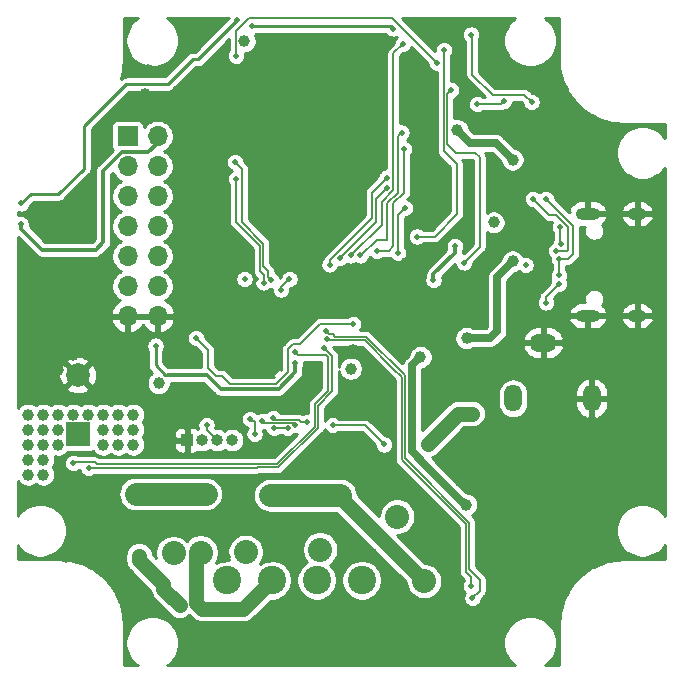
<source format=gbl>
G04 #@! TF.GenerationSoftware,KiCad,Pcbnew,(5.1.9)-1*
G04 #@! TF.CreationDate,2021-12-18T00:11:03+00:00*
G04 #@! TF.ProjectId,stepper_driver,73746570-7065-4725-9f64-72697665722e,rev?*
G04 #@! TF.SameCoordinates,Original*
G04 #@! TF.FileFunction,Copper,L4,Bot*
G04 #@! TF.FilePolarity,Positive*
%FSLAX46Y46*%
G04 Gerber Fmt 4.6, Leading zero omitted, Abs format (unit mm)*
G04 Created by KiCad (PCBNEW (5.1.9)-1) date 2021-12-18 00:11:03*
%MOMM*%
%LPD*%
G01*
G04 APERTURE LIST*
G04 #@! TA.AperFunction,ComponentPad*
%ADD10O,1.000000X1.000000*%
G04 #@! TD*
G04 #@! TA.AperFunction,ComponentPad*
%ADD11R,1.000000X1.000000*%
G04 #@! TD*
G04 #@! TA.AperFunction,ComponentPad*
%ADD12O,1.700000X1.700000*%
G04 #@! TD*
G04 #@! TA.AperFunction,ComponentPad*
%ADD13R,1.700000X1.700000*%
G04 #@! TD*
G04 #@! TA.AperFunction,ComponentPad*
%ADD14C,2.000000*%
G04 #@! TD*
G04 #@! TA.AperFunction,ComponentPad*
%ADD15R,2.000000X2.000000*%
G04 #@! TD*
G04 #@! TA.AperFunction,SMDPad,CuDef*
%ADD16R,2.500000X2.500000*%
G04 #@! TD*
G04 #@! TA.AperFunction,ComponentPad*
%ADD17C,0.500000*%
G04 #@! TD*
G04 #@! TA.AperFunction,ComponentPad*
%ADD18C,2.400000*%
G04 #@! TD*
G04 #@! TA.AperFunction,ComponentPad*
%ADD19O,2.300000X1.500000*%
G04 #@! TD*
G04 #@! TA.AperFunction,ComponentPad*
%ADD20O,1.500000X2.300000*%
G04 #@! TD*
G04 #@! TA.AperFunction,ComponentPad*
%ADD21O,2.100000X1.000000*%
G04 #@! TD*
G04 #@! TA.AperFunction,ComponentPad*
%ADD22O,1.600000X1.000000*%
G04 #@! TD*
G04 #@! TA.AperFunction,ViaPad*
%ADD23C,1.000000*%
G04 #@! TD*
G04 #@! TA.AperFunction,ViaPad*
%ADD24C,2.032000*%
G04 #@! TD*
G04 #@! TA.AperFunction,ViaPad*
%ADD25C,0.500000*%
G04 #@! TD*
G04 #@! TA.AperFunction,ViaPad*
%ADD26C,1.500000*%
G04 #@! TD*
G04 #@! TA.AperFunction,ViaPad*
%ADD27C,4.064000*%
G04 #@! TD*
G04 #@! TA.AperFunction,Conductor*
%ADD28C,0.635000*%
G04 #@! TD*
G04 #@! TA.AperFunction,Conductor*
%ADD29C,0.127000*%
G04 #@! TD*
G04 #@! TA.AperFunction,Conductor*
%ADD30C,1.270000*%
G04 #@! TD*
G04 #@! TA.AperFunction,Conductor*
%ADD31C,0.304800*%
G04 #@! TD*
G04 #@! TA.AperFunction,Conductor*
%ADD32C,1.905000*%
G04 #@! TD*
G04 #@! TA.AperFunction,Conductor*
%ADD33C,0.254000*%
G04 #@! TD*
G04 #@! TA.AperFunction,Conductor*
%ADD34C,0.100000*%
G04 #@! TD*
G04 APERTURE END LIST*
D10*
X141552000Y-86139000D03*
X140282000Y-86139000D03*
X139012000Y-86139000D03*
D11*
X137742000Y-86139000D03*
D12*
X135240000Y-75640000D03*
X132700000Y-75640000D03*
X135240000Y-73100000D03*
X132700000Y-73100000D03*
X135240000Y-70560000D03*
X132700000Y-70560000D03*
X135240000Y-68020000D03*
X132700000Y-68020000D03*
X135240000Y-65480000D03*
X132700000Y-65480000D03*
X135240000Y-62940000D03*
X132700000Y-62940000D03*
X135240000Y-60400000D03*
D13*
X132700000Y-60400000D03*
D14*
X128471000Y-80631000D03*
D15*
X128471000Y-85631000D03*
D16*
X143800000Y-78900000D03*
D17*
X142800000Y-77900000D03*
X143800000Y-77900000D03*
X144800000Y-77900000D03*
X142800000Y-78900000D03*
X143800000Y-78900000D03*
X144800000Y-78900000D03*
X142800000Y-79900000D03*
X143800000Y-79900000D03*
X144800000Y-79900000D03*
D18*
X152515000Y-98000000D03*
X148705000Y-98000000D03*
X144895000Y-98000000D03*
X141085000Y-98000000D03*
D19*
X167900000Y-77900000D03*
D20*
X165350000Y-82600000D03*
X172000000Y-82600000D03*
D21*
X171670000Y-66980000D03*
X171670000Y-75620000D03*
D22*
X175850000Y-75620000D03*
X175850000Y-66980000D03*
D23*
X161600000Y-63000000D03*
D24*
X171000000Y-90900000D03*
X161300000Y-89300000D03*
D23*
X161200000Y-57700000D03*
D25*
X166600000Y-70500000D03*
D23*
X163600000Y-70900000D03*
X156300000Y-71100000D03*
X159600000Y-66500000D03*
X159000000Y-50800000D03*
D25*
X143600000Y-72500000D03*
X146900000Y-76700000D03*
D23*
X155200000Y-77600000D03*
D24*
X131600000Y-94000000D03*
D23*
X165300000Y-62400000D03*
X160600000Y-59900000D03*
D25*
X166400000Y-71300000D03*
D23*
X163700000Y-67700000D03*
D25*
X142600000Y-72500000D03*
X158900000Y-54200000D03*
X161200000Y-71100000D03*
X160100000Y-56500000D03*
X141900000Y-53600000D03*
X164600000Y-57400000D03*
X162300000Y-57700000D03*
X159500000Y-53100000D03*
X157200000Y-68900000D03*
X166900000Y-57500000D03*
X161800000Y-51800000D03*
X169200000Y-72200000D03*
X169200000Y-70800000D03*
X168100000Y-65700000D03*
X169000000Y-70100000D03*
X167000000Y-65700000D03*
X169200000Y-72900000D03*
X168100000Y-74500000D03*
X169300000Y-68100000D03*
X169400000Y-69544500D03*
D24*
X149000000Y-95400000D03*
X142700000Y-95600000D03*
D23*
X161900000Y-83900000D03*
X158100000Y-86500000D03*
X161400000Y-77500000D03*
X165300000Y-71000000D03*
D25*
X158600000Y-72600000D03*
X160400000Y-69700000D03*
D23*
X157500000Y-79100000D03*
D25*
X146900000Y-79600000D03*
D26*
X150700000Y-90800000D03*
X144800000Y-90800000D03*
X133400000Y-90700000D03*
X139300000Y-90700000D03*
D23*
X151100000Y-83400000D03*
X150000000Y-83400000D03*
X151800000Y-78500000D03*
D27*
X148000000Y-58700000D03*
D26*
X141700000Y-69400000D03*
D25*
X166600000Y-67500000D03*
X165100000Y-67500000D03*
D23*
X134200000Y-56800000D03*
X139520000Y-104300000D03*
X142060000Y-104300000D03*
X144600000Y-104300000D03*
X147140000Y-104300000D03*
X149680000Y-104300000D03*
X152220000Y-104300000D03*
X167460000Y-99220000D03*
X164920000Y-99220000D03*
X164920000Y-96680000D03*
X167460000Y-96680000D03*
X164920000Y-89060000D03*
X167460000Y-89060000D03*
X170000000Y-89060000D03*
X172540000Y-89060000D03*
X175080000Y-89060000D03*
X177620000Y-89060000D03*
X177620000Y-86520000D03*
X175080000Y-86520000D03*
X172540000Y-86520000D03*
X170000000Y-86520000D03*
X167460000Y-86520000D03*
X167460000Y-83980000D03*
X170000000Y-83980000D03*
X175080000Y-83980000D03*
X177620000Y-83980000D03*
X175080000Y-81440000D03*
X177620000Y-81440000D03*
X177620000Y-78900000D03*
X175080000Y-78900000D03*
X172540000Y-78900000D03*
X170000000Y-78900000D03*
X170000000Y-81440000D03*
X167460000Y-81440000D03*
X177620000Y-76360000D03*
X177620000Y-73820000D03*
X175080000Y-73820000D03*
X172540000Y-71280000D03*
X175080000Y-71280000D03*
X177620000Y-71280000D03*
X177620000Y-68740000D03*
X175080000Y-68740000D03*
X177620000Y-66200000D03*
X172540000Y-63660000D03*
X172540000Y-61120000D03*
X170000000Y-61120000D03*
X167460000Y-61120000D03*
X152220000Y-53500000D03*
X149680000Y-53500000D03*
X147140000Y-53500000D03*
X144600000Y-53500000D03*
X144600000Y-56040000D03*
X147140000Y-56040000D03*
X149680000Y-56040000D03*
X152220000Y-56040000D03*
X152220000Y-58580000D03*
X152220000Y-61120000D03*
X152220000Y-63660000D03*
X152220000Y-66200000D03*
X149680000Y-63660000D03*
X149680000Y-66200000D03*
X147140000Y-66200000D03*
X147140000Y-63660000D03*
X144600000Y-63660000D03*
X144600000Y-66200000D03*
X144600000Y-61120000D03*
X144600000Y-58580000D03*
X123825000Y-74275000D03*
X126820000Y-81440000D03*
X131900000Y-81440000D03*
X131900000Y-81440000D03*
X126820000Y-78900000D03*
X131900000Y-78900000D03*
X129360000Y-78900000D03*
X131900000Y-78900000D03*
X131900000Y-81440000D03*
X126820000Y-81440000D03*
X128090000Y-66200000D03*
X128090000Y-68740000D03*
X152220000Y-103030000D03*
X149680000Y-103030000D03*
X147140000Y-103030000D03*
X144600000Y-103030000D03*
X142060000Y-103030000D03*
X139520000Y-103030000D03*
X128090000Y-67470000D03*
X126820000Y-67470000D03*
X126820000Y-68740000D03*
X133170000Y-81440000D03*
X148410000Y-75090000D03*
X149680000Y-75090000D03*
X150950000Y-75090000D03*
X133170000Y-78900000D03*
X133170000Y-80170000D03*
X133170000Y-77630000D03*
X131900000Y-77630000D03*
X130630000Y-77630000D03*
X129360000Y-77630000D03*
X129360000Y-78900000D03*
X130630000Y-78900000D03*
X131900000Y-78900000D03*
X125550000Y-81440000D03*
X125550000Y-80170000D03*
X126820000Y-80170000D03*
X125550000Y-78900000D03*
X150950000Y-103030000D03*
X150950000Y-104300000D03*
X148410000Y-103030000D03*
X148410000Y-104300000D03*
X145870000Y-103030000D03*
X145870000Y-104300000D03*
X143330000Y-103030000D03*
X143330000Y-104300000D03*
X140790000Y-103030000D03*
X140790000Y-104300000D03*
X131900000Y-97950000D03*
X133170000Y-97950000D03*
X133170000Y-99220000D03*
X134440000Y-99220000D03*
X134440000Y-100490000D03*
X133170000Y-100490000D03*
X162380000Y-103030000D03*
X161110000Y-103030000D03*
X159840000Y-103030000D03*
X154760000Y-103030000D03*
X153490000Y-103030000D03*
X153490000Y-104300000D03*
X163650000Y-103030000D03*
X163650000Y-101760000D03*
X163650000Y-100490000D03*
X163650000Y-99220000D03*
X166190000Y-99220000D03*
X138250000Y-103030000D03*
X138250000Y-104300000D03*
X152220000Y-82710000D03*
X153490000Y-82710000D03*
X128725000Y-96045000D03*
X127455000Y-96045000D03*
X137615000Y-50960000D03*
X137615000Y-52230000D03*
X133170000Y-54770000D03*
X134440000Y-54770000D03*
X135710000Y-54770000D03*
X135329000Y-82710000D03*
X131900000Y-80170000D03*
X130630000Y-80170000D03*
X130630000Y-81440000D03*
X128090000Y-78900000D03*
X140917000Y-96045000D03*
X144727000Y-96045000D03*
X153363000Y-95791000D03*
D26*
X158189000Y-92616000D03*
X163269000Y-95918000D03*
D25*
X123645000Y-67851000D03*
D23*
X142590500Y-52357000D03*
X151600000Y-80100000D03*
X124280000Y-83980000D03*
X125550000Y-83980000D03*
X126820000Y-83980000D03*
X130630000Y-83980000D03*
X131900000Y-83980000D03*
X133170000Y-83980000D03*
X133170000Y-85250000D03*
X131900000Y-85250000D03*
X131900000Y-86520000D03*
X133170000Y-86520000D03*
X126820000Y-85250000D03*
X126820000Y-86520000D03*
X124280000Y-86520000D03*
X125550000Y-86520000D03*
X125550000Y-85250000D03*
X124280000Y-85250000D03*
X124280000Y-87790000D03*
X125550000Y-87790000D03*
X125550000Y-89060000D03*
X124280000Y-89060000D03*
X135329000Y-81313000D03*
X130630000Y-85250000D03*
X130630000Y-86520000D03*
X128090000Y-83980000D03*
X129360000Y-83980000D03*
D24*
X136600000Y-95700000D03*
X155522000Y-92616000D03*
D23*
X161364000Y-91600000D03*
D25*
X155900000Y-60100000D03*
X152400000Y-70500000D03*
X145700000Y-73400000D03*
X146400000Y-72500000D03*
X151600000Y-70500000D03*
X156000000Y-52600000D03*
X156100000Y-61500000D03*
X153800000Y-70100000D03*
X156200000Y-66500000D03*
X155600000Y-70300000D03*
X151800000Y-76300000D03*
X138504000Y-77503000D03*
X143076000Y-84361000D03*
X143457000Y-85631000D03*
D23*
X137107000Y-100109000D03*
X133678000Y-95918000D03*
D24*
X138885000Y-95664000D03*
D25*
X154400000Y-86500000D03*
X150061000Y-84869000D03*
X147902000Y-84615000D03*
X145040500Y-84240500D03*
X146251000Y-85123000D03*
X145108000Y-85123000D03*
X141900000Y-64000000D03*
X144219000Y-72804000D03*
X141800000Y-62600000D03*
X144854000Y-72550000D03*
D24*
X157808000Y-98077000D03*
D25*
X135075000Y-78138000D03*
X129400000Y-88500000D03*
X149300000Y-78300000D03*
X128100000Y-88100000D03*
X146900000Y-78700000D03*
X161900000Y-99500000D03*
X149500000Y-76900000D03*
X161800000Y-98500000D03*
X149600000Y-77600000D03*
X144100000Y-84500000D03*
X146886000Y-84869000D03*
X123700000Y-66100000D03*
X142000000Y-50600000D03*
X143200000Y-51100000D03*
X155200000Y-51300000D03*
X139393000Y-84869000D03*
X150696000Y-70704500D03*
X154633000Y-64803000D03*
X154633000Y-63914000D03*
X149807000Y-71280000D03*
D28*
X165300000Y-62400000D02*
X163900000Y-61000000D01*
X161700000Y-61000000D02*
X160600000Y-59900000D01*
X163900000Y-61000000D02*
X161700000Y-61000000D01*
D29*
X158800000Y-54100000D02*
X158900000Y-54200000D01*
X161200000Y-71100000D02*
X162500000Y-69800000D01*
X162500000Y-69800000D02*
X162500000Y-62878058D01*
X162500000Y-62878058D02*
X162500000Y-62200000D01*
X162500000Y-62200000D02*
X162100000Y-61800000D01*
X162100000Y-61800000D02*
X160500000Y-61800000D01*
X160500000Y-61800000D02*
X159754010Y-61054010D01*
X159754010Y-56845990D02*
X160100000Y-56500000D01*
X159754010Y-61054010D02*
X159754010Y-56845990D01*
X158900000Y-54200000D02*
X155200000Y-50500000D01*
X155200000Y-50500000D02*
X155100000Y-50400000D01*
X155100000Y-50400000D02*
X143000000Y-50400000D01*
X141900000Y-51500000D02*
X141900000Y-53600000D01*
X143000000Y-50400000D02*
X141900000Y-51500000D01*
X164300000Y-57700000D02*
X162300000Y-57700000D01*
X164600000Y-57400000D02*
X164300000Y-57700000D01*
X159500000Y-53100000D02*
X159500000Y-61700000D01*
X159500000Y-61700000D02*
X160600000Y-62800000D01*
X160600000Y-62800000D02*
X160600000Y-67000000D01*
X158700000Y-68900000D02*
X157200000Y-68900000D01*
X160600000Y-67000000D02*
X158700000Y-68900000D01*
X166900000Y-57500000D02*
X166300000Y-56900000D01*
X166300000Y-56900000D02*
X163600000Y-56900000D01*
X163600000Y-56900000D02*
X161900000Y-55200000D01*
X161900000Y-51900000D02*
X161800000Y-51800000D01*
X161900000Y-55200000D02*
X161900000Y-51900000D01*
X169200000Y-72200000D02*
X169200000Y-70800000D01*
X170429490Y-70370510D02*
X170000000Y-70800000D01*
X170429490Y-68029490D02*
X170429490Y-70370510D01*
X169100000Y-66700000D02*
X170429490Y-68029490D01*
X170000000Y-70800000D02*
X169200000Y-70800000D01*
X169100000Y-66700000D02*
X168100000Y-65700000D01*
X169000000Y-70100000D02*
X169900000Y-70100000D01*
X169900000Y-70100000D02*
X169940501Y-70059499D01*
X169940501Y-70059499D02*
X170000000Y-70000000D01*
X170000000Y-70000000D02*
X170000000Y-68100000D01*
X170000000Y-68100000D02*
X169000000Y-67100000D01*
X168400000Y-67100000D02*
X167000000Y-65700000D01*
X169000000Y-67100000D02*
X168400000Y-67100000D01*
X168100000Y-74000000D02*
X168100000Y-74500000D01*
X169200000Y-72900000D02*
X168100000Y-74000000D01*
X169300000Y-69444500D02*
X169400000Y-69544500D01*
X169300000Y-68100000D02*
X169300000Y-69444500D01*
D30*
X160700000Y-83900000D02*
X158100000Y-86500000D01*
X161900000Y-83900000D02*
X160700000Y-83900000D01*
D28*
X161400000Y-77500000D02*
X163400000Y-77500000D01*
X163400000Y-77500000D02*
X164000000Y-76900000D01*
X164000000Y-72300000D02*
X165300000Y-71000000D01*
X164000000Y-76900000D02*
X164000000Y-72300000D01*
D31*
X158600000Y-72600000D02*
X158600000Y-72100000D01*
X160400000Y-70300000D02*
X160400000Y-69700000D01*
X158600000Y-72100000D02*
X160400000Y-70300000D01*
D28*
X158000000Y-88300000D02*
X156800000Y-87100000D01*
X156800000Y-87100000D02*
X156800000Y-79800000D01*
X156800000Y-79800000D02*
X157500000Y-79100000D01*
D32*
X150700000Y-90800000D02*
X144800000Y-90800000D01*
X133400000Y-90700000D02*
X139300000Y-90700000D01*
D31*
X135240000Y-60400000D02*
X135240000Y-60955000D01*
X135240000Y-60955000D02*
X134440000Y-61755000D01*
X132213486Y-61755000D02*
X130630000Y-63338486D01*
X134440000Y-61755000D02*
X132213486Y-61755000D01*
X130630000Y-63338486D02*
X130630000Y-69375000D01*
X130630000Y-69375000D02*
X129995000Y-70010000D01*
X129995000Y-70010000D02*
X125550000Y-70010000D01*
X125550000Y-70010000D02*
X125423000Y-70010000D01*
X123645000Y-68232000D02*
X123645000Y-67851000D01*
X125423000Y-70010000D02*
X123645000Y-68232000D01*
D28*
X161364000Y-91600000D02*
X161110000Y-91346000D01*
X161110000Y-91346000D02*
X160983000Y-91346000D01*
X158000000Y-88363000D02*
X158000000Y-88300000D01*
X160983000Y-91346000D02*
X158000000Y-88363000D01*
D29*
X155900000Y-60100000D02*
X155600000Y-60400000D01*
X155600000Y-60400000D02*
X155600000Y-65200000D01*
X155600000Y-65200000D02*
X154700000Y-66100000D01*
X154700000Y-66100000D02*
X154700000Y-69200000D01*
X154700000Y-69200000D02*
X153800000Y-69200000D01*
X152500000Y-70500000D02*
X152400000Y-70500000D01*
X153800000Y-69200000D02*
X152500000Y-70500000D01*
X145700000Y-73200000D02*
X146400000Y-72500000D01*
X145700000Y-73400000D02*
X145700000Y-73200000D01*
X151600000Y-70500000D02*
X154200000Y-67900000D01*
X154200000Y-67900000D02*
X154200000Y-66000000D01*
X154200000Y-66000000D02*
X155200000Y-65000000D01*
X155200000Y-53400000D02*
X156000000Y-52600000D01*
X155200000Y-65000000D02*
X155200000Y-53400000D01*
X156100000Y-61500000D02*
X156100000Y-65200000D01*
X156100000Y-65200000D02*
X155200000Y-66100000D01*
X155200000Y-66100000D02*
X155200000Y-69700000D01*
X154800000Y-70100000D02*
X153800000Y-70100000D01*
X155200000Y-69700000D02*
X154800000Y-70100000D01*
X155600000Y-67100000D02*
X155600000Y-70300000D01*
X156200000Y-66500000D02*
X155600000Y-67100000D01*
X151800000Y-76300000D02*
X149000000Y-76300000D01*
X149000000Y-76300000D02*
X147300000Y-78000000D01*
X147300000Y-78000000D02*
X146700000Y-78000000D01*
X146700000Y-78000000D02*
X146300000Y-78400000D01*
X146300000Y-78400000D02*
X146300000Y-80400000D01*
X146300000Y-80400000D02*
X145300000Y-81400000D01*
X145300000Y-81400000D02*
X141400000Y-81400000D01*
X141400000Y-81400000D02*
X140700000Y-80700000D01*
X140700000Y-80700000D02*
X140177000Y-80700000D01*
X140177000Y-80700000D02*
X139520000Y-80043000D01*
X139520000Y-78519000D02*
X138504000Y-77503000D01*
X139520000Y-80043000D02*
X139520000Y-78519000D01*
X143457000Y-85631000D02*
X143457000Y-84488000D01*
X143203000Y-84488000D02*
X143076000Y-84361000D01*
X143457000Y-84488000D02*
X143203000Y-84488000D01*
D30*
X135702001Y-98704001D02*
X135702001Y-98323001D01*
X137107000Y-100109000D02*
X135702001Y-98704001D01*
X133678000Y-96299000D02*
X133678000Y-95918000D01*
X135702001Y-98323001D02*
X133678000Y-96299000D01*
X144895000Y-98000000D02*
X142495000Y-100400000D01*
X139000000Y-100400000D02*
X138500000Y-99900000D01*
X142495000Y-100400000D02*
X139000000Y-100400000D01*
X138500000Y-99900000D02*
X138500000Y-96700000D01*
X138500000Y-96700000D02*
X138500000Y-96049000D01*
X138500000Y-96049000D02*
X138885000Y-95664000D01*
D29*
X154400000Y-86500000D02*
X152800000Y-84900000D01*
X150092000Y-84900000D02*
X150061000Y-84869000D01*
X152800000Y-84900000D02*
X150092000Y-84900000D01*
X147394000Y-84615000D02*
X147179000Y-84400000D01*
X147902000Y-84615000D02*
X147394000Y-84615000D01*
X145200000Y-84400000D02*
X145040500Y-84240500D01*
X147179000Y-84400000D02*
X145200000Y-84400000D01*
X146249501Y-85121501D02*
X146251000Y-85123000D01*
X146251000Y-85123000D02*
X145108000Y-85123000D01*
X141900000Y-64000000D02*
X141900000Y-67700000D01*
X141900000Y-67700000D02*
X143900000Y-69700000D01*
X143900000Y-69700000D02*
X143900000Y-71800000D01*
X143900000Y-71800000D02*
X143900000Y-71850000D01*
X144219000Y-72169000D02*
X144219000Y-72804000D01*
X143900000Y-71850000D02*
X144219000Y-72169000D01*
X144600000Y-71800000D02*
X144200000Y-71400000D01*
X144200000Y-71400000D02*
X144200000Y-69500000D01*
X144200000Y-69500000D02*
X142400000Y-67700000D01*
X142400000Y-63200000D02*
X141800000Y-62600000D01*
X142400000Y-67700000D02*
X142400000Y-63200000D01*
X144600000Y-72296000D02*
X144600000Y-71800000D01*
X144854000Y-72550000D02*
X144600000Y-72296000D01*
D30*
X150700000Y-90969000D02*
X157808000Y-98077000D01*
X150700000Y-90800000D02*
X150700000Y-90969000D01*
D31*
X146900000Y-79600000D02*
X146900000Y-80400000D01*
X146900000Y-80400000D02*
X145500000Y-81800000D01*
X140600000Y-81800000D02*
X139400000Y-80600000D01*
X145500000Y-81800000D02*
X140600000Y-81800000D01*
X139400000Y-80600000D02*
X136100000Y-80600000D01*
D33*
X136100000Y-80600000D02*
X135886000Y-80600000D01*
X135075000Y-79789000D02*
X135075000Y-78138000D01*
X135886000Y-80600000D02*
X135075000Y-79789000D01*
D29*
X150000000Y-79000000D02*
X149300000Y-78300000D01*
X148791000Y-83209000D02*
X150000000Y-82000000D01*
X148791000Y-85123000D02*
X148791000Y-83209000D01*
X145459990Y-88454010D02*
X148791000Y-85123000D01*
X150000000Y-82000000D02*
X150000000Y-79000000D01*
X143681990Y-88454010D02*
X145459990Y-88454010D01*
X143636000Y-88500000D02*
X143681990Y-88454010D01*
X129400000Y-88500000D02*
X143636000Y-88500000D01*
X149700000Y-81940776D02*
X149700000Y-79100000D01*
X149700000Y-79100000D02*
X149500000Y-78900000D01*
X147100000Y-78900000D02*
X146900000Y-78700000D01*
X149500000Y-78900000D02*
X147100000Y-78900000D01*
X148537000Y-84996000D02*
X148537000Y-83103776D01*
X130100000Y-88200000D02*
X145333000Y-88200000D01*
X145333000Y-88200000D02*
X148537000Y-84996000D01*
X129900000Y-88000000D02*
X130100000Y-88200000D01*
X128200000Y-88000000D02*
X129900000Y-88000000D01*
X128100000Y-88100000D02*
X128200000Y-88000000D01*
X148543388Y-83097388D02*
X149700000Y-81940776D01*
X148537000Y-83103776D02*
X148543388Y-83097388D01*
X149759499Y-77159499D02*
X149500000Y-76900000D01*
X150059499Y-77159499D02*
X149759499Y-77159499D01*
X150300000Y-77400000D02*
X150059499Y-77159499D01*
X152900000Y-77400000D02*
X150300000Y-77400000D01*
X156157000Y-80657000D02*
X152900000Y-77400000D01*
X156157000Y-87663000D02*
X156157000Y-80657000D01*
X161618000Y-93124000D02*
X156157000Y-87663000D01*
X161618000Y-97061000D02*
X161618000Y-93124000D01*
X162500000Y-97943000D02*
X161618000Y-97061000D01*
X162500000Y-98900000D02*
X162500000Y-97943000D01*
X161900000Y-99500000D02*
X162500000Y-98900000D01*
X155105214Y-80005214D02*
X152800000Y-77700000D01*
X149700000Y-77700000D02*
X149600000Y-77600000D01*
X152800000Y-77700000D02*
X149700000Y-77700000D01*
X155903000Y-80803000D02*
X155105214Y-80005214D01*
X155903000Y-87768224D02*
X155903000Y-80803000D01*
X161364000Y-93251000D02*
X156030000Y-87917000D01*
X161364000Y-97315000D02*
X161364000Y-93251000D01*
X156030000Y-87917000D02*
X156030000Y-87895224D01*
X161800000Y-97751000D02*
X161364000Y-97315000D01*
X156030000Y-87895224D02*
X155903000Y-87768224D01*
X161800000Y-98500000D02*
X161800000Y-97751000D01*
X144215000Y-84615000D02*
X144100000Y-84500000D01*
X144281001Y-84681001D02*
X144100000Y-84500000D01*
X145278932Y-84654010D02*
X145251941Y-84681001D01*
X145251941Y-84681001D02*
X144281001Y-84681001D01*
X146671010Y-84654010D02*
X145278932Y-84654010D01*
X146886000Y-84869000D02*
X146671010Y-84654010D01*
D33*
X123700000Y-66100000D02*
X124500000Y-65300000D01*
X124500000Y-65300000D02*
X126200000Y-65300000D01*
X126200000Y-65300000D02*
X126218990Y-65318990D01*
X126218990Y-65318990D02*
X126842182Y-65318990D01*
X126842182Y-65318990D02*
X129000000Y-63161172D01*
X129000000Y-63161172D02*
X129000000Y-59561172D01*
X129000000Y-59561172D02*
X132461172Y-56100000D01*
X132461172Y-56100000D02*
X132500000Y-56100000D01*
X132500000Y-56100000D02*
X132600000Y-56000000D01*
X132600000Y-56000000D02*
X136100000Y-56000000D01*
X136100000Y-56000000D02*
X138200000Y-53900000D01*
X138700000Y-53900000D02*
X142000000Y-50600000D01*
X138200000Y-53900000D02*
X138700000Y-53900000D01*
X155000000Y-51100000D02*
X155200000Y-51300000D01*
X143200000Y-51100000D02*
X155000000Y-51100000D01*
D29*
X139393000Y-85250000D02*
X139393000Y-84869000D01*
X140282000Y-86139000D02*
X139393000Y-85250000D01*
X150696000Y-70704500D02*
X153744000Y-67656500D01*
X153744000Y-65692000D02*
X154633000Y-64803000D01*
X153744000Y-67656500D02*
X153744000Y-65692000D01*
X154633000Y-63914000D02*
X153363000Y-65184000D01*
X153363000Y-65184000D02*
X153363000Y-67343000D01*
X153363000Y-67343000D02*
X150569000Y-70137000D01*
X149807000Y-70899000D02*
X149807000Y-71280000D01*
X150569000Y-70137000D02*
X149807000Y-70899000D01*
D33*
X165348497Y-50531339D02*
X165031339Y-50848497D01*
X164782149Y-51221436D01*
X164610504Y-51635824D01*
X164523000Y-52075735D01*
X164523000Y-52524265D01*
X164610504Y-52964176D01*
X164782149Y-53378564D01*
X165031339Y-53751503D01*
X165348497Y-54068661D01*
X165721436Y-54317851D01*
X166135824Y-54489496D01*
X166575735Y-54577000D01*
X167024265Y-54577000D01*
X167464176Y-54489496D01*
X167878564Y-54317851D01*
X168251503Y-54068661D01*
X168568661Y-53751503D01*
X168817851Y-53378564D01*
X168989496Y-52964176D01*
X169077000Y-52524265D01*
X169077000Y-52075735D01*
X168989496Y-51635824D01*
X168817851Y-51221436D01*
X168568661Y-50848497D01*
X168251503Y-50531339D01*
X168057934Y-50402000D01*
X169198001Y-50402000D01*
X169198000Y-53829565D01*
X169200164Y-53851534D01*
X169253255Y-54574504D01*
X169255553Y-54588535D01*
X169255999Y-54602738D01*
X169268271Y-54670949D01*
X169475791Y-55535332D01*
X169481834Y-55553288D01*
X169485771Y-55571810D01*
X169509929Y-55636770D01*
X169867238Y-56450741D01*
X169876366Y-56467346D01*
X169883520Y-56484875D01*
X169918791Y-56544517D01*
X169918799Y-56544531D01*
X169918803Y-56544536D01*
X170414602Y-57282364D01*
X170426527Y-57297091D01*
X170436672Y-57313076D01*
X170481958Y-57365542D01*
X171100585Y-58003915D01*
X171114928Y-58016296D01*
X171127744Y-58030233D01*
X171181586Y-58073834D01*
X171181605Y-58073850D01*
X171181613Y-58073855D01*
X171903501Y-58592584D01*
X171919805Y-58602226D01*
X171934891Y-58613677D01*
X171995625Y-58647066D01*
X172797972Y-59029766D01*
X172815729Y-59036370D01*
X172832602Y-59044967D01*
X172898288Y-59067074D01*
X173755724Y-59301641D01*
X173774365Y-59304995D01*
X173792498Y-59310470D01*
X173861056Y-59320594D01*
X173861061Y-59320595D01*
X173861062Y-59320595D01*
X174743858Y-59399383D01*
X174770434Y-59402000D01*
X178198000Y-59402000D01*
X178198000Y-59829565D01*
X178198001Y-59829575D01*
X178198001Y-60542068D01*
X178068661Y-60348497D01*
X177751503Y-60031339D01*
X177378564Y-59782149D01*
X176964176Y-59610504D01*
X176524265Y-59523000D01*
X176075735Y-59523000D01*
X175635824Y-59610504D01*
X175221436Y-59782149D01*
X174848497Y-60031339D01*
X174531339Y-60348497D01*
X174282149Y-60721436D01*
X174110504Y-61135824D01*
X174023000Y-61575735D01*
X174023000Y-62024265D01*
X174110504Y-62464176D01*
X174282149Y-62878564D01*
X174531339Y-63251503D01*
X174848497Y-63568661D01*
X175221436Y-63817851D01*
X175635824Y-63989496D01*
X176075735Y-64077000D01*
X176524265Y-64077000D01*
X176964176Y-63989496D01*
X177378564Y-63817851D01*
X177751503Y-63568661D01*
X178068661Y-63251503D01*
X178198001Y-63057932D01*
X178198000Y-92542067D01*
X178068661Y-92348497D01*
X177751503Y-92031339D01*
X177378564Y-91782149D01*
X176964176Y-91610504D01*
X176524265Y-91523000D01*
X176075735Y-91523000D01*
X175635824Y-91610504D01*
X175221436Y-91782149D01*
X174848497Y-92031339D01*
X174531339Y-92348497D01*
X174282149Y-92721436D01*
X174110504Y-93135824D01*
X174023000Y-93575735D01*
X174023000Y-94024265D01*
X174110504Y-94464176D01*
X174282149Y-94878564D01*
X174531339Y-95251503D01*
X174848497Y-95568661D01*
X175221436Y-95817851D01*
X175635824Y-95989496D01*
X176075735Y-96077000D01*
X176524265Y-96077000D01*
X176964176Y-95989496D01*
X177378564Y-95817851D01*
X177751503Y-95568661D01*
X178068661Y-95251503D01*
X178198000Y-95057934D01*
X178198000Y-95829565D01*
X178198001Y-95829575D01*
X178198001Y-96198000D01*
X174770434Y-96198000D01*
X174748462Y-96200164D01*
X174025496Y-96253255D01*
X174011472Y-96255551D01*
X173997263Y-96255998D01*
X173929051Y-96268271D01*
X173064669Y-96475791D01*
X173046713Y-96481834D01*
X173028190Y-96485771D01*
X172963230Y-96509929D01*
X172149259Y-96867238D01*
X172132653Y-96876367D01*
X172115126Y-96883520D01*
X172055470Y-96918799D01*
X171317636Y-97414602D01*
X171302909Y-97426527D01*
X171286924Y-97436672D01*
X171234458Y-97481958D01*
X170596085Y-98100585D01*
X170583704Y-98114928D01*
X170569767Y-98127744D01*
X170526166Y-98181586D01*
X170526150Y-98181605D01*
X170526145Y-98181613D01*
X170007416Y-98903501D01*
X169997773Y-98919806D01*
X169986323Y-98934891D01*
X169952947Y-98995601D01*
X169952933Y-98995625D01*
X169952929Y-98995635D01*
X169570234Y-99797972D01*
X169563630Y-99815730D01*
X169555033Y-99832602D01*
X169532926Y-99898289D01*
X169298358Y-100755724D01*
X169295003Y-100774373D01*
X169289530Y-100792499D01*
X169279405Y-100861062D01*
X169200617Y-101743859D01*
X169198000Y-101770435D01*
X169198001Y-105198000D01*
X168057934Y-105198000D01*
X168251503Y-105068661D01*
X168568661Y-104751503D01*
X168817851Y-104378564D01*
X168989496Y-103964176D01*
X169077000Y-103524265D01*
X169077000Y-103075735D01*
X168989496Y-102635824D01*
X168817851Y-102221436D01*
X168568661Y-101848497D01*
X168251503Y-101531339D01*
X167878564Y-101282149D01*
X167464176Y-101110504D01*
X167024265Y-101023000D01*
X166575735Y-101023000D01*
X166135824Y-101110504D01*
X165721436Y-101282149D01*
X165348497Y-101531339D01*
X165031339Y-101848497D01*
X164782149Y-102221436D01*
X164610504Y-102635824D01*
X164523000Y-103075735D01*
X164523000Y-103524265D01*
X164610504Y-103964176D01*
X164782149Y-104378564D01*
X165031339Y-104751503D01*
X165348497Y-105068661D01*
X165542066Y-105198000D01*
X136057934Y-105198000D01*
X136251503Y-105068661D01*
X136568661Y-104751503D01*
X136817851Y-104378564D01*
X136989496Y-103964176D01*
X137077000Y-103524265D01*
X137077000Y-103075735D01*
X136989496Y-102635824D01*
X136817851Y-102221436D01*
X136568661Y-101848497D01*
X136251503Y-101531339D01*
X135878564Y-101282149D01*
X135464176Y-101110504D01*
X135024265Y-101023000D01*
X134575735Y-101023000D01*
X134135824Y-101110504D01*
X133721436Y-101282149D01*
X133348497Y-101531339D01*
X133031339Y-101848497D01*
X132782149Y-102221436D01*
X132610504Y-102635824D01*
X132523000Y-103075735D01*
X132523000Y-103524265D01*
X132610504Y-103964176D01*
X132782149Y-104378564D01*
X133031339Y-104751503D01*
X133348497Y-105068661D01*
X133542066Y-105198000D01*
X132402000Y-105198000D01*
X132402000Y-101770434D01*
X132399836Y-101748462D01*
X132346745Y-101025496D01*
X132344449Y-101011472D01*
X132344002Y-100997263D01*
X132331729Y-100929051D01*
X132124209Y-100064669D01*
X132118166Y-100046713D01*
X132114229Y-100028190D01*
X132090071Y-99963230D01*
X131732762Y-99149259D01*
X131723633Y-99132653D01*
X131716480Y-99115126D01*
X131681201Y-99055470D01*
X131185398Y-98317636D01*
X131173473Y-98302909D01*
X131163328Y-98286924D01*
X131118042Y-98234458D01*
X130499415Y-97596085D01*
X130485072Y-97583704D01*
X130472256Y-97569767D01*
X130418414Y-97526166D01*
X130418395Y-97526150D01*
X130418387Y-97526145D01*
X129696499Y-97007416D01*
X129680194Y-96997773D01*
X129665109Y-96986323D01*
X129604399Y-96952947D01*
X129604375Y-96952933D01*
X129604365Y-96952929D01*
X128802028Y-96570234D01*
X128784270Y-96563630D01*
X128767398Y-96555033D01*
X128701722Y-96532930D01*
X128701712Y-96532926D01*
X128701709Y-96532925D01*
X127846623Y-96299000D01*
X132510379Y-96299000D01*
X132516000Y-96356072D01*
X132516000Y-96356079D01*
X132532814Y-96526791D01*
X132599258Y-96745829D01*
X132707158Y-96947695D01*
X132852367Y-97124633D01*
X132896707Y-97161022D01*
X134544725Y-98809041D01*
X134556815Y-98931792D01*
X134623259Y-99150830D01*
X134731159Y-99352696D01*
X134876368Y-99529634D01*
X134920708Y-99566023D01*
X136325703Y-100971019D01*
X136458304Y-101079842D01*
X136660170Y-101187742D01*
X136879208Y-101254186D01*
X137107000Y-101276621D01*
X137334791Y-101254186D01*
X137553829Y-101187742D01*
X137755695Y-101079842D01*
X137909941Y-100953256D01*
X138137978Y-101181293D01*
X138174367Y-101225633D01*
X138351304Y-101370842D01*
X138553170Y-101478742D01*
X138772208Y-101545186D01*
X138942920Y-101562000D01*
X138942928Y-101562000D01*
X139000000Y-101567621D01*
X139057072Y-101562000D01*
X142437928Y-101562000D01*
X142495000Y-101567621D01*
X142552072Y-101562000D01*
X142552080Y-101562000D01*
X142722792Y-101545186D01*
X142941830Y-101478742D01*
X143143696Y-101370842D01*
X143320633Y-101225633D01*
X143357022Y-101181293D01*
X144811316Y-99727000D01*
X145065095Y-99727000D01*
X145398747Y-99660632D01*
X145713041Y-99530447D01*
X145995898Y-99341448D01*
X146236448Y-99100898D01*
X146425447Y-98818041D01*
X146555632Y-98503747D01*
X146622000Y-98170095D01*
X146622000Y-97829905D01*
X146978000Y-97829905D01*
X146978000Y-98170095D01*
X147044368Y-98503747D01*
X147174553Y-98818041D01*
X147363552Y-99100898D01*
X147604102Y-99341448D01*
X147886959Y-99530447D01*
X148201253Y-99660632D01*
X148534905Y-99727000D01*
X148875095Y-99727000D01*
X149208747Y-99660632D01*
X149523041Y-99530447D01*
X149805898Y-99341448D01*
X150046448Y-99100898D01*
X150235447Y-98818041D01*
X150365632Y-98503747D01*
X150432000Y-98170095D01*
X150432000Y-97829905D01*
X150788000Y-97829905D01*
X150788000Y-98170095D01*
X150854368Y-98503747D01*
X150984553Y-98818041D01*
X151173552Y-99100898D01*
X151414102Y-99341448D01*
X151696959Y-99530447D01*
X152011253Y-99660632D01*
X152344905Y-99727000D01*
X152685095Y-99727000D01*
X153018747Y-99660632D01*
X153333041Y-99530447D01*
X153615898Y-99341448D01*
X153856448Y-99100898D01*
X154045447Y-98818041D01*
X154175632Y-98503747D01*
X154242000Y-98170095D01*
X154242000Y-97829905D01*
X154175632Y-97496253D01*
X154045447Y-97181959D01*
X153856448Y-96899102D01*
X153615898Y-96658552D01*
X153333041Y-96469553D01*
X153018747Y-96339368D01*
X152685095Y-96273000D01*
X152344905Y-96273000D01*
X152011253Y-96339368D01*
X151696959Y-96469553D01*
X151414102Y-96658552D01*
X151173552Y-96899102D01*
X150984553Y-97181959D01*
X150854368Y-97496253D01*
X150788000Y-97829905D01*
X150432000Y-97829905D01*
X150365632Y-97496253D01*
X150235447Y-97181959D01*
X150046448Y-96899102D01*
X149841095Y-96693749D01*
X149983605Y-96598526D01*
X150198526Y-96383605D01*
X150367389Y-96130885D01*
X150483703Y-95850077D01*
X150543000Y-95551972D01*
X150543000Y-95248028D01*
X150483703Y-94949923D01*
X150367389Y-94669115D01*
X150198526Y-94416395D01*
X149983605Y-94201474D01*
X149730885Y-94032611D01*
X149450077Y-93916297D01*
X149151972Y-93857000D01*
X148848028Y-93857000D01*
X148549923Y-93916297D01*
X148269115Y-94032611D01*
X148016395Y-94201474D01*
X147801474Y-94416395D01*
X147632611Y-94669115D01*
X147516297Y-94949923D01*
X147457000Y-95248028D01*
X147457000Y-95551972D01*
X147516297Y-95850077D01*
X147632611Y-96130885D01*
X147801474Y-96383605D01*
X147887286Y-96469417D01*
X147886959Y-96469553D01*
X147604102Y-96658552D01*
X147363552Y-96899102D01*
X147174553Y-97181959D01*
X147044368Y-97496253D01*
X146978000Y-97829905D01*
X146622000Y-97829905D01*
X146555632Y-97496253D01*
X146425447Y-97181959D01*
X146236448Y-96899102D01*
X145995898Y-96658552D01*
X145713041Y-96469553D01*
X145398747Y-96339368D01*
X145065095Y-96273000D01*
X144724905Y-96273000D01*
X144391253Y-96339368D01*
X144076959Y-96469553D01*
X143882936Y-96599195D01*
X143898526Y-96583605D01*
X144067389Y-96330885D01*
X144183703Y-96050077D01*
X144243000Y-95751972D01*
X144243000Y-95448028D01*
X144183703Y-95149923D01*
X144067389Y-94869115D01*
X143898526Y-94616395D01*
X143683605Y-94401474D01*
X143430885Y-94232611D01*
X143150077Y-94116297D01*
X142851972Y-94057000D01*
X142548028Y-94057000D01*
X142249923Y-94116297D01*
X141969115Y-94232611D01*
X141716395Y-94401474D01*
X141501474Y-94616395D01*
X141332611Y-94869115D01*
X141216297Y-95149923D01*
X141157000Y-95448028D01*
X141157000Y-95751972D01*
X141216297Y-96050077D01*
X141313442Y-96284606D01*
X141255095Y-96273000D01*
X140914905Y-96273000D01*
X140581253Y-96339368D01*
X140266959Y-96469553D01*
X140150504Y-96547366D01*
X140252389Y-96394885D01*
X140368703Y-96114077D01*
X140428000Y-95815972D01*
X140428000Y-95512028D01*
X140368703Y-95213923D01*
X140252389Y-94933115D01*
X140083526Y-94680395D01*
X139868605Y-94465474D01*
X139615885Y-94296611D01*
X139335077Y-94180297D01*
X139036972Y-94121000D01*
X138733028Y-94121000D01*
X138434923Y-94180297D01*
X138154115Y-94296611D01*
X137901395Y-94465474D01*
X137724500Y-94642369D01*
X137583605Y-94501474D01*
X137330885Y-94332611D01*
X137050077Y-94216297D01*
X136751972Y-94157000D01*
X136448028Y-94157000D01*
X136149923Y-94216297D01*
X135869115Y-94332611D01*
X135616395Y-94501474D01*
X135401474Y-94716395D01*
X135232611Y-94969115D01*
X135116297Y-95249923D01*
X135057000Y-95548028D01*
X135057000Y-95851972D01*
X135102368Y-96080053D01*
X134835276Y-95812961D01*
X134823186Y-95690209D01*
X134756742Y-95471171D01*
X134648842Y-95269305D01*
X134503633Y-95092367D01*
X134326696Y-94947158D01*
X134124830Y-94839258D01*
X133905792Y-94772814D01*
X133678000Y-94750378D01*
X133450209Y-94772814D01*
X133231171Y-94839258D01*
X133029305Y-94947158D01*
X132852368Y-95092367D01*
X132707159Y-95269304D01*
X132599258Y-95471170D01*
X132532814Y-95690208D01*
X132516000Y-95860920D01*
X132516000Y-96241928D01*
X132510379Y-96299000D01*
X127846623Y-96299000D01*
X127844276Y-96298358D01*
X127825627Y-96295003D01*
X127807501Y-96289530D01*
X127738938Y-96279405D01*
X126856151Y-96200618D01*
X126829566Y-96198000D01*
X123402000Y-96198000D01*
X123402000Y-95057934D01*
X123531339Y-95251503D01*
X123848497Y-95568661D01*
X124221436Y-95817851D01*
X124635824Y-95989496D01*
X125075735Y-96077000D01*
X125524265Y-96077000D01*
X125964176Y-95989496D01*
X126378564Y-95817851D01*
X126751503Y-95568661D01*
X127068661Y-95251503D01*
X127317851Y-94878564D01*
X127489496Y-94464176D01*
X127577000Y-94024265D01*
X127577000Y-93575735D01*
X127489496Y-93135824D01*
X127317851Y-92721436D01*
X127068661Y-92348497D01*
X126751503Y-92031339D01*
X126378564Y-91782149D01*
X125964176Y-91610504D01*
X125524265Y-91523000D01*
X125075735Y-91523000D01*
X124635824Y-91610504D01*
X124221436Y-91782149D01*
X123848497Y-92031339D01*
X123531339Y-92348497D01*
X123402000Y-92542066D01*
X123402000Y-90700000D01*
X131913342Y-90700000D01*
X131941908Y-90990033D01*
X132026507Y-91268919D01*
X132163889Y-91525943D01*
X132348774Y-91751226D01*
X132574057Y-91936111D01*
X132831081Y-92073493D01*
X133109967Y-92158092D01*
X133327324Y-92179500D01*
X139372676Y-92179500D01*
X139590033Y-92158092D01*
X139868919Y-92073493D01*
X140125943Y-91936111D01*
X140351226Y-91751226D01*
X140536111Y-91525943D01*
X140673493Y-91268919D01*
X140758092Y-90990033D01*
X140776808Y-90800000D01*
X143313342Y-90800000D01*
X143341908Y-91090033D01*
X143426507Y-91368919D01*
X143563889Y-91625943D01*
X143748774Y-91851226D01*
X143974057Y-92036111D01*
X144231081Y-92173493D01*
X144509967Y-92258092D01*
X144727324Y-92279500D01*
X150367185Y-92279500D01*
X156265000Y-98177316D01*
X156265000Y-98228972D01*
X156324297Y-98527077D01*
X156440611Y-98807885D01*
X156609474Y-99060605D01*
X156824395Y-99275526D01*
X157077115Y-99444389D01*
X157357923Y-99560703D01*
X157656028Y-99620000D01*
X157959972Y-99620000D01*
X158258077Y-99560703D01*
X158538885Y-99444389D01*
X158791605Y-99275526D01*
X159006526Y-99060605D01*
X159175389Y-98807885D01*
X159291703Y-98527077D01*
X159351000Y-98228972D01*
X159351000Y-97925028D01*
X159291703Y-97626923D01*
X159175389Y-97346115D01*
X159006526Y-97093395D01*
X158791605Y-96878474D01*
X158538885Y-96709611D01*
X158258077Y-96593297D01*
X157959972Y-96534000D01*
X157908316Y-96534000D01*
X155533316Y-94159000D01*
X155673972Y-94159000D01*
X155972077Y-94099703D01*
X156252885Y-93983389D01*
X156505605Y-93814526D01*
X156720526Y-93599605D01*
X156889389Y-93346885D01*
X157005703Y-93066077D01*
X157065000Y-92767972D01*
X157065000Y-92464028D01*
X157005703Y-92165923D01*
X156889389Y-91885115D01*
X156720526Y-91632395D01*
X156505605Y-91417474D01*
X156252885Y-91248611D01*
X155972077Y-91132297D01*
X155673972Y-91073000D01*
X155370028Y-91073000D01*
X155071923Y-91132297D01*
X154791115Y-91248611D01*
X154538395Y-91417474D01*
X154323474Y-91632395D01*
X154154611Y-91885115D01*
X154038297Y-92165923D01*
X153979000Y-92464028D01*
X153979000Y-92604685D01*
X152185551Y-90811236D01*
X152186658Y-90800000D01*
X152158092Y-90509967D01*
X152073493Y-90231081D01*
X151936111Y-89974057D01*
X151751226Y-89748774D01*
X151525943Y-89563889D01*
X151268919Y-89426507D01*
X150990033Y-89341908D01*
X150772676Y-89320500D01*
X144727324Y-89320500D01*
X144509967Y-89341908D01*
X144231081Y-89426507D01*
X143974057Y-89563889D01*
X143748774Y-89748774D01*
X143563889Y-89974057D01*
X143426507Y-90231081D01*
X143341908Y-90509967D01*
X143313342Y-90800000D01*
X140776808Y-90800000D01*
X140786658Y-90700000D01*
X140758092Y-90409967D01*
X140673493Y-90131081D01*
X140536111Y-89874057D01*
X140351226Y-89648774D01*
X140125943Y-89463889D01*
X139868919Y-89326507D01*
X139590033Y-89241908D01*
X139372676Y-89220500D01*
X133327324Y-89220500D01*
X133109967Y-89241908D01*
X132831081Y-89326507D01*
X132574057Y-89463889D01*
X132348774Y-89648774D01*
X132163889Y-89874057D01*
X132026507Y-90131081D01*
X131941908Y-90409967D01*
X131913342Y-90700000D01*
X123402000Y-90700000D01*
X123402000Y-89594531D01*
X123482277Y-89714674D01*
X123625326Y-89857723D01*
X123793533Y-89970115D01*
X123980435Y-90047533D01*
X124178849Y-90087000D01*
X124381151Y-90087000D01*
X124579565Y-90047533D01*
X124766467Y-89970115D01*
X124915000Y-89870869D01*
X125063533Y-89970115D01*
X125250435Y-90047533D01*
X125448849Y-90087000D01*
X125651151Y-90087000D01*
X125849565Y-90047533D01*
X126036467Y-89970115D01*
X126204674Y-89857723D01*
X126347723Y-89714674D01*
X126460115Y-89546467D01*
X126537533Y-89359565D01*
X126577000Y-89161151D01*
X126577000Y-88958849D01*
X126537533Y-88760435D01*
X126460115Y-88573533D01*
X126360869Y-88425000D01*
X126460115Y-88276467D01*
X126537533Y-88089565D01*
X126550679Y-88023472D01*
X127323000Y-88023472D01*
X127323000Y-88176528D01*
X127352859Y-88326643D01*
X127411431Y-88468048D01*
X127496464Y-88595309D01*
X127604691Y-88703536D01*
X127731952Y-88788569D01*
X127873357Y-88847141D01*
X128023472Y-88877000D01*
X128176528Y-88877000D01*
X128326643Y-88847141D01*
X128468048Y-88788569D01*
X128595309Y-88703536D01*
X128639477Y-88659368D01*
X128652859Y-88726643D01*
X128711431Y-88868048D01*
X128796464Y-88995309D01*
X128904691Y-89103536D01*
X129031952Y-89188569D01*
X129173357Y-89247141D01*
X129323472Y-89277000D01*
X129476528Y-89277000D01*
X129626643Y-89247141D01*
X129768048Y-89188569D01*
X129895309Y-89103536D01*
X129908345Y-89090500D01*
X143606995Y-89090500D01*
X143636000Y-89093357D01*
X143665005Y-89090500D01*
X143665008Y-89090500D01*
X143751758Y-89081956D01*
X143863068Y-89048190D01*
X143869953Y-89044510D01*
X145430985Y-89044510D01*
X145459990Y-89047367D01*
X145488995Y-89044510D01*
X145488998Y-89044510D01*
X145575748Y-89035966D01*
X145687058Y-89002200D01*
X145789641Y-88947368D01*
X145879557Y-88873577D01*
X145898054Y-88851038D01*
X149188035Y-85561058D01*
X149210567Y-85542567D01*
X149254234Y-85489358D01*
X149284358Y-85452652D01*
X149339190Y-85350068D01*
X149342833Y-85338058D01*
X149372956Y-85238758D01*
X149373035Y-85237952D01*
X149457464Y-85364309D01*
X149565691Y-85472536D01*
X149692952Y-85557569D01*
X149834357Y-85616141D01*
X149984472Y-85646000D01*
X150137528Y-85646000D01*
X150287643Y-85616141D01*
X150429048Y-85557569D01*
X150529424Y-85490500D01*
X152555408Y-85490500D01*
X153623000Y-86558093D01*
X153623000Y-86576528D01*
X153652859Y-86726643D01*
X153711431Y-86868048D01*
X153796464Y-86995309D01*
X153904691Y-87103536D01*
X154031952Y-87188569D01*
X154173357Y-87247141D01*
X154323472Y-87277000D01*
X154476528Y-87277000D01*
X154626643Y-87247141D01*
X154768048Y-87188569D01*
X154895309Y-87103536D01*
X155003536Y-86995309D01*
X155088569Y-86868048D01*
X155147141Y-86726643D01*
X155177000Y-86576528D01*
X155177000Y-86423472D01*
X155147141Y-86273357D01*
X155088569Y-86131952D01*
X155003536Y-86004691D01*
X154895309Y-85896464D01*
X154768048Y-85811431D01*
X154626643Y-85752859D01*
X154476528Y-85723000D01*
X154458093Y-85723000D01*
X153238064Y-84502972D01*
X153219567Y-84480433D01*
X153129651Y-84406642D01*
X153027068Y-84351810D01*
X152915758Y-84318044D01*
X152829008Y-84309500D01*
X152829005Y-84309500D01*
X152800000Y-84306643D01*
X152770995Y-84309500D01*
X150600345Y-84309500D01*
X150556309Y-84265464D01*
X150429048Y-84180431D01*
X150287643Y-84121859D01*
X150137528Y-84092000D01*
X149984472Y-84092000D01*
X149834357Y-84121859D01*
X149692952Y-84180431D01*
X149565691Y-84265464D01*
X149457464Y-84373691D01*
X149381500Y-84487379D01*
X149381500Y-83453592D01*
X150397035Y-82438058D01*
X150419567Y-82419567D01*
X150450783Y-82381529D01*
X150493358Y-82329652D01*
X150548190Y-82227068D01*
X150562686Y-82179281D01*
X150581956Y-82115758D01*
X150590500Y-82029008D01*
X150590500Y-82029006D01*
X150593357Y-82000001D01*
X150590500Y-81970995D01*
X150590500Y-80289129D01*
X150612467Y-80399565D01*
X150689885Y-80586467D01*
X150802277Y-80754674D01*
X150945326Y-80897723D01*
X151113533Y-81010115D01*
X151300435Y-81087533D01*
X151498849Y-81127000D01*
X151701151Y-81127000D01*
X151899565Y-81087533D01*
X152086467Y-81010115D01*
X152254674Y-80897723D01*
X152397723Y-80754674D01*
X152510115Y-80586467D01*
X152587533Y-80399565D01*
X152627000Y-80201151D01*
X152627000Y-79998849D01*
X152587533Y-79800435D01*
X152510115Y-79613533D01*
X152397723Y-79445326D01*
X152254674Y-79302277D01*
X152086467Y-79189885D01*
X151899565Y-79112467D01*
X151701151Y-79073000D01*
X151498849Y-79073000D01*
X151300435Y-79112467D01*
X151113533Y-79189885D01*
X150945326Y-79302277D01*
X150802277Y-79445326D01*
X150689885Y-79613533D01*
X150612467Y-79800435D01*
X150590500Y-79910871D01*
X150590500Y-79028994D01*
X150593356Y-78999999D01*
X150590500Y-78971004D01*
X150590500Y-78970992D01*
X150581956Y-78884242D01*
X150548190Y-78772932D01*
X150493358Y-78670349D01*
X150493357Y-78670347D01*
X150446731Y-78613533D01*
X150419567Y-78580433D01*
X150397033Y-78561940D01*
X150125593Y-78290500D01*
X152555408Y-78290500D01*
X154708179Y-80443272D01*
X154708184Y-80443276D01*
X155312501Y-81047594D01*
X155312500Y-87739218D01*
X155309643Y-87768224D01*
X155312500Y-87797229D01*
X155312500Y-87797231D01*
X155321044Y-87883981D01*
X155348028Y-87972933D01*
X155354810Y-87995291D01*
X155409642Y-88097875D01*
X155429680Y-88122291D01*
X155483433Y-88187791D01*
X155505972Y-88206288D01*
X155525512Y-88225828D01*
X155536642Y-88246651D01*
X155563640Y-88279548D01*
X155610433Y-88336567D01*
X155632972Y-88355064D01*
X160773501Y-93495594D01*
X160773500Y-97285994D01*
X160770643Y-97315000D01*
X160773500Y-97344005D01*
X160773500Y-97344007D01*
X160782044Y-97430757D01*
X160802251Y-97497368D01*
X160815810Y-97542067D01*
X160870642Y-97644651D01*
X160894979Y-97674306D01*
X160944433Y-97734567D01*
X160966971Y-97753064D01*
X161207531Y-97993624D01*
X161196464Y-98004691D01*
X161111431Y-98131952D01*
X161052859Y-98273357D01*
X161023000Y-98423472D01*
X161023000Y-98576528D01*
X161052859Y-98726643D01*
X161111431Y-98868048D01*
X161196464Y-98995309D01*
X161260168Y-99059013D01*
X161211431Y-99131952D01*
X161152859Y-99273357D01*
X161123000Y-99423472D01*
X161123000Y-99576528D01*
X161152859Y-99726643D01*
X161211431Y-99868048D01*
X161296464Y-99995309D01*
X161404691Y-100103536D01*
X161531952Y-100188569D01*
X161673357Y-100247141D01*
X161823472Y-100277000D01*
X161976528Y-100277000D01*
X162126643Y-100247141D01*
X162268048Y-100188569D01*
X162395309Y-100103536D01*
X162503536Y-99995309D01*
X162588569Y-99868048D01*
X162647141Y-99726643D01*
X162677000Y-99576528D01*
X162677000Y-99558093D01*
X162897034Y-99338059D01*
X162919567Y-99319567D01*
X162974184Y-99253015D01*
X162993358Y-99229652D01*
X163048190Y-99127068D01*
X163061861Y-99082000D01*
X163081956Y-99015758D01*
X163090500Y-98929008D01*
X163090500Y-98929006D01*
X163093357Y-98900001D01*
X163090500Y-98870995D01*
X163090500Y-97972002D01*
X163093357Y-97942999D01*
X163089945Y-97908357D01*
X163081956Y-97827242D01*
X163048190Y-97715932D01*
X163015676Y-97655102D01*
X162993358Y-97613347D01*
X162938058Y-97545964D01*
X162938055Y-97545961D01*
X162919567Y-97523433D01*
X162897039Y-97504945D01*
X162208500Y-96816408D01*
X162208500Y-93153005D01*
X162211357Y-93123999D01*
X162201501Y-93023932D01*
X162199956Y-93008242D01*
X162166190Y-92896932D01*
X162131180Y-92831433D01*
X162111358Y-92794348D01*
X162056058Y-92726965D01*
X162037567Y-92704433D01*
X162015034Y-92685941D01*
X161842506Y-92513413D01*
X161850467Y-92510115D01*
X162018674Y-92397723D01*
X162161723Y-92254674D01*
X162274115Y-92086467D01*
X162351533Y-91899565D01*
X162391000Y-91701151D01*
X162391000Y-91498849D01*
X162351533Y-91300435D01*
X162274115Y-91113533D01*
X162161723Y-90945326D01*
X162018674Y-90802277D01*
X161850467Y-90689885D01*
X161663565Y-90612467D01*
X161465151Y-90573000D01*
X161455303Y-90573000D01*
X161434740Y-90562009D01*
X161375272Y-90543970D01*
X158758073Y-87926771D01*
X158705573Y-87828550D01*
X158626487Y-87732183D01*
X158626483Y-87732179D01*
X158600041Y-87699959D01*
X158567820Y-87673516D01*
X158490218Y-87595915D01*
X158546829Y-87578742D01*
X158748695Y-87470842D01*
X158881296Y-87362019D01*
X161181316Y-85062000D01*
X161957080Y-85062000D01*
X162127792Y-85045186D01*
X162346830Y-84978742D01*
X162548696Y-84870842D01*
X162725633Y-84725633D01*
X162870842Y-84548696D01*
X162978742Y-84346830D01*
X163045186Y-84127792D01*
X163067622Y-83900000D01*
X163045186Y-83672208D01*
X162978742Y-83453170D01*
X162870842Y-83251304D01*
X162725633Y-83074367D01*
X162548696Y-82929158D01*
X162346830Y-82821258D01*
X162127792Y-82754814D01*
X161957080Y-82738000D01*
X160757071Y-82738000D01*
X160699999Y-82732379D01*
X160642927Y-82738000D01*
X160642920Y-82738000D01*
X160472208Y-82754814D01*
X160253170Y-82821258D01*
X160051304Y-82929158D01*
X159874367Y-83074367D01*
X159837982Y-83118702D01*
X157644500Y-85312185D01*
X157644500Y-82137275D01*
X164073000Y-82137275D01*
X164073000Y-83062726D01*
X164091478Y-83250336D01*
X164164498Y-83491051D01*
X164283076Y-83712896D01*
X164442657Y-83907344D01*
X164637105Y-84066924D01*
X164858950Y-84185502D01*
X165099665Y-84258522D01*
X165350000Y-84283178D01*
X165600336Y-84258522D01*
X165841051Y-84185502D01*
X166062896Y-84066924D01*
X166257344Y-83907344D01*
X166416924Y-83712896D01*
X166535502Y-83491051D01*
X166608522Y-83250336D01*
X166627000Y-83062725D01*
X166627000Y-82723000D01*
X170615000Y-82723000D01*
X170615000Y-83123000D01*
X170665608Y-83390837D01*
X170767496Y-83643654D01*
X170916749Y-83871736D01*
X171107631Y-84066318D01*
X171332806Y-84219922D01*
X171583621Y-84326645D01*
X171662709Y-84343301D01*
X171877000Y-84220066D01*
X171877000Y-82723000D01*
X172123000Y-82723000D01*
X172123000Y-84220066D01*
X172337291Y-84343301D01*
X172416379Y-84326645D01*
X172667194Y-84219922D01*
X172892369Y-84066318D01*
X173083251Y-83871736D01*
X173232504Y-83643654D01*
X173334392Y-83390837D01*
X173385000Y-83123000D01*
X173385000Y-82723000D01*
X172123000Y-82723000D01*
X171877000Y-82723000D01*
X170615000Y-82723000D01*
X166627000Y-82723000D01*
X166627000Y-82137274D01*
X166621064Y-82077000D01*
X170615000Y-82077000D01*
X170615000Y-82477000D01*
X171877000Y-82477000D01*
X171877000Y-80979934D01*
X172123000Y-80979934D01*
X172123000Y-82477000D01*
X173385000Y-82477000D01*
X173385000Y-82077000D01*
X173334392Y-81809163D01*
X173232504Y-81556346D01*
X173083251Y-81328264D01*
X172892369Y-81133682D01*
X172667194Y-80980078D01*
X172416379Y-80873355D01*
X172337291Y-80856699D01*
X172123000Y-80979934D01*
X171877000Y-80979934D01*
X171662709Y-80856699D01*
X171583621Y-80873355D01*
X171332806Y-80980078D01*
X171107631Y-81133682D01*
X170916749Y-81328264D01*
X170767496Y-81556346D01*
X170665608Y-81809163D01*
X170615000Y-82077000D01*
X166621064Y-82077000D01*
X166608522Y-81949664D01*
X166535502Y-81708949D01*
X166416924Y-81487104D01*
X166257344Y-81292656D01*
X166062895Y-81133076D01*
X165841050Y-81014498D01*
X165600335Y-80941478D01*
X165350000Y-80916822D01*
X165099664Y-80941478D01*
X164858949Y-81014498D01*
X164637104Y-81133076D01*
X164442656Y-81292656D01*
X164283076Y-81487105D01*
X164164498Y-81708950D01*
X164091478Y-81949665D01*
X164073000Y-82137275D01*
X157644500Y-82137275D01*
X157644500Y-80149803D01*
X157683729Y-80110574D01*
X157799565Y-80087533D01*
X157986467Y-80010115D01*
X158154674Y-79897723D01*
X158297723Y-79754674D01*
X158410115Y-79586467D01*
X158487533Y-79399565D01*
X158527000Y-79201151D01*
X158527000Y-78998849D01*
X158487533Y-78800435D01*
X158410115Y-78613533D01*
X158297723Y-78445326D01*
X158154674Y-78302277D01*
X157986467Y-78189885D01*
X157799565Y-78112467D01*
X157601151Y-78073000D01*
X157398849Y-78073000D01*
X157200435Y-78112467D01*
X157013533Y-78189885D01*
X156845326Y-78302277D01*
X156702277Y-78445326D01*
X156589885Y-78613533D01*
X156512467Y-78800435D01*
X156489426Y-78916271D01*
X156232185Y-79173513D01*
X156199960Y-79199959D01*
X156173513Y-79232185D01*
X156094427Y-79328551D01*
X156016009Y-79475261D01*
X155988133Y-79567156D01*
X155971062Y-79623434D01*
X155968144Y-79633051D01*
X153733942Y-77398849D01*
X160373000Y-77398849D01*
X160373000Y-77601151D01*
X160412467Y-77799565D01*
X160489885Y-77986467D01*
X160602277Y-78154674D01*
X160745326Y-78297723D01*
X160913533Y-78410115D01*
X161100435Y-78487533D01*
X161298849Y-78527000D01*
X161501151Y-78527000D01*
X161699565Y-78487533D01*
X161886467Y-78410115D01*
X161984667Y-78344500D01*
X163358516Y-78344500D01*
X163400000Y-78348586D01*
X163441484Y-78344500D01*
X163441487Y-78344500D01*
X163565551Y-78332281D01*
X163724740Y-78283991D01*
X163812109Y-78237291D01*
X166156699Y-78237291D01*
X166173355Y-78316379D01*
X166280078Y-78567194D01*
X166433682Y-78792369D01*
X166628264Y-78983251D01*
X166856346Y-79132504D01*
X167109163Y-79234392D01*
X167377000Y-79285000D01*
X167777000Y-79285000D01*
X167777000Y-78023000D01*
X168023000Y-78023000D01*
X168023000Y-79285000D01*
X168423000Y-79285000D01*
X168690837Y-79234392D01*
X168943654Y-79132504D01*
X169171736Y-78983251D01*
X169366318Y-78792369D01*
X169519922Y-78567194D01*
X169626645Y-78316379D01*
X169643301Y-78237291D01*
X169520066Y-78023000D01*
X168023000Y-78023000D01*
X167777000Y-78023000D01*
X166279934Y-78023000D01*
X166156699Y-78237291D01*
X163812109Y-78237291D01*
X163871449Y-78205573D01*
X164000041Y-78100041D01*
X164026492Y-78067810D01*
X164531594Y-77562709D01*
X166156699Y-77562709D01*
X166279934Y-77777000D01*
X167777000Y-77777000D01*
X167777000Y-76515000D01*
X168023000Y-76515000D01*
X168023000Y-77777000D01*
X169520066Y-77777000D01*
X169643301Y-77562709D01*
X169626645Y-77483621D01*
X169519922Y-77232806D01*
X169366318Y-77007631D01*
X169171736Y-76816749D01*
X168943654Y-76667496D01*
X168690837Y-76565608D01*
X168423000Y-76515000D01*
X168023000Y-76515000D01*
X167777000Y-76515000D01*
X167377000Y-76515000D01*
X167109163Y-76565608D01*
X166856346Y-76667496D01*
X166628264Y-76816749D01*
X166433682Y-77007631D01*
X166280078Y-77232806D01*
X166173355Y-77483621D01*
X166156699Y-77562709D01*
X164531594Y-77562709D01*
X164567821Y-77526483D01*
X164600041Y-77500041D01*
X164626483Y-77467821D01*
X164626487Y-77467817D01*
X164705573Y-77371450D01*
X164783991Y-77224740D01*
X164799000Y-77175261D01*
X164832281Y-77065551D01*
X164844500Y-76941487D01*
X164844500Y-76941485D01*
X164848586Y-76900001D01*
X164844500Y-76858517D01*
X164844500Y-75917993D01*
X170024817Y-75917993D01*
X170107947Y-76148301D01*
X170230460Y-76335592D01*
X170387157Y-76495383D01*
X170572017Y-76621533D01*
X170777936Y-76709195D01*
X170997000Y-76755000D01*
X171547000Y-76755000D01*
X171547000Y-75743000D01*
X171793000Y-75743000D01*
X171793000Y-76755000D01*
X172343000Y-76755000D01*
X172562064Y-76709195D01*
X172767983Y-76621533D01*
X172952843Y-76495383D01*
X173109540Y-76335592D01*
X173232053Y-76148301D01*
X173315183Y-75917993D01*
X174454817Y-75917993D01*
X174537947Y-76148301D01*
X174660460Y-76335592D01*
X174817157Y-76495383D01*
X175002017Y-76621533D01*
X175207936Y-76709195D01*
X175427000Y-76755000D01*
X175727000Y-76755000D01*
X175727000Y-75743000D01*
X175973000Y-75743000D01*
X175973000Y-76755000D01*
X176273000Y-76755000D01*
X176492064Y-76709195D01*
X176697983Y-76621533D01*
X176882843Y-76495383D01*
X177039540Y-76335592D01*
X177162053Y-76148301D01*
X177245183Y-75917993D01*
X177118470Y-75743000D01*
X175973000Y-75743000D01*
X175727000Y-75743000D01*
X174581530Y-75743000D01*
X174454817Y-75917993D01*
X173315183Y-75917993D01*
X173188470Y-75743000D01*
X171793000Y-75743000D01*
X171547000Y-75743000D01*
X170151530Y-75743000D01*
X170024817Y-75917993D01*
X164844500Y-75917993D01*
X164844500Y-75322007D01*
X170024817Y-75322007D01*
X170151530Y-75497000D01*
X171547000Y-75497000D01*
X171547000Y-75477000D01*
X171793000Y-75477000D01*
X171793000Y-75497000D01*
X173188470Y-75497000D01*
X173315183Y-75322007D01*
X174454817Y-75322007D01*
X174581530Y-75497000D01*
X175727000Y-75497000D01*
X175727000Y-74485000D01*
X175973000Y-74485000D01*
X175973000Y-75497000D01*
X177118470Y-75497000D01*
X177245183Y-75322007D01*
X177162053Y-75091699D01*
X177039540Y-74904408D01*
X176882843Y-74744617D01*
X176697983Y-74618467D01*
X176492064Y-74530805D01*
X176273000Y-74485000D01*
X175973000Y-74485000D01*
X175727000Y-74485000D01*
X175427000Y-74485000D01*
X175207936Y-74530805D01*
X175002017Y-74618467D01*
X174817157Y-74744617D01*
X174660460Y-74904408D01*
X174537947Y-75091699D01*
X174454817Y-75322007D01*
X173315183Y-75322007D01*
X173232053Y-75091699D01*
X173109540Y-74904408D01*
X172952843Y-74744617D01*
X172885029Y-74698340D01*
X172955032Y-74593573D01*
X173019258Y-74438519D01*
X173052000Y-74273915D01*
X173052000Y-74106085D01*
X173019258Y-73941481D01*
X172955032Y-73786427D01*
X172861791Y-73646882D01*
X172743118Y-73528209D01*
X172603573Y-73434968D01*
X172448519Y-73370742D01*
X172283915Y-73338000D01*
X172116085Y-73338000D01*
X171951481Y-73370742D01*
X171796427Y-73434968D01*
X171656882Y-73528209D01*
X171538209Y-73646882D01*
X171444968Y-73786427D01*
X171380742Y-73941481D01*
X171348000Y-74106085D01*
X171348000Y-74273915D01*
X171380742Y-74438519D01*
X171399995Y-74485000D01*
X170997000Y-74485000D01*
X170777936Y-74530805D01*
X170572017Y-74618467D01*
X170387157Y-74744617D01*
X170230460Y-74904408D01*
X170107947Y-75091699D01*
X170024817Y-75322007D01*
X164844500Y-75322007D01*
X164844500Y-72649802D01*
X165483728Y-72010574D01*
X165599565Y-71987533D01*
X165786467Y-71910115D01*
X165861281Y-71860126D01*
X165904691Y-71903536D01*
X166031952Y-71988569D01*
X166173357Y-72047141D01*
X166323472Y-72077000D01*
X166476528Y-72077000D01*
X166626643Y-72047141D01*
X166768048Y-71988569D01*
X166895309Y-71903536D01*
X167003536Y-71795309D01*
X167088569Y-71668048D01*
X167147141Y-71526643D01*
X167177000Y-71376528D01*
X167177000Y-71223472D01*
X167147141Y-71073357D01*
X167088569Y-70931952D01*
X167003536Y-70804691D01*
X166895309Y-70696464D01*
X166768048Y-70611431D01*
X166626643Y-70552859D01*
X166476528Y-70523000D01*
X166323472Y-70523000D01*
X166222367Y-70543111D01*
X166210115Y-70513533D01*
X166097723Y-70345326D01*
X165954674Y-70202277D01*
X165786467Y-70089885D01*
X165599565Y-70012467D01*
X165401151Y-69973000D01*
X165198849Y-69973000D01*
X165000435Y-70012467D01*
X164813533Y-70089885D01*
X164645326Y-70202277D01*
X164502277Y-70345326D01*
X164389885Y-70513533D01*
X164312467Y-70700435D01*
X164289426Y-70816272D01*
X163432186Y-71673512D01*
X163399960Y-71699959D01*
X163373513Y-71732185D01*
X163294427Y-71828551D01*
X163216009Y-71975261D01*
X163184105Y-72080434D01*
X163168478Y-72131952D01*
X163167720Y-72134450D01*
X163151414Y-72300000D01*
X163155501Y-72341494D01*
X163155500Y-76550197D01*
X163050197Y-76655500D01*
X161984667Y-76655500D01*
X161886467Y-76589885D01*
X161699565Y-76512467D01*
X161501151Y-76473000D01*
X161298849Y-76473000D01*
X161100435Y-76512467D01*
X160913533Y-76589885D01*
X160745326Y-76702277D01*
X160602277Y-76845326D01*
X160489885Y-77013533D01*
X160412467Y-77200435D01*
X160373000Y-77398849D01*
X153733942Y-77398849D01*
X153338064Y-77002972D01*
X153319567Y-76980433D01*
X153229651Y-76906642D01*
X153127068Y-76851810D01*
X153015758Y-76818044D01*
X152929008Y-76809500D01*
X152929005Y-76809500D01*
X152900000Y-76806643D01*
X152870995Y-76809500D01*
X152389345Y-76809500D01*
X152403536Y-76795309D01*
X152488569Y-76668048D01*
X152547141Y-76526643D01*
X152577000Y-76376528D01*
X152577000Y-76223472D01*
X152547141Y-76073357D01*
X152488569Y-75931952D01*
X152403536Y-75804691D01*
X152295309Y-75696464D01*
X152168048Y-75611431D01*
X152026643Y-75552859D01*
X151876528Y-75523000D01*
X151723472Y-75523000D01*
X151573357Y-75552859D01*
X151431952Y-75611431D01*
X151304691Y-75696464D01*
X151291655Y-75709500D01*
X149029005Y-75709500D01*
X148999999Y-75706643D01*
X148970994Y-75709500D01*
X148970992Y-75709500D01*
X148884242Y-75718044D01*
X148772932Y-75751810D01*
X148670348Y-75806642D01*
X148618471Y-75849217D01*
X148580433Y-75880433D01*
X148561941Y-75902966D01*
X147055408Y-77409500D01*
X146729002Y-77409500D01*
X146699999Y-77406643D01*
X146670996Y-77409500D01*
X146670992Y-77409500D01*
X146584242Y-77418044D01*
X146472932Y-77451810D01*
X146433416Y-77472932D01*
X146370347Y-77506642D01*
X146302964Y-77561942D01*
X146302961Y-77561945D01*
X146280433Y-77580433D01*
X146261944Y-77602962D01*
X145902971Y-77961937D01*
X145880433Y-77980433D01*
X145845500Y-78023000D01*
X145806642Y-78070349D01*
X145759116Y-78159264D01*
X145751810Y-78172933D01*
X145718044Y-78284243D01*
X145709500Y-78370992D01*
X145706643Y-78400000D01*
X145709500Y-78429006D01*
X145709501Y-80155406D01*
X145685140Y-80179767D01*
X145688072Y-80150000D01*
X145685000Y-79181750D01*
X145652804Y-79149554D01*
X145685113Y-78986002D01*
X145684884Y-78811672D01*
X145652629Y-78650621D01*
X145685000Y-78618250D01*
X145688072Y-77650000D01*
X145675812Y-77525518D01*
X145639502Y-77405820D01*
X145580537Y-77295506D01*
X145501185Y-77198815D01*
X145404494Y-77119463D01*
X145294180Y-77060498D01*
X145174482Y-77024188D01*
X145050000Y-77011928D01*
X144081750Y-77015000D01*
X144049554Y-77047196D01*
X143886002Y-77014887D01*
X143711672Y-77015116D01*
X143550621Y-77047371D01*
X143518250Y-77015000D01*
X142550000Y-77011928D01*
X142425518Y-77024188D01*
X142305820Y-77060498D01*
X142195506Y-77119463D01*
X142098815Y-77198815D01*
X142019463Y-77295506D01*
X141960498Y-77405820D01*
X141924188Y-77525518D01*
X141911928Y-77650000D01*
X141915000Y-78618250D01*
X141947196Y-78650446D01*
X141914887Y-78813998D01*
X141915116Y-78988328D01*
X141947371Y-79149379D01*
X141915000Y-79181750D01*
X141911928Y-80150000D01*
X141924188Y-80274482D01*
X141960498Y-80394180D01*
X142019463Y-80504494D01*
X142098815Y-80601185D01*
X142195506Y-80680537D01*
X142305820Y-80739502D01*
X142425518Y-80775812D01*
X142550000Y-80788072D01*
X143518250Y-80785000D01*
X143550446Y-80752804D01*
X143713998Y-80785113D01*
X143888328Y-80784884D01*
X144049379Y-80752629D01*
X144081750Y-80785000D01*
X145050000Y-80788072D01*
X145079768Y-80785140D01*
X145055408Y-80809500D01*
X141644593Y-80809500D01*
X141138064Y-80302972D01*
X141119567Y-80280433D01*
X141029651Y-80206642D01*
X140927068Y-80151810D01*
X140815758Y-80118044D01*
X140729008Y-80109500D01*
X140729005Y-80109500D01*
X140700000Y-80106643D01*
X140670995Y-80109500D01*
X140421593Y-80109500D01*
X140110500Y-79798407D01*
X140110500Y-78548005D01*
X140113357Y-78519000D01*
X140110258Y-78487533D01*
X140101956Y-78403242D01*
X140068190Y-78291932D01*
X140045852Y-78250141D01*
X140013358Y-78189348D01*
X139958058Y-78121965D01*
X139939567Y-78099433D01*
X139917033Y-78080940D01*
X139281000Y-77444908D01*
X139281000Y-77426472D01*
X139251141Y-77276357D01*
X139192569Y-77134952D01*
X139107536Y-77007691D01*
X138999309Y-76899464D01*
X138872048Y-76814431D01*
X138730643Y-76755859D01*
X138580528Y-76726000D01*
X138427472Y-76726000D01*
X138277357Y-76755859D01*
X138135952Y-76814431D01*
X138008691Y-76899464D01*
X137900464Y-77007691D01*
X137815431Y-77134952D01*
X137756859Y-77276357D01*
X137727000Y-77426472D01*
X137727000Y-77579528D01*
X137756859Y-77729643D01*
X137815431Y-77871048D01*
X137900464Y-77998309D01*
X138008691Y-78106536D01*
X138135952Y-78191569D01*
X138277357Y-78250141D01*
X138427472Y-78280000D01*
X138445908Y-78280000D01*
X138929501Y-78763594D01*
X138929500Y-79920600D01*
X136131496Y-79920600D01*
X135729000Y-79518105D01*
X135729000Y-78557784D01*
X135763569Y-78506048D01*
X135822141Y-78364643D01*
X135852000Y-78214528D01*
X135852000Y-78061472D01*
X135822141Y-77911357D01*
X135763569Y-77769952D01*
X135678536Y-77642691D01*
X135570309Y-77534464D01*
X135443048Y-77449431D01*
X135301643Y-77390859D01*
X135151528Y-77361000D01*
X134998472Y-77361000D01*
X134848357Y-77390859D01*
X134706952Y-77449431D01*
X134579691Y-77534464D01*
X134471464Y-77642691D01*
X134386431Y-77769952D01*
X134327859Y-77911357D01*
X134298000Y-78061472D01*
X134298000Y-78214528D01*
X134327859Y-78364643D01*
X134386431Y-78506048D01*
X134421001Y-78557785D01*
X134421000Y-79756882D01*
X134417837Y-79789000D01*
X134421000Y-79821118D01*
X134421000Y-79821124D01*
X134429201Y-79904391D01*
X134430463Y-79917206D01*
X134458647Y-80010115D01*
X134467860Y-80040485D01*
X134528588Y-80154100D01*
X134610315Y-80253685D01*
X134635271Y-80274166D01*
X134795450Y-80434345D01*
X134674326Y-80515277D01*
X134531277Y-80658326D01*
X134418885Y-80826533D01*
X134341467Y-81013435D01*
X134302000Y-81211849D01*
X134302000Y-81414151D01*
X134341467Y-81612565D01*
X134418885Y-81799467D01*
X134531277Y-81967674D01*
X134674326Y-82110723D01*
X134842533Y-82223115D01*
X135029435Y-82300533D01*
X135227849Y-82340000D01*
X135430151Y-82340000D01*
X135628565Y-82300533D01*
X135815467Y-82223115D01*
X135983674Y-82110723D01*
X136126723Y-81967674D01*
X136239115Y-81799467D01*
X136316533Y-81612565D01*
X136356000Y-81414151D01*
X136356000Y-81279400D01*
X139118584Y-81279400D01*
X140095991Y-82256808D01*
X140117267Y-82282733D01*
X140220719Y-82367633D01*
X140338747Y-82430721D01*
X140466814Y-82469569D01*
X140599999Y-82482687D01*
X140633371Y-82479400D01*
X145466628Y-82479400D01*
X145500000Y-82482687D01*
X145533372Y-82479400D01*
X145533373Y-82479400D01*
X145633186Y-82469569D01*
X145761253Y-82430721D01*
X145879281Y-82367633D01*
X145982733Y-82282733D01*
X146004013Y-82256803D01*
X147356808Y-80904008D01*
X147382733Y-80882733D01*
X147467633Y-80779281D01*
X147530721Y-80661253D01*
X147569569Y-80533186D01*
X147579400Y-80433373D01*
X147579400Y-80433372D01*
X147582687Y-80400000D01*
X147579400Y-80366628D01*
X147579400Y-79981770D01*
X147588569Y-79968048D01*
X147647141Y-79826643D01*
X147677000Y-79676528D01*
X147677000Y-79523472D01*
X147670442Y-79490500D01*
X149109501Y-79490500D01*
X149109500Y-81696182D01*
X148146354Y-82659330D01*
X148139967Y-82665717D01*
X148117434Y-82684209D01*
X148098942Y-82706742D01*
X148043642Y-82774125D01*
X147988810Y-82876709D01*
X147955045Y-82988018D01*
X147943643Y-83103776D01*
X147946501Y-83132791D01*
X147946501Y-83838000D01*
X147825472Y-83838000D01*
X147675357Y-83867859D01*
X147533952Y-83926431D01*
X147533297Y-83926868D01*
X147508651Y-83906642D01*
X147406068Y-83851810D01*
X147294758Y-83818044D01*
X147208008Y-83809500D01*
X147208005Y-83809500D01*
X147179000Y-83806643D01*
X147149995Y-83809500D01*
X145687006Y-83809500D01*
X145644036Y-83745191D01*
X145535809Y-83636964D01*
X145408548Y-83551931D01*
X145267143Y-83493359D01*
X145117028Y-83463500D01*
X144963972Y-83463500D01*
X144813857Y-83493359D01*
X144672452Y-83551931D01*
X144545191Y-83636964D01*
X144436964Y-83745191D01*
X144409036Y-83786988D01*
X144326643Y-83752859D01*
X144176528Y-83723000D01*
X144023472Y-83723000D01*
X143873357Y-83752859D01*
X143731952Y-83811431D01*
X143668004Y-83854159D01*
X143571309Y-83757464D01*
X143444048Y-83672431D01*
X143302643Y-83613859D01*
X143152528Y-83584000D01*
X142999472Y-83584000D01*
X142849357Y-83613859D01*
X142707952Y-83672431D01*
X142580691Y-83757464D01*
X142472464Y-83865691D01*
X142387431Y-83992952D01*
X142328859Y-84134357D01*
X142299000Y-84284472D01*
X142299000Y-84437528D01*
X142328859Y-84587643D01*
X142387431Y-84729048D01*
X142472464Y-84856309D01*
X142580691Y-84964536D01*
X142707952Y-85049569D01*
X142849357Y-85108141D01*
X142866500Y-85111551D01*
X142866500Y-85122655D01*
X142853464Y-85135691D01*
X142768431Y-85262952D01*
X142709859Y-85404357D01*
X142680000Y-85554472D01*
X142680000Y-85707528D01*
X142709859Y-85857643D01*
X142768431Y-85999048D01*
X142853464Y-86126309D01*
X142961691Y-86234536D01*
X143088952Y-86319569D01*
X143230357Y-86378141D01*
X143380472Y-86408000D01*
X143533528Y-86408000D01*
X143683643Y-86378141D01*
X143825048Y-86319569D01*
X143952309Y-86234536D01*
X144060536Y-86126309D01*
X144145569Y-85999048D01*
X144204141Y-85857643D01*
X144234000Y-85707528D01*
X144234000Y-85554472D01*
X144204141Y-85404357D01*
X144151388Y-85277000D01*
X144176528Y-85277000D01*
X144220010Y-85268351D01*
X144251993Y-85271501D01*
X144251995Y-85271501D01*
X144281000Y-85274358D01*
X144310006Y-85271501D01*
X144345316Y-85271501D01*
X144360859Y-85349643D01*
X144419431Y-85491048D01*
X144504464Y-85618309D01*
X144612691Y-85726536D01*
X144739952Y-85811569D01*
X144881357Y-85870141D01*
X145031472Y-85900000D01*
X145184528Y-85900000D01*
X145334643Y-85870141D01*
X145476048Y-85811569D01*
X145603309Y-85726536D01*
X145616345Y-85713500D01*
X145742655Y-85713500D01*
X145755691Y-85726536D01*
X145882952Y-85811569D01*
X146024357Y-85870141D01*
X146174472Y-85900000D01*
X146327528Y-85900000D01*
X146477643Y-85870141D01*
X146619048Y-85811569D01*
X146746309Y-85726536D01*
X146826845Y-85646000D01*
X146962528Y-85646000D01*
X147074100Y-85623808D01*
X145088408Y-87609500D01*
X130344592Y-87609500D01*
X130338064Y-87602972D01*
X130319567Y-87580433D01*
X130229651Y-87506642D01*
X130127068Y-87451810D01*
X130015758Y-87418044D01*
X129929008Y-87409500D01*
X129929005Y-87409500D01*
X129900000Y-87406643D01*
X129870995Y-87409500D01*
X128463386Y-87409500D01*
X128326643Y-87352859D01*
X128176528Y-87323000D01*
X128023472Y-87323000D01*
X127873357Y-87352859D01*
X127731952Y-87411431D01*
X127604691Y-87496464D01*
X127496464Y-87604691D01*
X127411431Y-87731952D01*
X127352859Y-87873357D01*
X127323000Y-88023472D01*
X126550679Y-88023472D01*
X126577000Y-87891151D01*
X126577000Y-87688849D01*
X126541778Y-87511778D01*
X126718849Y-87547000D01*
X126921151Y-87547000D01*
X127119565Y-87507533D01*
X127306467Y-87430115D01*
X127474674Y-87317723D01*
X127617723Y-87174674D01*
X127627161Y-87160549D01*
X129471000Y-87160549D01*
X129574310Y-87150374D01*
X129673650Y-87120239D01*
X129763732Y-87072089D01*
X129832277Y-87174674D01*
X129975326Y-87317723D01*
X130143533Y-87430115D01*
X130330435Y-87507533D01*
X130528849Y-87547000D01*
X130731151Y-87547000D01*
X130929565Y-87507533D01*
X131116467Y-87430115D01*
X131265000Y-87330869D01*
X131413533Y-87430115D01*
X131600435Y-87507533D01*
X131798849Y-87547000D01*
X132001151Y-87547000D01*
X132199565Y-87507533D01*
X132386467Y-87430115D01*
X132535000Y-87330869D01*
X132683533Y-87430115D01*
X132870435Y-87507533D01*
X133068849Y-87547000D01*
X133271151Y-87547000D01*
X133469565Y-87507533D01*
X133656467Y-87430115D01*
X133824674Y-87317723D01*
X133967723Y-87174674D01*
X134080115Y-87006467D01*
X134157533Y-86819565D01*
X134193449Y-86639000D01*
X136603928Y-86639000D01*
X136616188Y-86763482D01*
X136652498Y-86883180D01*
X136711463Y-86993494D01*
X136790815Y-87090185D01*
X136887506Y-87169537D01*
X136997820Y-87228502D01*
X137117518Y-87264812D01*
X137242000Y-87277072D01*
X137460250Y-87274000D01*
X137619000Y-87115250D01*
X137619000Y-86262000D01*
X136765750Y-86262000D01*
X136607000Y-86420750D01*
X136603928Y-86639000D01*
X134193449Y-86639000D01*
X134197000Y-86621151D01*
X134197000Y-86418849D01*
X134157533Y-86220435D01*
X134080115Y-86033533D01*
X133980869Y-85885000D01*
X134080115Y-85736467D01*
X134120487Y-85639000D01*
X136603928Y-85639000D01*
X136607000Y-85857250D01*
X136765750Y-86016000D01*
X137619000Y-86016000D01*
X137619000Y-85162750D01*
X137865000Y-85162750D01*
X137865000Y-86016000D01*
X137885000Y-86016000D01*
X137885000Y-86262000D01*
X137865000Y-86262000D01*
X137865000Y-87115250D01*
X138023750Y-87274000D01*
X138242000Y-87277072D01*
X138366482Y-87264812D01*
X138486180Y-87228502D01*
X138596494Y-87169537D01*
X138670208Y-87109042D01*
X138712435Y-87126533D01*
X138910849Y-87166000D01*
X139113151Y-87166000D01*
X139311565Y-87126533D01*
X139498467Y-87049115D01*
X139647000Y-86949869D01*
X139795533Y-87049115D01*
X139982435Y-87126533D01*
X140180849Y-87166000D01*
X140383151Y-87166000D01*
X140581565Y-87126533D01*
X140768467Y-87049115D01*
X140917000Y-86949869D01*
X141065533Y-87049115D01*
X141252435Y-87126533D01*
X141450849Y-87166000D01*
X141653151Y-87166000D01*
X141851565Y-87126533D01*
X142038467Y-87049115D01*
X142206674Y-86936723D01*
X142349723Y-86793674D01*
X142462115Y-86625467D01*
X142539533Y-86438565D01*
X142579000Y-86240151D01*
X142579000Y-86037849D01*
X142539533Y-85839435D01*
X142462115Y-85652533D01*
X142349723Y-85484326D01*
X142206674Y-85341277D01*
X142038467Y-85228885D01*
X141851565Y-85151467D01*
X141653151Y-85112000D01*
X141450849Y-85112000D01*
X141252435Y-85151467D01*
X141065533Y-85228885D01*
X140917000Y-85328131D01*
X140768467Y-85228885D01*
X140581565Y-85151467D01*
X140383151Y-85112000D01*
X140180849Y-85112000D01*
X140129102Y-85122293D01*
X140140141Y-85095643D01*
X140170000Y-84945528D01*
X140170000Y-84792472D01*
X140140141Y-84642357D01*
X140081569Y-84500952D01*
X139996536Y-84373691D01*
X139888309Y-84265464D01*
X139761048Y-84180431D01*
X139619643Y-84121859D01*
X139469528Y-84092000D01*
X139316472Y-84092000D01*
X139166357Y-84121859D01*
X139024952Y-84180431D01*
X138897691Y-84265464D01*
X138789464Y-84373691D01*
X138704431Y-84500952D01*
X138645859Y-84642357D01*
X138616000Y-84792472D01*
X138616000Y-84945528D01*
X138645859Y-85095643D01*
X138675346Y-85166830D01*
X138670208Y-85168958D01*
X138596494Y-85108463D01*
X138486180Y-85049498D01*
X138366482Y-85013188D01*
X138242000Y-85000928D01*
X138023750Y-85004000D01*
X137865000Y-85162750D01*
X137619000Y-85162750D01*
X137460250Y-85004000D01*
X137242000Y-85000928D01*
X137117518Y-85013188D01*
X136997820Y-85049498D01*
X136887506Y-85108463D01*
X136790815Y-85187815D01*
X136711463Y-85284506D01*
X136652498Y-85394820D01*
X136616188Y-85514518D01*
X136603928Y-85639000D01*
X134120487Y-85639000D01*
X134157533Y-85549565D01*
X134197000Y-85351151D01*
X134197000Y-85148849D01*
X134157533Y-84950435D01*
X134080115Y-84763533D01*
X133980869Y-84615000D01*
X134080115Y-84466467D01*
X134157533Y-84279565D01*
X134197000Y-84081151D01*
X134197000Y-83878849D01*
X134157533Y-83680435D01*
X134080115Y-83493533D01*
X133967723Y-83325326D01*
X133824674Y-83182277D01*
X133656467Y-83069885D01*
X133469565Y-82992467D01*
X133271151Y-82953000D01*
X133068849Y-82953000D01*
X132870435Y-82992467D01*
X132683533Y-83069885D01*
X132535000Y-83169131D01*
X132386467Y-83069885D01*
X132199565Y-82992467D01*
X132001151Y-82953000D01*
X131798849Y-82953000D01*
X131600435Y-82992467D01*
X131413533Y-83069885D01*
X131265000Y-83169131D01*
X131116467Y-83069885D01*
X130929565Y-82992467D01*
X130731151Y-82953000D01*
X130528849Y-82953000D01*
X130330435Y-82992467D01*
X130143533Y-83069885D01*
X129995000Y-83169131D01*
X129846467Y-83069885D01*
X129659565Y-82992467D01*
X129461151Y-82953000D01*
X129258849Y-82953000D01*
X129060435Y-82992467D01*
X128873533Y-83069885D01*
X128725000Y-83169131D01*
X128576467Y-83069885D01*
X128389565Y-82992467D01*
X128191151Y-82953000D01*
X127988849Y-82953000D01*
X127790435Y-82992467D01*
X127603533Y-83069885D01*
X127455000Y-83169131D01*
X127306467Y-83069885D01*
X127119565Y-82992467D01*
X126921151Y-82953000D01*
X126718849Y-82953000D01*
X126520435Y-82992467D01*
X126333533Y-83069885D01*
X126185000Y-83169131D01*
X126036467Y-83069885D01*
X125849565Y-82992467D01*
X125651151Y-82953000D01*
X125448849Y-82953000D01*
X125250435Y-82992467D01*
X125063533Y-83069885D01*
X124915000Y-83169131D01*
X124766467Y-83069885D01*
X124579565Y-82992467D01*
X124381151Y-82953000D01*
X124178849Y-82953000D01*
X123980435Y-82992467D01*
X123793533Y-83069885D01*
X123625326Y-83182277D01*
X123482277Y-83325326D01*
X123402000Y-83445469D01*
X123402000Y-81763824D01*
X127512124Y-81763824D01*
X127607541Y-82028710D01*
X127896812Y-82170306D01*
X128208148Y-82252747D01*
X128529586Y-82272866D01*
X128848773Y-82229888D01*
X129153441Y-82125466D01*
X129334459Y-82028710D01*
X129429876Y-81763824D01*
X128471000Y-80804948D01*
X127512124Y-81763824D01*
X123402000Y-81763824D01*
X123402000Y-80689586D01*
X126829134Y-80689586D01*
X126872112Y-81008773D01*
X126976534Y-81313441D01*
X127073290Y-81494459D01*
X127338176Y-81589876D01*
X128297052Y-80631000D01*
X128644948Y-80631000D01*
X129603824Y-81589876D01*
X129868710Y-81494459D01*
X130010306Y-81205188D01*
X130092747Y-80893852D01*
X130112866Y-80572414D01*
X130069888Y-80253227D01*
X129965466Y-79948559D01*
X129868710Y-79767541D01*
X129603824Y-79672124D01*
X128644948Y-80631000D01*
X128297052Y-80631000D01*
X127338176Y-79672124D01*
X127073290Y-79767541D01*
X126931694Y-80056812D01*
X126849253Y-80368148D01*
X126829134Y-80689586D01*
X123402000Y-80689586D01*
X123402000Y-79498176D01*
X127512124Y-79498176D01*
X128471000Y-80457052D01*
X129429876Y-79498176D01*
X129334459Y-79233290D01*
X129045188Y-79091694D01*
X128733852Y-79009253D01*
X128412414Y-78989134D01*
X128093227Y-79032112D01*
X127788559Y-79136534D01*
X127607541Y-79233290D01*
X127512124Y-79498176D01*
X123402000Y-79498176D01*
X123402000Y-75992993D01*
X131257564Y-75992993D01*
X131304542Y-76147873D01*
X131430436Y-76410355D01*
X131605119Y-76643233D01*
X131821878Y-76837557D01*
X132072383Y-76985859D01*
X132347007Y-77082441D01*
X132577000Y-76961152D01*
X132577000Y-75763000D01*
X132823000Y-75763000D01*
X132823000Y-76961152D01*
X133052993Y-77082441D01*
X133327617Y-76985859D01*
X133578122Y-76837557D01*
X133794881Y-76643233D01*
X133969564Y-76410355D01*
X133970000Y-76409446D01*
X133970436Y-76410355D01*
X134145119Y-76643233D01*
X134361878Y-76837557D01*
X134612383Y-76985859D01*
X134887007Y-77082441D01*
X135117000Y-76961152D01*
X135117000Y-75763000D01*
X135363000Y-75763000D01*
X135363000Y-76961152D01*
X135592993Y-77082441D01*
X135867617Y-76985859D01*
X136118122Y-76837557D01*
X136334881Y-76643233D01*
X136509564Y-76410355D01*
X136635458Y-76147873D01*
X136682436Y-75992993D01*
X136560534Y-75763000D01*
X135363000Y-75763000D01*
X135117000Y-75763000D01*
X132823000Y-75763000D01*
X132577000Y-75763000D01*
X131379466Y-75763000D01*
X131257564Y-75992993D01*
X123402000Y-75992993D01*
X123402000Y-68949816D01*
X124918987Y-70466803D01*
X124940267Y-70492733D01*
X125043719Y-70577633D01*
X125099949Y-70607689D01*
X125161746Y-70640721D01*
X125186369Y-70648190D01*
X125289814Y-70679569D01*
X125389627Y-70689400D01*
X125389628Y-70689400D01*
X125423000Y-70692687D01*
X125456372Y-70689400D01*
X129961628Y-70689400D01*
X129995000Y-70692687D01*
X130028372Y-70689400D01*
X130028373Y-70689400D01*
X130128186Y-70679569D01*
X130256253Y-70640721D01*
X130374281Y-70577633D01*
X130477733Y-70492733D01*
X130499013Y-70466803D01*
X131086803Y-69879013D01*
X131112733Y-69857733D01*
X131197633Y-69754281D01*
X131242152Y-69670993D01*
X131260721Y-69636254D01*
X131295075Y-69523000D01*
X131299569Y-69508186D01*
X131309400Y-69408373D01*
X131309400Y-69408372D01*
X131312687Y-69375000D01*
X131309400Y-69341628D01*
X131309400Y-63619902D01*
X131437931Y-63491371D01*
X131479718Y-63592254D01*
X131630414Y-63817787D01*
X131822213Y-64009586D01*
X132047746Y-64160282D01*
X132167776Y-64210000D01*
X132047746Y-64259718D01*
X131822213Y-64410414D01*
X131630414Y-64602213D01*
X131479718Y-64827746D01*
X131375917Y-65078344D01*
X131323000Y-65344377D01*
X131323000Y-65615623D01*
X131375917Y-65881656D01*
X131479718Y-66132254D01*
X131630414Y-66357787D01*
X131822213Y-66549586D01*
X132047746Y-66700282D01*
X132167776Y-66750000D01*
X132047746Y-66799718D01*
X131822213Y-66950414D01*
X131630414Y-67142213D01*
X131479718Y-67367746D01*
X131375917Y-67618344D01*
X131323000Y-67884377D01*
X131323000Y-68155623D01*
X131375917Y-68421656D01*
X131479718Y-68672254D01*
X131630414Y-68897787D01*
X131822213Y-69089586D01*
X132047746Y-69240282D01*
X132167776Y-69290000D01*
X132047746Y-69339718D01*
X131822213Y-69490414D01*
X131630414Y-69682213D01*
X131479718Y-69907746D01*
X131375917Y-70158344D01*
X131323000Y-70424377D01*
X131323000Y-70695623D01*
X131375917Y-70961656D01*
X131479718Y-71212254D01*
X131630414Y-71437787D01*
X131822213Y-71629586D01*
X132047746Y-71780282D01*
X132167776Y-71830000D01*
X132047746Y-71879718D01*
X131822213Y-72030414D01*
X131630414Y-72222213D01*
X131479718Y-72447746D01*
X131375917Y-72698344D01*
X131323000Y-72964377D01*
X131323000Y-73235623D01*
X131375917Y-73501656D01*
X131479718Y-73752254D01*
X131630414Y-73977787D01*
X131822213Y-74169586D01*
X132038576Y-74314155D01*
X131821878Y-74442443D01*
X131605119Y-74636767D01*
X131430436Y-74869645D01*
X131304542Y-75132127D01*
X131257564Y-75287007D01*
X131379466Y-75517000D01*
X132577000Y-75517000D01*
X132577000Y-75497000D01*
X132823000Y-75497000D01*
X132823000Y-75517000D01*
X135117000Y-75517000D01*
X135117000Y-75497000D01*
X135363000Y-75497000D01*
X135363000Y-75517000D01*
X136560534Y-75517000D01*
X136682436Y-75287007D01*
X136635458Y-75132127D01*
X136509564Y-74869645D01*
X136334881Y-74636767D01*
X136118122Y-74442443D01*
X135901424Y-74314155D01*
X136117787Y-74169586D01*
X136309586Y-73977787D01*
X136460282Y-73752254D01*
X136564083Y-73501656D01*
X136617000Y-73235623D01*
X136617000Y-72964377D01*
X136564083Y-72698344D01*
X136460282Y-72447746D01*
X136444063Y-72423472D01*
X141823000Y-72423472D01*
X141823000Y-72576528D01*
X141852859Y-72726643D01*
X141911431Y-72868048D01*
X141996464Y-72995309D01*
X142104691Y-73103536D01*
X142231952Y-73188569D01*
X142373357Y-73247141D01*
X142523472Y-73277000D01*
X142676528Y-73277000D01*
X142826643Y-73247141D01*
X142968048Y-73188569D01*
X143095309Y-73103536D01*
X143203536Y-72995309D01*
X143288569Y-72868048D01*
X143347141Y-72726643D01*
X143377000Y-72576528D01*
X143377000Y-72423472D01*
X143347141Y-72273357D01*
X143288569Y-72131952D01*
X143203536Y-72004691D01*
X143095309Y-71896464D01*
X142968048Y-71811431D01*
X142826643Y-71752859D01*
X142676528Y-71723000D01*
X142523472Y-71723000D01*
X142373357Y-71752859D01*
X142231952Y-71811431D01*
X142104691Y-71896464D01*
X141996464Y-72004691D01*
X141911431Y-72131952D01*
X141852859Y-72273357D01*
X141823000Y-72423472D01*
X136444063Y-72423472D01*
X136309586Y-72222213D01*
X136117787Y-72030414D01*
X135892254Y-71879718D01*
X135772224Y-71830000D01*
X135892254Y-71780282D01*
X136117787Y-71629586D01*
X136309586Y-71437787D01*
X136460282Y-71212254D01*
X136564083Y-70961656D01*
X136617000Y-70695623D01*
X136617000Y-70424377D01*
X136564083Y-70158344D01*
X136460282Y-69907746D01*
X136309586Y-69682213D01*
X136117787Y-69490414D01*
X135892254Y-69339718D01*
X135772224Y-69290000D01*
X135892254Y-69240282D01*
X136117787Y-69089586D01*
X136309586Y-68897787D01*
X136460282Y-68672254D01*
X136564083Y-68421656D01*
X136617000Y-68155623D01*
X136617000Y-67884377D01*
X136564083Y-67618344D01*
X136460282Y-67367746D01*
X136309586Y-67142213D01*
X136117787Y-66950414D01*
X135892254Y-66799718D01*
X135772224Y-66750000D01*
X135892254Y-66700282D01*
X136117787Y-66549586D01*
X136309586Y-66357787D01*
X136460282Y-66132254D01*
X136564083Y-65881656D01*
X136617000Y-65615623D01*
X136617000Y-65344377D01*
X136564083Y-65078344D01*
X136460282Y-64827746D01*
X136309586Y-64602213D01*
X136117787Y-64410414D01*
X135892254Y-64259718D01*
X135772224Y-64210000D01*
X135892254Y-64160282D01*
X136117787Y-64009586D01*
X136309586Y-63817787D01*
X136460282Y-63592254D01*
X136564083Y-63341656D01*
X136617000Y-63075623D01*
X136617000Y-62804377D01*
X136564083Y-62538344D01*
X136557923Y-62523472D01*
X141023000Y-62523472D01*
X141023000Y-62676528D01*
X141052859Y-62826643D01*
X141111431Y-62968048D01*
X141196464Y-63095309D01*
X141304691Y-63203536D01*
X141431952Y-63288569D01*
X141514805Y-63322888D01*
X141404691Y-63396464D01*
X141296464Y-63504691D01*
X141211431Y-63631952D01*
X141152859Y-63773357D01*
X141123000Y-63923472D01*
X141123000Y-64076528D01*
X141152859Y-64226643D01*
X141211431Y-64368048D01*
X141296464Y-64495309D01*
X141309500Y-64508345D01*
X141309501Y-67670985D01*
X141306643Y-67700000D01*
X141318045Y-67815758D01*
X141351810Y-67927067D01*
X141406642Y-68029651D01*
X141439095Y-68069195D01*
X141480434Y-68119567D01*
X141502967Y-68138059D01*
X143309500Y-69944593D01*
X143309501Y-71770983D01*
X143309500Y-71770993D01*
X143309500Y-71820995D01*
X143306643Y-71850000D01*
X143309500Y-71879005D01*
X143309500Y-71879008D01*
X143318044Y-71965758D01*
X143351810Y-72077068D01*
X143406642Y-72179651D01*
X143480433Y-72269567D01*
X143502971Y-72288063D01*
X143578668Y-72363760D01*
X143530431Y-72435952D01*
X143471859Y-72577357D01*
X143442000Y-72727472D01*
X143442000Y-72880528D01*
X143471859Y-73030643D01*
X143530431Y-73172048D01*
X143615464Y-73299309D01*
X143723691Y-73407536D01*
X143850952Y-73492569D01*
X143992357Y-73551141D01*
X144142472Y-73581000D01*
X144295528Y-73581000D01*
X144445643Y-73551141D01*
X144587048Y-73492569D01*
X144714309Y-73407536D01*
X144794845Y-73327000D01*
X144923000Y-73327000D01*
X144923000Y-73476528D01*
X144952859Y-73626643D01*
X145011431Y-73768048D01*
X145096464Y-73895309D01*
X145204691Y-74003536D01*
X145331952Y-74088569D01*
X145473357Y-74147141D01*
X145623472Y-74177000D01*
X145776528Y-74177000D01*
X145926643Y-74147141D01*
X146068048Y-74088569D01*
X146195309Y-74003536D01*
X146303536Y-73895309D01*
X146388569Y-73768048D01*
X146447141Y-73626643D01*
X146477000Y-73476528D01*
X146477000Y-73323472D01*
X146467756Y-73277000D01*
X146476528Y-73277000D01*
X146626643Y-73247141D01*
X146768048Y-73188569D01*
X146895309Y-73103536D01*
X147003536Y-72995309D01*
X147088569Y-72868048D01*
X147147141Y-72726643D01*
X147177000Y-72576528D01*
X147177000Y-72423472D01*
X147147141Y-72273357D01*
X147088569Y-72131952D01*
X147003536Y-72004691D01*
X146895309Y-71896464D01*
X146768048Y-71811431D01*
X146626643Y-71752859D01*
X146476528Y-71723000D01*
X146323472Y-71723000D01*
X146173357Y-71752859D01*
X146031952Y-71811431D01*
X145904691Y-71896464D01*
X145796464Y-72004691D01*
X145711431Y-72131952D01*
X145652859Y-72273357D01*
X145623000Y-72423472D01*
X145623000Y-72433252D01*
X145601141Y-72323357D01*
X145542569Y-72181952D01*
X145457536Y-72054691D01*
X145349309Y-71946464D01*
X145222048Y-71861431D01*
X145190500Y-71848363D01*
X145190500Y-71829002D01*
X145193357Y-71799999D01*
X145190500Y-71770992D01*
X145181956Y-71684242D01*
X145148190Y-71572932D01*
X145105122Y-71492357D01*
X145093358Y-71470347D01*
X145038058Y-71402964D01*
X145038055Y-71402961D01*
X145019567Y-71380433D01*
X144997038Y-71361944D01*
X144790500Y-71155407D01*
X144790500Y-69529002D01*
X144793357Y-69499999D01*
X144790500Y-69470992D01*
X144781956Y-69384242D01*
X144748190Y-69272932D01*
X144712757Y-69206642D01*
X144693358Y-69170347D01*
X144638058Y-69102964D01*
X144638055Y-69102961D01*
X144619567Y-69080433D01*
X144597039Y-69061945D01*
X142990500Y-67455408D01*
X142990500Y-63229005D01*
X142993357Y-63199999D01*
X142986428Y-63129651D01*
X142981956Y-63084242D01*
X142948190Y-62972932D01*
X142912984Y-62907066D01*
X142893358Y-62870348D01*
X142838058Y-62802965D01*
X142819567Y-62780433D01*
X142797033Y-62761940D01*
X142577000Y-62541907D01*
X142577000Y-62523472D01*
X142547141Y-62373357D01*
X142488569Y-62231952D01*
X142403536Y-62104691D01*
X142295309Y-61996464D01*
X142168048Y-61911431D01*
X142026643Y-61852859D01*
X141876528Y-61823000D01*
X141723472Y-61823000D01*
X141573357Y-61852859D01*
X141431952Y-61911431D01*
X141304691Y-61996464D01*
X141196464Y-62104691D01*
X141111431Y-62231952D01*
X141052859Y-62373357D01*
X141023000Y-62523472D01*
X136557923Y-62523472D01*
X136460282Y-62287746D01*
X136309586Y-62062213D01*
X136117787Y-61870414D01*
X135892254Y-61719718D01*
X135772224Y-61670000D01*
X135892254Y-61620282D01*
X136117787Y-61469586D01*
X136309586Y-61277787D01*
X136460282Y-61052254D01*
X136564083Y-60801656D01*
X136617000Y-60535623D01*
X136617000Y-60264377D01*
X136564083Y-59998344D01*
X136460282Y-59747746D01*
X136309586Y-59522213D01*
X136117787Y-59330414D01*
X135892254Y-59179718D01*
X135641656Y-59075917D01*
X135375623Y-59023000D01*
X135104377Y-59023000D01*
X134838344Y-59075917D01*
X134587746Y-59179718D01*
X134362213Y-59330414D01*
X134170414Y-59522213D01*
X134079549Y-59658202D01*
X134079549Y-59550000D01*
X134069374Y-59446690D01*
X134039239Y-59347350D01*
X133990304Y-59255798D01*
X133924448Y-59175552D01*
X133844202Y-59109696D01*
X133752650Y-59060761D01*
X133653310Y-59030626D01*
X133550000Y-59020451D01*
X131850000Y-59020451D01*
X131746690Y-59030626D01*
X131647350Y-59060761D01*
X131555798Y-59109696D01*
X131475552Y-59175552D01*
X131409696Y-59255798D01*
X131360761Y-59347350D01*
X131330626Y-59446690D01*
X131320451Y-59550000D01*
X131320451Y-61250000D01*
X131330626Y-61353310D01*
X131360761Y-61452650D01*
X131409696Y-61544202D01*
X131433934Y-61573736D01*
X130173193Y-62834477D01*
X130147267Y-62855754D01*
X130062367Y-62959206D01*
X129999279Y-63077234D01*
X129960431Y-63205301D01*
X129960431Y-63205302D01*
X129947313Y-63338486D01*
X129950600Y-63371858D01*
X129950601Y-69093583D01*
X129713584Y-69330600D01*
X125704416Y-69330600D01*
X124401982Y-68028166D01*
X124422000Y-67927528D01*
X124422000Y-67774472D01*
X124392141Y-67624357D01*
X124333569Y-67482952D01*
X124248536Y-67355691D01*
X124140309Y-67247464D01*
X124013048Y-67162431D01*
X123871643Y-67103859D01*
X123721528Y-67074000D01*
X123568472Y-67074000D01*
X123418357Y-67103859D01*
X123402000Y-67110634D01*
X123402000Y-66817584D01*
X123473357Y-66847141D01*
X123623472Y-66877000D01*
X123776528Y-66877000D01*
X123926643Y-66847141D01*
X124068048Y-66788569D01*
X124195309Y-66703536D01*
X124303536Y-66595309D01*
X124388569Y-66468048D01*
X124447141Y-66326643D01*
X124459280Y-66265615D01*
X124770895Y-65954000D01*
X126059378Y-65954000D01*
X126090784Y-65963527D01*
X126186865Y-65972990D01*
X126186872Y-65972990D01*
X126218990Y-65976153D01*
X126251108Y-65972990D01*
X126810064Y-65972990D01*
X126842182Y-65976153D01*
X126874300Y-65972990D01*
X126874307Y-65972990D01*
X126970388Y-65963527D01*
X127093668Y-65926130D01*
X127207283Y-65865402D01*
X127306867Y-65783675D01*
X127327348Y-65758719D01*
X129439736Y-63646332D01*
X129464685Y-63625857D01*
X129492263Y-63592254D01*
X129546411Y-63526274D01*
X129546412Y-63526273D01*
X129607140Y-63412658D01*
X129644537Y-63289378D01*
X129654000Y-63193297D01*
X129654000Y-63193288D01*
X129657163Y-63161173D01*
X129654000Y-63129058D01*
X129654000Y-59832067D01*
X132810438Y-56675630D01*
X132850905Y-56654000D01*
X136067882Y-56654000D01*
X136100000Y-56657163D01*
X136132118Y-56654000D01*
X136132125Y-56654000D01*
X136228206Y-56644537D01*
X136351486Y-56607140D01*
X136465101Y-56546412D01*
X136564685Y-56464685D01*
X136585166Y-56439729D01*
X138470896Y-54554000D01*
X138667882Y-54554000D01*
X138700000Y-54557163D01*
X138732118Y-54554000D01*
X138732125Y-54554000D01*
X138828206Y-54544537D01*
X138951486Y-54507140D01*
X139065101Y-54446412D01*
X139164685Y-54364685D01*
X139185166Y-54339729D01*
X141309500Y-52215395D01*
X141309501Y-53091654D01*
X141296464Y-53104691D01*
X141211431Y-53231952D01*
X141152859Y-53373357D01*
X141123000Y-53523472D01*
X141123000Y-53676528D01*
X141152859Y-53826643D01*
X141211431Y-53968048D01*
X141296464Y-54095309D01*
X141404691Y-54203536D01*
X141531952Y-54288569D01*
X141673357Y-54347141D01*
X141823472Y-54377000D01*
X141976528Y-54377000D01*
X142126643Y-54347141D01*
X142268048Y-54288569D01*
X142395309Y-54203536D01*
X142503536Y-54095309D01*
X142588569Y-53968048D01*
X142647141Y-53826643D01*
X142677000Y-53676528D01*
X142677000Y-53523472D01*
X142649258Y-53384000D01*
X142691651Y-53384000D01*
X142890065Y-53344533D01*
X143076967Y-53267115D01*
X143245174Y-53154723D01*
X143388223Y-53011674D01*
X143500615Y-52843467D01*
X143578033Y-52656565D01*
X143617500Y-52458151D01*
X143617500Y-52255849D01*
X143578033Y-52057435D01*
X143500615Y-51870533D01*
X143472338Y-51828213D01*
X143568048Y-51788569D01*
X143619784Y-51754000D01*
X154568862Y-51754000D01*
X154596464Y-51795309D01*
X154704691Y-51903536D01*
X154831952Y-51988569D01*
X154973357Y-52047141D01*
X155123472Y-52077000D01*
X155276528Y-52077000D01*
X155426643Y-52047141D01*
X155473368Y-52027787D01*
X155396464Y-52104691D01*
X155311431Y-52231952D01*
X155252859Y-52373357D01*
X155223000Y-52523472D01*
X155223000Y-52541907D01*
X154802967Y-52961941D01*
X154780434Y-52980433D01*
X154761942Y-53002966D01*
X154706642Y-53070349D01*
X154651810Y-53172933D01*
X154618045Y-53284242D01*
X154606643Y-53400000D01*
X154609501Y-53429016D01*
X154609500Y-63137000D01*
X154556472Y-63137000D01*
X154406357Y-63166859D01*
X154264952Y-63225431D01*
X154137691Y-63310464D01*
X154029464Y-63418691D01*
X153944431Y-63545952D01*
X153885859Y-63687357D01*
X153856000Y-63837472D01*
X153856000Y-63855907D01*
X152965972Y-64745936D01*
X152943433Y-64764433D01*
X152911783Y-64803000D01*
X152869642Y-64854349D01*
X152826587Y-64934899D01*
X152814810Y-64956933D01*
X152781044Y-65068243D01*
X152772500Y-65154992D01*
X152769643Y-65184000D01*
X152772500Y-65213006D01*
X152772501Y-67098406D01*
X150171965Y-69698942D01*
X149409972Y-70460936D01*
X149387433Y-70479433D01*
X149340640Y-70536452D01*
X149313642Y-70569349D01*
X149293149Y-70607689D01*
X149258810Y-70671933D01*
X149233810Y-70754345D01*
X149203464Y-70784691D01*
X149118431Y-70911952D01*
X149059859Y-71053357D01*
X149030000Y-71203472D01*
X149030000Y-71356528D01*
X149059859Y-71506643D01*
X149118431Y-71648048D01*
X149203464Y-71775309D01*
X149311691Y-71883536D01*
X149438952Y-71968569D01*
X149580357Y-72027141D01*
X149730472Y-72057000D01*
X149883528Y-72057000D01*
X150033643Y-72027141D01*
X150175048Y-71968569D01*
X150302309Y-71883536D01*
X150410536Y-71775309D01*
X150495569Y-71648048D01*
X150554141Y-71506643D01*
X150561438Y-71469957D01*
X150619472Y-71481500D01*
X150772528Y-71481500D01*
X150922643Y-71451641D01*
X151064048Y-71393069D01*
X151191309Y-71308036D01*
X151287689Y-71211656D01*
X151373357Y-71247141D01*
X151523472Y-71277000D01*
X151676528Y-71277000D01*
X151826643Y-71247141D01*
X151968048Y-71188569D01*
X152000000Y-71167219D01*
X152031952Y-71188569D01*
X152173357Y-71247141D01*
X152323472Y-71277000D01*
X152476528Y-71277000D01*
X152626643Y-71247141D01*
X152768048Y-71188569D01*
X152895309Y-71103536D01*
X153003536Y-70995309D01*
X153088569Y-70868048D01*
X153147141Y-70726643D01*
X153156748Y-70678344D01*
X153218124Y-70616969D01*
X153304691Y-70703536D01*
X153431952Y-70788569D01*
X153573357Y-70847141D01*
X153723472Y-70877000D01*
X153876528Y-70877000D01*
X154026643Y-70847141D01*
X154168048Y-70788569D01*
X154295309Y-70703536D01*
X154308345Y-70690500D01*
X154770995Y-70690500D01*
X154800000Y-70693357D01*
X154829005Y-70690500D01*
X154829008Y-70690500D01*
X154915758Y-70681956D01*
X154919887Y-70680703D01*
X154996464Y-70795309D01*
X155104691Y-70903536D01*
X155231952Y-70988569D01*
X155373357Y-71047141D01*
X155523472Y-71077000D01*
X155676528Y-71077000D01*
X155826643Y-71047141D01*
X155968048Y-70988569D01*
X156095309Y-70903536D01*
X156203536Y-70795309D01*
X156288569Y-70668048D01*
X156347141Y-70526643D01*
X156377000Y-70376528D01*
X156377000Y-70223472D01*
X156347141Y-70073357D01*
X156288569Y-69931952D01*
X156203536Y-69804691D01*
X156190500Y-69791655D01*
X156190500Y-67344592D01*
X156258092Y-67277000D01*
X156276528Y-67277000D01*
X156426643Y-67247141D01*
X156568048Y-67188569D01*
X156695309Y-67103536D01*
X156803536Y-66995309D01*
X156888569Y-66868048D01*
X156947141Y-66726643D01*
X156977000Y-66576528D01*
X156977000Y-66423472D01*
X156947141Y-66273357D01*
X156888569Y-66131952D01*
X156803536Y-66004691D01*
X156695309Y-65896464D01*
X156568048Y-65811431D01*
X156426643Y-65752859D01*
X156389602Y-65745491D01*
X156497033Y-65638060D01*
X156519567Y-65619567D01*
X156578144Y-65548190D01*
X156593358Y-65529652D01*
X156648190Y-65427068D01*
X156654418Y-65406536D01*
X156681956Y-65315758D01*
X156690500Y-65229008D01*
X156690500Y-65229006D01*
X156693357Y-65200001D01*
X156690500Y-65170995D01*
X156690500Y-62008345D01*
X156703536Y-61995309D01*
X156788569Y-61868048D01*
X156847141Y-61726643D01*
X156877000Y-61576528D01*
X156877000Y-61423472D01*
X156847141Y-61273357D01*
X156788569Y-61131952D01*
X156703536Y-61004691D01*
X156595309Y-60896464D01*
X156468048Y-60811431D01*
X156326643Y-60752859D01*
X156322674Y-60752069D01*
X156395309Y-60703536D01*
X156503536Y-60595309D01*
X156588569Y-60468048D01*
X156647141Y-60326643D01*
X156677000Y-60176528D01*
X156677000Y-60023472D01*
X156647141Y-59873357D01*
X156588569Y-59731952D01*
X156503536Y-59604691D01*
X156395309Y-59496464D01*
X156268048Y-59411431D01*
X156126643Y-59352859D01*
X155976528Y-59323000D01*
X155823472Y-59323000D01*
X155790500Y-59329558D01*
X155790500Y-53644592D01*
X156058093Y-53377000D01*
X156076528Y-53377000D01*
X156226643Y-53347141D01*
X156368048Y-53288569D01*
X156495309Y-53203536D01*
X156603536Y-53095309D01*
X156688569Y-52968048D01*
X156730859Y-52865951D01*
X158123000Y-54258093D01*
X158123000Y-54276528D01*
X158152859Y-54426643D01*
X158211431Y-54568048D01*
X158296464Y-54695309D01*
X158404691Y-54803536D01*
X158531952Y-54888569D01*
X158673357Y-54947141D01*
X158823472Y-54977000D01*
X158909500Y-54977000D01*
X158909501Y-61670984D01*
X158906643Y-61700000D01*
X158918045Y-61815758D01*
X158951810Y-61927067D01*
X159006642Y-62029651D01*
X159051443Y-62084241D01*
X159080434Y-62119567D01*
X159102967Y-62138059D01*
X160009500Y-63044593D01*
X160009501Y-66755406D01*
X158455408Y-68309500D01*
X157708345Y-68309500D01*
X157695309Y-68296464D01*
X157568048Y-68211431D01*
X157426643Y-68152859D01*
X157276528Y-68123000D01*
X157123472Y-68123000D01*
X156973357Y-68152859D01*
X156831952Y-68211431D01*
X156704691Y-68296464D01*
X156596464Y-68404691D01*
X156511431Y-68531952D01*
X156452859Y-68673357D01*
X156423000Y-68823472D01*
X156423000Y-68976528D01*
X156452859Y-69126643D01*
X156511431Y-69268048D01*
X156596464Y-69395309D01*
X156704691Y-69503536D01*
X156831952Y-69588569D01*
X156973357Y-69647141D01*
X157123472Y-69677000D01*
X157276528Y-69677000D01*
X157426643Y-69647141D01*
X157568048Y-69588569D01*
X157695309Y-69503536D01*
X157708345Y-69490500D01*
X158670995Y-69490500D01*
X158700000Y-69493357D01*
X158729005Y-69490500D01*
X158729008Y-69490500D01*
X158815758Y-69481956D01*
X158927068Y-69448190D01*
X159029651Y-69393358D01*
X159119567Y-69319567D01*
X159138064Y-69297028D01*
X160997034Y-67438059D01*
X161019567Y-67419567D01*
X161075173Y-67351810D01*
X161093358Y-67329652D01*
X161148190Y-67227068D01*
X161158416Y-67193358D01*
X161181956Y-67115758D01*
X161190500Y-67029008D01*
X161190500Y-67029006D01*
X161193357Y-67000000D01*
X161190500Y-66970995D01*
X161190500Y-62829005D01*
X161193357Y-62800000D01*
X161188254Y-62748189D01*
X161181956Y-62684242D01*
X161148190Y-62572932D01*
X161093359Y-62470350D01*
X161093358Y-62470348D01*
X161038058Y-62402965D01*
X161027829Y-62390500D01*
X161855407Y-62390500D01*
X161909500Y-62444593D01*
X161909500Y-62907065D01*
X161909501Y-62907075D01*
X161909500Y-69555407D01*
X161141908Y-70323000D01*
X161123472Y-70323000D01*
X161079561Y-70331734D01*
X161082687Y-70300001D01*
X161079400Y-70266629D01*
X161079400Y-70081770D01*
X161088569Y-70068048D01*
X161147141Y-69926643D01*
X161177000Y-69776528D01*
X161177000Y-69623472D01*
X161147141Y-69473357D01*
X161088569Y-69331952D01*
X161003536Y-69204691D01*
X160895309Y-69096464D01*
X160768048Y-69011431D01*
X160626643Y-68952859D01*
X160476528Y-68923000D01*
X160323472Y-68923000D01*
X160173357Y-68952859D01*
X160031952Y-69011431D01*
X159904691Y-69096464D01*
X159796464Y-69204691D01*
X159711431Y-69331952D01*
X159652859Y-69473357D01*
X159623000Y-69623472D01*
X159623000Y-69776528D01*
X159652859Y-69926643D01*
X159699629Y-70039555D01*
X158143192Y-71595992D01*
X158117268Y-71617267D01*
X158032367Y-71720719D01*
X157969279Y-71838747D01*
X157930431Y-71966814D01*
X157921918Y-72053242D01*
X157917313Y-72100000D01*
X157920600Y-72133372D01*
X157920600Y-72218230D01*
X157911431Y-72231952D01*
X157852859Y-72373357D01*
X157823000Y-72523472D01*
X157823000Y-72676528D01*
X157852859Y-72826643D01*
X157911431Y-72968048D01*
X157996464Y-73095309D01*
X158104691Y-73203536D01*
X158231952Y-73288569D01*
X158373357Y-73347141D01*
X158523472Y-73377000D01*
X158676528Y-73377000D01*
X158826643Y-73347141D01*
X158968048Y-73288569D01*
X159095309Y-73203536D01*
X159203536Y-73095309D01*
X159288569Y-72968048D01*
X159347141Y-72826643D01*
X159377000Y-72676528D01*
X159377000Y-72523472D01*
X159347141Y-72373357D01*
X159329661Y-72331156D01*
X160433168Y-71227648D01*
X160452859Y-71326643D01*
X160511431Y-71468048D01*
X160596464Y-71595309D01*
X160704691Y-71703536D01*
X160831952Y-71788569D01*
X160973357Y-71847141D01*
X161123472Y-71877000D01*
X161276528Y-71877000D01*
X161426643Y-71847141D01*
X161568048Y-71788569D01*
X161695309Y-71703536D01*
X161803536Y-71595309D01*
X161888569Y-71468048D01*
X161947141Y-71326643D01*
X161977000Y-71176528D01*
X161977000Y-71158092D01*
X162897035Y-70238058D01*
X162919567Y-70219567D01*
X162975498Y-70151414D01*
X162993358Y-70129652D01*
X163048190Y-70027068D01*
X163052619Y-70012467D01*
X163081956Y-69915758D01*
X163090500Y-69829008D01*
X163090500Y-69829006D01*
X163093357Y-69800000D01*
X163090500Y-69770995D01*
X163090500Y-68527907D01*
X163213533Y-68610115D01*
X163400435Y-68687533D01*
X163598849Y-68727000D01*
X163801151Y-68727000D01*
X163999565Y-68687533D01*
X164186467Y-68610115D01*
X164354674Y-68497723D01*
X164497723Y-68354674D01*
X164610115Y-68186467D01*
X164687533Y-67999565D01*
X164727000Y-67801151D01*
X164727000Y-67598849D01*
X164687533Y-67400435D01*
X164610115Y-67213533D01*
X164497723Y-67045326D01*
X164354674Y-66902277D01*
X164186467Y-66789885D01*
X163999565Y-66712467D01*
X163801151Y-66673000D01*
X163598849Y-66673000D01*
X163400435Y-66712467D01*
X163213533Y-66789885D01*
X163090500Y-66872093D01*
X163090500Y-65623472D01*
X166223000Y-65623472D01*
X166223000Y-65776528D01*
X166252859Y-65926643D01*
X166311431Y-66068048D01*
X166396464Y-66195309D01*
X166504691Y-66303536D01*
X166631952Y-66388569D01*
X166773357Y-66447141D01*
X166923472Y-66477000D01*
X166941908Y-66477000D01*
X167961941Y-67497033D01*
X167980433Y-67519567D01*
X168002965Y-67538058D01*
X168070348Y-67593358D01*
X168143494Y-67632455D01*
X168172932Y-67648190D01*
X168284242Y-67681956D01*
X168370992Y-67690500D01*
X168370994Y-67690500D01*
X168400000Y-67693357D01*
X168429005Y-67690500D01*
X168639128Y-67690500D01*
X168611431Y-67731952D01*
X168552859Y-67873357D01*
X168523000Y-68023472D01*
X168523000Y-68176528D01*
X168552859Y-68326643D01*
X168611431Y-68468048D01*
X168696464Y-68595309D01*
X168709500Y-68608345D01*
X168709501Y-69181112D01*
X168652859Y-69317857D01*
X168634452Y-69410395D01*
X168631952Y-69411431D01*
X168504691Y-69496464D01*
X168396464Y-69604691D01*
X168311431Y-69731952D01*
X168252859Y-69873357D01*
X168223000Y-70023472D01*
X168223000Y-70176528D01*
X168252859Y-70326643D01*
X168311431Y-70468048D01*
X168396464Y-70595309D01*
X168439861Y-70638706D01*
X168423000Y-70723472D01*
X168423000Y-70876528D01*
X168452859Y-71026643D01*
X168511431Y-71168048D01*
X168596464Y-71295309D01*
X168609501Y-71308346D01*
X168609500Y-71691655D01*
X168596464Y-71704691D01*
X168511431Y-71831952D01*
X168452859Y-71973357D01*
X168423000Y-72123472D01*
X168423000Y-72276528D01*
X168452859Y-72426643D01*
X168503955Y-72550000D01*
X168452859Y-72673357D01*
X168423000Y-72823472D01*
X168423000Y-72841907D01*
X167702972Y-73561936D01*
X167680433Y-73580433D01*
X167642162Y-73627068D01*
X167606642Y-73670349D01*
X167578500Y-73723000D01*
X167551810Y-73772933D01*
X167518044Y-73884243D01*
X167512407Y-73941481D01*
X167507243Y-73993912D01*
X167496464Y-74004691D01*
X167411431Y-74131952D01*
X167352859Y-74273357D01*
X167323000Y-74423472D01*
X167323000Y-74576528D01*
X167352859Y-74726643D01*
X167411431Y-74868048D01*
X167496464Y-74995309D01*
X167604691Y-75103536D01*
X167731952Y-75188569D01*
X167873357Y-75247141D01*
X168023472Y-75277000D01*
X168176528Y-75277000D01*
X168326643Y-75247141D01*
X168468048Y-75188569D01*
X168595309Y-75103536D01*
X168703536Y-74995309D01*
X168788569Y-74868048D01*
X168847141Y-74726643D01*
X168877000Y-74576528D01*
X168877000Y-74423472D01*
X168847141Y-74273357D01*
X168792837Y-74142255D01*
X169258093Y-73677000D01*
X169276528Y-73677000D01*
X169426643Y-73647141D01*
X169568048Y-73588569D01*
X169695309Y-73503536D01*
X169803536Y-73395309D01*
X169888569Y-73268048D01*
X169947141Y-73126643D01*
X169977000Y-72976528D01*
X169977000Y-72823472D01*
X169947141Y-72673357D01*
X169896045Y-72550000D01*
X169947141Y-72426643D01*
X169977000Y-72276528D01*
X169977000Y-72123472D01*
X169947141Y-71973357D01*
X169888569Y-71831952D01*
X169803536Y-71704691D01*
X169790500Y-71691655D01*
X169790500Y-71390500D01*
X169970995Y-71390500D01*
X170000000Y-71393357D01*
X170029005Y-71390500D01*
X170029008Y-71390500D01*
X170115758Y-71381956D01*
X170227068Y-71348190D01*
X170329651Y-71293358D01*
X170419567Y-71219567D01*
X170438064Y-71197029D01*
X170826523Y-70808570D01*
X170849057Y-70790077D01*
X170880273Y-70752039D01*
X170922848Y-70700162D01*
X170977680Y-70597578D01*
X170983730Y-70577633D01*
X171011446Y-70486268D01*
X171019990Y-70399518D01*
X171019990Y-70399516D01*
X171022847Y-70370510D01*
X171019990Y-70341505D01*
X171019990Y-68115000D01*
X171399995Y-68115000D01*
X171380742Y-68161481D01*
X171348000Y-68326085D01*
X171348000Y-68493915D01*
X171380742Y-68658519D01*
X171444968Y-68813573D01*
X171538209Y-68953118D01*
X171656882Y-69071791D01*
X171796427Y-69165032D01*
X171951481Y-69229258D01*
X172116085Y-69262000D01*
X172283915Y-69262000D01*
X172448519Y-69229258D01*
X172603573Y-69165032D01*
X172743118Y-69071791D01*
X172861791Y-68953118D01*
X172955032Y-68813573D01*
X173019258Y-68658519D01*
X173052000Y-68493915D01*
X173052000Y-68326085D01*
X173019258Y-68161481D01*
X172955032Y-68006427D01*
X172885029Y-67901660D01*
X172952843Y-67855383D01*
X173109540Y-67695592D01*
X173232053Y-67508301D01*
X173315183Y-67277993D01*
X174454817Y-67277993D01*
X174537947Y-67508301D01*
X174660460Y-67695592D01*
X174817157Y-67855383D01*
X175002017Y-67981533D01*
X175207936Y-68069195D01*
X175427000Y-68115000D01*
X175727000Y-68115000D01*
X175727000Y-67103000D01*
X175973000Y-67103000D01*
X175973000Y-68115000D01*
X176273000Y-68115000D01*
X176492064Y-68069195D01*
X176697983Y-67981533D01*
X176882843Y-67855383D01*
X177039540Y-67695592D01*
X177162053Y-67508301D01*
X177245183Y-67277993D01*
X177118470Y-67103000D01*
X175973000Y-67103000D01*
X175727000Y-67103000D01*
X174581530Y-67103000D01*
X174454817Y-67277993D01*
X173315183Y-67277993D01*
X173188470Y-67103000D01*
X171793000Y-67103000D01*
X171793000Y-67123000D01*
X171547000Y-67123000D01*
X171547000Y-67103000D01*
X171527000Y-67103000D01*
X171527000Y-66857000D01*
X171547000Y-66857000D01*
X171547000Y-65845000D01*
X171793000Y-65845000D01*
X171793000Y-66857000D01*
X173188470Y-66857000D01*
X173315183Y-66682007D01*
X174454817Y-66682007D01*
X174581530Y-66857000D01*
X175727000Y-66857000D01*
X175727000Y-65845000D01*
X175973000Y-65845000D01*
X175973000Y-66857000D01*
X177118470Y-66857000D01*
X177245183Y-66682007D01*
X177162053Y-66451699D01*
X177039540Y-66264408D01*
X176882843Y-66104617D01*
X176697983Y-65978467D01*
X176492064Y-65890805D01*
X176273000Y-65845000D01*
X175973000Y-65845000D01*
X175727000Y-65845000D01*
X175427000Y-65845000D01*
X175207936Y-65890805D01*
X175002017Y-65978467D01*
X174817157Y-66104617D01*
X174660460Y-66264408D01*
X174537947Y-66451699D01*
X174454817Y-66682007D01*
X173315183Y-66682007D01*
X173232053Y-66451699D01*
X173109540Y-66264408D01*
X172952843Y-66104617D01*
X172767983Y-65978467D01*
X172562064Y-65890805D01*
X172343000Y-65845000D01*
X171793000Y-65845000D01*
X171547000Y-65845000D01*
X170997000Y-65845000D01*
X170777936Y-65890805D01*
X170572017Y-65978467D01*
X170387157Y-66104617D01*
X170230460Y-66264408D01*
X170107947Y-66451699D01*
X170024817Y-66682007D01*
X170151529Y-66856998D01*
X170092091Y-66856998D01*
X169538062Y-66302970D01*
X169538058Y-66302965D01*
X168877000Y-65641908D01*
X168877000Y-65623472D01*
X168847141Y-65473357D01*
X168788569Y-65331952D01*
X168703536Y-65204691D01*
X168595309Y-65096464D01*
X168468048Y-65011431D01*
X168326643Y-64952859D01*
X168176528Y-64923000D01*
X168023472Y-64923000D01*
X167873357Y-64952859D01*
X167731952Y-65011431D01*
X167604691Y-65096464D01*
X167550000Y-65151155D01*
X167495309Y-65096464D01*
X167368048Y-65011431D01*
X167226643Y-64952859D01*
X167076528Y-64923000D01*
X166923472Y-64923000D01*
X166773357Y-64952859D01*
X166631952Y-65011431D01*
X166504691Y-65096464D01*
X166396464Y-65204691D01*
X166311431Y-65331952D01*
X166252859Y-65473357D01*
X166223000Y-65623472D01*
X163090500Y-65623472D01*
X163090500Y-62229002D01*
X163093357Y-62199999D01*
X163090500Y-62170992D01*
X163081956Y-62084242D01*
X163048190Y-61972932D01*
X163017630Y-61915758D01*
X162993358Y-61870347D01*
X162972146Y-61844500D01*
X163550198Y-61844500D01*
X164289426Y-62583728D01*
X164312467Y-62699565D01*
X164389885Y-62886467D01*
X164502277Y-63054674D01*
X164645326Y-63197723D01*
X164813533Y-63310115D01*
X165000435Y-63387533D01*
X165198849Y-63427000D01*
X165401151Y-63427000D01*
X165599565Y-63387533D01*
X165786467Y-63310115D01*
X165954674Y-63197723D01*
X166097723Y-63054674D01*
X166210115Y-62886467D01*
X166287533Y-62699565D01*
X166327000Y-62501151D01*
X166327000Y-62298849D01*
X166287533Y-62100435D01*
X166210115Y-61913533D01*
X166097723Y-61745326D01*
X165954674Y-61602277D01*
X165786467Y-61489885D01*
X165599565Y-61412467D01*
X165483728Y-61389426D01*
X164526492Y-60432190D01*
X164500041Y-60399959D01*
X164371449Y-60294427D01*
X164224740Y-60216009D01*
X164065551Y-60167719D01*
X163941487Y-60155500D01*
X163941484Y-60155500D01*
X163900000Y-60151414D01*
X163858516Y-60155500D01*
X162049803Y-60155500D01*
X161610574Y-59716272D01*
X161587533Y-59600435D01*
X161510115Y-59413533D01*
X161397723Y-59245326D01*
X161254674Y-59102277D01*
X161086467Y-58989885D01*
X160899565Y-58912467D01*
X160701151Y-58873000D01*
X160498849Y-58873000D01*
X160344510Y-58903700D01*
X160344510Y-57239740D01*
X160468048Y-57188569D01*
X160595309Y-57103536D01*
X160703536Y-56995309D01*
X160788569Y-56868048D01*
X160847141Y-56726643D01*
X160877000Y-56576528D01*
X160877000Y-56423472D01*
X160847141Y-56273357D01*
X160788569Y-56131952D01*
X160703536Y-56004691D01*
X160595309Y-55896464D01*
X160468048Y-55811431D01*
X160326643Y-55752859D01*
X160176528Y-55723000D01*
X160090500Y-55723000D01*
X160090500Y-53608345D01*
X160103536Y-53595309D01*
X160188569Y-53468048D01*
X160247141Y-53326643D01*
X160277000Y-53176528D01*
X160277000Y-53023472D01*
X160247141Y-52873357D01*
X160188569Y-52731952D01*
X160103536Y-52604691D01*
X159995309Y-52496464D01*
X159868048Y-52411431D01*
X159726643Y-52352859D01*
X159576528Y-52323000D01*
X159423472Y-52323000D01*
X159273357Y-52352859D01*
X159131952Y-52411431D01*
X159004691Y-52496464D01*
X158896464Y-52604691D01*
X158811431Y-52731952D01*
X158752859Y-52873357D01*
X158723000Y-53023472D01*
X158723000Y-53176528D01*
X158725825Y-53190733D01*
X157258564Y-51723472D01*
X161023000Y-51723472D01*
X161023000Y-51876528D01*
X161052859Y-52026643D01*
X161111431Y-52168048D01*
X161196464Y-52295309D01*
X161304691Y-52403536D01*
X161309501Y-52406750D01*
X161309500Y-55170994D01*
X161306643Y-55200000D01*
X161309500Y-55229005D01*
X161309500Y-55229007D01*
X161318044Y-55315757D01*
X161341433Y-55392860D01*
X161351810Y-55427067D01*
X161406642Y-55529651D01*
X161431769Y-55560268D01*
X161480433Y-55619567D01*
X161502972Y-55638064D01*
X162974407Y-57109500D01*
X162808345Y-57109500D01*
X162795309Y-57096464D01*
X162668048Y-57011431D01*
X162526643Y-56952859D01*
X162376528Y-56923000D01*
X162223472Y-56923000D01*
X162073357Y-56952859D01*
X161931952Y-57011431D01*
X161804691Y-57096464D01*
X161696464Y-57204691D01*
X161611431Y-57331952D01*
X161552859Y-57473357D01*
X161523000Y-57623472D01*
X161523000Y-57776528D01*
X161552859Y-57926643D01*
X161611431Y-58068048D01*
X161696464Y-58195309D01*
X161804691Y-58303536D01*
X161931952Y-58388569D01*
X162073357Y-58447141D01*
X162223472Y-58477000D01*
X162376528Y-58477000D01*
X162526643Y-58447141D01*
X162668048Y-58388569D01*
X162795309Y-58303536D01*
X162808345Y-58290500D01*
X164270995Y-58290500D01*
X164300000Y-58293357D01*
X164329005Y-58290500D01*
X164329008Y-58290500D01*
X164415758Y-58281956D01*
X164527068Y-58248190D01*
X164629651Y-58193358D01*
X164649584Y-58177000D01*
X164676528Y-58177000D01*
X164826643Y-58147141D01*
X164968048Y-58088569D01*
X165095309Y-58003536D01*
X165203536Y-57895309D01*
X165288569Y-57768048D01*
X165347141Y-57626643D01*
X165374221Y-57490500D01*
X166055408Y-57490500D01*
X166123000Y-57558092D01*
X166123000Y-57576528D01*
X166152859Y-57726643D01*
X166211431Y-57868048D01*
X166296464Y-57995309D01*
X166404691Y-58103536D01*
X166531952Y-58188569D01*
X166673357Y-58247141D01*
X166823472Y-58277000D01*
X166976528Y-58277000D01*
X167126643Y-58247141D01*
X167268048Y-58188569D01*
X167395309Y-58103536D01*
X167503536Y-57995309D01*
X167588569Y-57868048D01*
X167647141Y-57726643D01*
X167677000Y-57576528D01*
X167677000Y-57423472D01*
X167647141Y-57273357D01*
X167588569Y-57131952D01*
X167503536Y-57004691D01*
X167395309Y-56896464D01*
X167268048Y-56811431D01*
X167126643Y-56752859D01*
X166976528Y-56723000D01*
X166958092Y-56723000D01*
X166738064Y-56502972D01*
X166719567Y-56480433D01*
X166629651Y-56406642D01*
X166527068Y-56351810D01*
X166415758Y-56318044D01*
X166329008Y-56309500D01*
X166329005Y-56309500D01*
X166300000Y-56306643D01*
X166270995Y-56309500D01*
X163844593Y-56309500D01*
X162490500Y-54955408D01*
X162490500Y-52163386D01*
X162547141Y-52026643D01*
X162577000Y-51876528D01*
X162577000Y-51723472D01*
X162547141Y-51573357D01*
X162488569Y-51431952D01*
X162403536Y-51304691D01*
X162295309Y-51196464D01*
X162168048Y-51111431D01*
X162026643Y-51052859D01*
X161876528Y-51023000D01*
X161723472Y-51023000D01*
X161573357Y-51052859D01*
X161431952Y-51111431D01*
X161304691Y-51196464D01*
X161196464Y-51304691D01*
X161111431Y-51431952D01*
X161052859Y-51573357D01*
X161023000Y-51723472D01*
X157258564Y-51723472D01*
X155937092Y-50402000D01*
X165542066Y-50402000D01*
X165348497Y-50531339D01*
G04 #@! TA.AperFunction,Conductor*
D34*
G36*
X165348497Y-50531339D02*
G01*
X165031339Y-50848497D01*
X164782149Y-51221436D01*
X164610504Y-51635824D01*
X164523000Y-52075735D01*
X164523000Y-52524265D01*
X164610504Y-52964176D01*
X164782149Y-53378564D01*
X165031339Y-53751503D01*
X165348497Y-54068661D01*
X165721436Y-54317851D01*
X166135824Y-54489496D01*
X166575735Y-54577000D01*
X167024265Y-54577000D01*
X167464176Y-54489496D01*
X167878564Y-54317851D01*
X168251503Y-54068661D01*
X168568661Y-53751503D01*
X168817851Y-53378564D01*
X168989496Y-52964176D01*
X169077000Y-52524265D01*
X169077000Y-52075735D01*
X168989496Y-51635824D01*
X168817851Y-51221436D01*
X168568661Y-50848497D01*
X168251503Y-50531339D01*
X168057934Y-50402000D01*
X169198001Y-50402000D01*
X169198000Y-53829565D01*
X169200164Y-53851534D01*
X169253255Y-54574504D01*
X169255553Y-54588535D01*
X169255999Y-54602738D01*
X169268271Y-54670949D01*
X169475791Y-55535332D01*
X169481834Y-55553288D01*
X169485771Y-55571810D01*
X169509929Y-55636770D01*
X169867238Y-56450741D01*
X169876366Y-56467346D01*
X169883520Y-56484875D01*
X169918791Y-56544517D01*
X169918799Y-56544531D01*
X169918803Y-56544536D01*
X170414602Y-57282364D01*
X170426527Y-57297091D01*
X170436672Y-57313076D01*
X170481958Y-57365542D01*
X171100585Y-58003915D01*
X171114928Y-58016296D01*
X171127744Y-58030233D01*
X171181586Y-58073834D01*
X171181605Y-58073850D01*
X171181613Y-58073855D01*
X171903501Y-58592584D01*
X171919805Y-58602226D01*
X171934891Y-58613677D01*
X171995625Y-58647066D01*
X172797972Y-59029766D01*
X172815729Y-59036370D01*
X172832602Y-59044967D01*
X172898288Y-59067074D01*
X173755724Y-59301641D01*
X173774365Y-59304995D01*
X173792498Y-59310470D01*
X173861056Y-59320594D01*
X173861061Y-59320595D01*
X173861062Y-59320595D01*
X174743858Y-59399383D01*
X174770434Y-59402000D01*
X178198000Y-59402000D01*
X178198000Y-59829565D01*
X178198001Y-59829575D01*
X178198001Y-60542068D01*
X178068661Y-60348497D01*
X177751503Y-60031339D01*
X177378564Y-59782149D01*
X176964176Y-59610504D01*
X176524265Y-59523000D01*
X176075735Y-59523000D01*
X175635824Y-59610504D01*
X175221436Y-59782149D01*
X174848497Y-60031339D01*
X174531339Y-60348497D01*
X174282149Y-60721436D01*
X174110504Y-61135824D01*
X174023000Y-61575735D01*
X174023000Y-62024265D01*
X174110504Y-62464176D01*
X174282149Y-62878564D01*
X174531339Y-63251503D01*
X174848497Y-63568661D01*
X175221436Y-63817851D01*
X175635824Y-63989496D01*
X176075735Y-64077000D01*
X176524265Y-64077000D01*
X176964176Y-63989496D01*
X177378564Y-63817851D01*
X177751503Y-63568661D01*
X178068661Y-63251503D01*
X178198001Y-63057932D01*
X178198000Y-92542067D01*
X178068661Y-92348497D01*
X177751503Y-92031339D01*
X177378564Y-91782149D01*
X176964176Y-91610504D01*
X176524265Y-91523000D01*
X176075735Y-91523000D01*
X175635824Y-91610504D01*
X175221436Y-91782149D01*
X174848497Y-92031339D01*
X174531339Y-92348497D01*
X174282149Y-92721436D01*
X174110504Y-93135824D01*
X174023000Y-93575735D01*
X174023000Y-94024265D01*
X174110504Y-94464176D01*
X174282149Y-94878564D01*
X174531339Y-95251503D01*
X174848497Y-95568661D01*
X175221436Y-95817851D01*
X175635824Y-95989496D01*
X176075735Y-96077000D01*
X176524265Y-96077000D01*
X176964176Y-95989496D01*
X177378564Y-95817851D01*
X177751503Y-95568661D01*
X178068661Y-95251503D01*
X178198000Y-95057934D01*
X178198000Y-95829565D01*
X178198001Y-95829575D01*
X178198001Y-96198000D01*
X174770434Y-96198000D01*
X174748462Y-96200164D01*
X174025496Y-96253255D01*
X174011472Y-96255551D01*
X173997263Y-96255998D01*
X173929051Y-96268271D01*
X173064669Y-96475791D01*
X173046713Y-96481834D01*
X173028190Y-96485771D01*
X172963230Y-96509929D01*
X172149259Y-96867238D01*
X172132653Y-96876367D01*
X172115126Y-96883520D01*
X172055470Y-96918799D01*
X171317636Y-97414602D01*
X171302909Y-97426527D01*
X171286924Y-97436672D01*
X171234458Y-97481958D01*
X170596085Y-98100585D01*
X170583704Y-98114928D01*
X170569767Y-98127744D01*
X170526166Y-98181586D01*
X170526150Y-98181605D01*
X170526145Y-98181613D01*
X170007416Y-98903501D01*
X169997773Y-98919806D01*
X169986323Y-98934891D01*
X169952947Y-98995601D01*
X169952933Y-98995625D01*
X169952929Y-98995635D01*
X169570234Y-99797972D01*
X169563630Y-99815730D01*
X169555033Y-99832602D01*
X169532926Y-99898289D01*
X169298358Y-100755724D01*
X169295003Y-100774373D01*
X169289530Y-100792499D01*
X169279405Y-100861062D01*
X169200617Y-101743859D01*
X169198000Y-101770435D01*
X169198001Y-105198000D01*
X168057934Y-105198000D01*
X168251503Y-105068661D01*
X168568661Y-104751503D01*
X168817851Y-104378564D01*
X168989496Y-103964176D01*
X169077000Y-103524265D01*
X169077000Y-103075735D01*
X168989496Y-102635824D01*
X168817851Y-102221436D01*
X168568661Y-101848497D01*
X168251503Y-101531339D01*
X167878564Y-101282149D01*
X167464176Y-101110504D01*
X167024265Y-101023000D01*
X166575735Y-101023000D01*
X166135824Y-101110504D01*
X165721436Y-101282149D01*
X165348497Y-101531339D01*
X165031339Y-101848497D01*
X164782149Y-102221436D01*
X164610504Y-102635824D01*
X164523000Y-103075735D01*
X164523000Y-103524265D01*
X164610504Y-103964176D01*
X164782149Y-104378564D01*
X165031339Y-104751503D01*
X165348497Y-105068661D01*
X165542066Y-105198000D01*
X136057934Y-105198000D01*
X136251503Y-105068661D01*
X136568661Y-104751503D01*
X136817851Y-104378564D01*
X136989496Y-103964176D01*
X137077000Y-103524265D01*
X137077000Y-103075735D01*
X136989496Y-102635824D01*
X136817851Y-102221436D01*
X136568661Y-101848497D01*
X136251503Y-101531339D01*
X135878564Y-101282149D01*
X135464176Y-101110504D01*
X135024265Y-101023000D01*
X134575735Y-101023000D01*
X134135824Y-101110504D01*
X133721436Y-101282149D01*
X133348497Y-101531339D01*
X133031339Y-101848497D01*
X132782149Y-102221436D01*
X132610504Y-102635824D01*
X132523000Y-103075735D01*
X132523000Y-103524265D01*
X132610504Y-103964176D01*
X132782149Y-104378564D01*
X133031339Y-104751503D01*
X133348497Y-105068661D01*
X133542066Y-105198000D01*
X132402000Y-105198000D01*
X132402000Y-101770434D01*
X132399836Y-101748462D01*
X132346745Y-101025496D01*
X132344449Y-101011472D01*
X132344002Y-100997263D01*
X132331729Y-100929051D01*
X132124209Y-100064669D01*
X132118166Y-100046713D01*
X132114229Y-100028190D01*
X132090071Y-99963230D01*
X131732762Y-99149259D01*
X131723633Y-99132653D01*
X131716480Y-99115126D01*
X131681201Y-99055470D01*
X131185398Y-98317636D01*
X131173473Y-98302909D01*
X131163328Y-98286924D01*
X131118042Y-98234458D01*
X130499415Y-97596085D01*
X130485072Y-97583704D01*
X130472256Y-97569767D01*
X130418414Y-97526166D01*
X130418395Y-97526150D01*
X130418387Y-97526145D01*
X129696499Y-97007416D01*
X129680194Y-96997773D01*
X129665109Y-96986323D01*
X129604399Y-96952947D01*
X129604375Y-96952933D01*
X129604365Y-96952929D01*
X128802028Y-96570234D01*
X128784270Y-96563630D01*
X128767398Y-96555033D01*
X128701722Y-96532930D01*
X128701712Y-96532926D01*
X128701709Y-96532925D01*
X127846623Y-96299000D01*
X132510379Y-96299000D01*
X132516000Y-96356072D01*
X132516000Y-96356079D01*
X132532814Y-96526791D01*
X132599258Y-96745829D01*
X132707158Y-96947695D01*
X132852367Y-97124633D01*
X132896707Y-97161022D01*
X134544725Y-98809041D01*
X134556815Y-98931792D01*
X134623259Y-99150830D01*
X134731159Y-99352696D01*
X134876368Y-99529634D01*
X134920708Y-99566023D01*
X136325703Y-100971019D01*
X136458304Y-101079842D01*
X136660170Y-101187742D01*
X136879208Y-101254186D01*
X137107000Y-101276621D01*
X137334791Y-101254186D01*
X137553829Y-101187742D01*
X137755695Y-101079842D01*
X137909941Y-100953256D01*
X138137978Y-101181293D01*
X138174367Y-101225633D01*
X138351304Y-101370842D01*
X138553170Y-101478742D01*
X138772208Y-101545186D01*
X138942920Y-101562000D01*
X138942928Y-101562000D01*
X139000000Y-101567621D01*
X139057072Y-101562000D01*
X142437928Y-101562000D01*
X142495000Y-101567621D01*
X142552072Y-101562000D01*
X142552080Y-101562000D01*
X142722792Y-101545186D01*
X142941830Y-101478742D01*
X143143696Y-101370842D01*
X143320633Y-101225633D01*
X143357022Y-101181293D01*
X144811316Y-99727000D01*
X145065095Y-99727000D01*
X145398747Y-99660632D01*
X145713041Y-99530447D01*
X145995898Y-99341448D01*
X146236448Y-99100898D01*
X146425447Y-98818041D01*
X146555632Y-98503747D01*
X146622000Y-98170095D01*
X146622000Y-97829905D01*
X146978000Y-97829905D01*
X146978000Y-98170095D01*
X147044368Y-98503747D01*
X147174553Y-98818041D01*
X147363552Y-99100898D01*
X147604102Y-99341448D01*
X147886959Y-99530447D01*
X148201253Y-99660632D01*
X148534905Y-99727000D01*
X148875095Y-99727000D01*
X149208747Y-99660632D01*
X149523041Y-99530447D01*
X149805898Y-99341448D01*
X150046448Y-99100898D01*
X150235447Y-98818041D01*
X150365632Y-98503747D01*
X150432000Y-98170095D01*
X150432000Y-97829905D01*
X150788000Y-97829905D01*
X150788000Y-98170095D01*
X150854368Y-98503747D01*
X150984553Y-98818041D01*
X151173552Y-99100898D01*
X151414102Y-99341448D01*
X151696959Y-99530447D01*
X152011253Y-99660632D01*
X152344905Y-99727000D01*
X152685095Y-99727000D01*
X153018747Y-99660632D01*
X153333041Y-99530447D01*
X153615898Y-99341448D01*
X153856448Y-99100898D01*
X154045447Y-98818041D01*
X154175632Y-98503747D01*
X154242000Y-98170095D01*
X154242000Y-97829905D01*
X154175632Y-97496253D01*
X154045447Y-97181959D01*
X153856448Y-96899102D01*
X153615898Y-96658552D01*
X153333041Y-96469553D01*
X153018747Y-96339368D01*
X152685095Y-96273000D01*
X152344905Y-96273000D01*
X152011253Y-96339368D01*
X151696959Y-96469553D01*
X151414102Y-96658552D01*
X151173552Y-96899102D01*
X150984553Y-97181959D01*
X150854368Y-97496253D01*
X150788000Y-97829905D01*
X150432000Y-97829905D01*
X150365632Y-97496253D01*
X150235447Y-97181959D01*
X150046448Y-96899102D01*
X149841095Y-96693749D01*
X149983605Y-96598526D01*
X150198526Y-96383605D01*
X150367389Y-96130885D01*
X150483703Y-95850077D01*
X150543000Y-95551972D01*
X150543000Y-95248028D01*
X150483703Y-94949923D01*
X150367389Y-94669115D01*
X150198526Y-94416395D01*
X149983605Y-94201474D01*
X149730885Y-94032611D01*
X149450077Y-93916297D01*
X149151972Y-93857000D01*
X148848028Y-93857000D01*
X148549923Y-93916297D01*
X148269115Y-94032611D01*
X148016395Y-94201474D01*
X147801474Y-94416395D01*
X147632611Y-94669115D01*
X147516297Y-94949923D01*
X147457000Y-95248028D01*
X147457000Y-95551972D01*
X147516297Y-95850077D01*
X147632611Y-96130885D01*
X147801474Y-96383605D01*
X147887286Y-96469417D01*
X147886959Y-96469553D01*
X147604102Y-96658552D01*
X147363552Y-96899102D01*
X147174553Y-97181959D01*
X147044368Y-97496253D01*
X146978000Y-97829905D01*
X146622000Y-97829905D01*
X146555632Y-97496253D01*
X146425447Y-97181959D01*
X146236448Y-96899102D01*
X145995898Y-96658552D01*
X145713041Y-96469553D01*
X145398747Y-96339368D01*
X145065095Y-96273000D01*
X144724905Y-96273000D01*
X144391253Y-96339368D01*
X144076959Y-96469553D01*
X143882936Y-96599195D01*
X143898526Y-96583605D01*
X144067389Y-96330885D01*
X144183703Y-96050077D01*
X144243000Y-95751972D01*
X144243000Y-95448028D01*
X144183703Y-95149923D01*
X144067389Y-94869115D01*
X143898526Y-94616395D01*
X143683605Y-94401474D01*
X143430885Y-94232611D01*
X143150077Y-94116297D01*
X142851972Y-94057000D01*
X142548028Y-94057000D01*
X142249923Y-94116297D01*
X141969115Y-94232611D01*
X141716395Y-94401474D01*
X141501474Y-94616395D01*
X141332611Y-94869115D01*
X141216297Y-95149923D01*
X141157000Y-95448028D01*
X141157000Y-95751972D01*
X141216297Y-96050077D01*
X141313442Y-96284606D01*
X141255095Y-96273000D01*
X140914905Y-96273000D01*
X140581253Y-96339368D01*
X140266959Y-96469553D01*
X140150504Y-96547366D01*
X140252389Y-96394885D01*
X140368703Y-96114077D01*
X140428000Y-95815972D01*
X140428000Y-95512028D01*
X140368703Y-95213923D01*
X140252389Y-94933115D01*
X140083526Y-94680395D01*
X139868605Y-94465474D01*
X139615885Y-94296611D01*
X139335077Y-94180297D01*
X139036972Y-94121000D01*
X138733028Y-94121000D01*
X138434923Y-94180297D01*
X138154115Y-94296611D01*
X137901395Y-94465474D01*
X137724500Y-94642369D01*
X137583605Y-94501474D01*
X137330885Y-94332611D01*
X137050077Y-94216297D01*
X136751972Y-94157000D01*
X136448028Y-94157000D01*
X136149923Y-94216297D01*
X135869115Y-94332611D01*
X135616395Y-94501474D01*
X135401474Y-94716395D01*
X135232611Y-94969115D01*
X135116297Y-95249923D01*
X135057000Y-95548028D01*
X135057000Y-95851972D01*
X135102368Y-96080053D01*
X134835276Y-95812961D01*
X134823186Y-95690209D01*
X134756742Y-95471171D01*
X134648842Y-95269305D01*
X134503633Y-95092367D01*
X134326696Y-94947158D01*
X134124830Y-94839258D01*
X133905792Y-94772814D01*
X133678000Y-94750378D01*
X133450209Y-94772814D01*
X133231171Y-94839258D01*
X133029305Y-94947158D01*
X132852368Y-95092367D01*
X132707159Y-95269304D01*
X132599258Y-95471170D01*
X132532814Y-95690208D01*
X132516000Y-95860920D01*
X132516000Y-96241928D01*
X132510379Y-96299000D01*
X127846623Y-96299000D01*
X127844276Y-96298358D01*
X127825627Y-96295003D01*
X127807501Y-96289530D01*
X127738938Y-96279405D01*
X126856151Y-96200618D01*
X126829566Y-96198000D01*
X123402000Y-96198000D01*
X123402000Y-95057934D01*
X123531339Y-95251503D01*
X123848497Y-95568661D01*
X124221436Y-95817851D01*
X124635824Y-95989496D01*
X125075735Y-96077000D01*
X125524265Y-96077000D01*
X125964176Y-95989496D01*
X126378564Y-95817851D01*
X126751503Y-95568661D01*
X127068661Y-95251503D01*
X127317851Y-94878564D01*
X127489496Y-94464176D01*
X127577000Y-94024265D01*
X127577000Y-93575735D01*
X127489496Y-93135824D01*
X127317851Y-92721436D01*
X127068661Y-92348497D01*
X126751503Y-92031339D01*
X126378564Y-91782149D01*
X125964176Y-91610504D01*
X125524265Y-91523000D01*
X125075735Y-91523000D01*
X124635824Y-91610504D01*
X124221436Y-91782149D01*
X123848497Y-92031339D01*
X123531339Y-92348497D01*
X123402000Y-92542066D01*
X123402000Y-90700000D01*
X131913342Y-90700000D01*
X131941908Y-90990033D01*
X132026507Y-91268919D01*
X132163889Y-91525943D01*
X132348774Y-91751226D01*
X132574057Y-91936111D01*
X132831081Y-92073493D01*
X133109967Y-92158092D01*
X133327324Y-92179500D01*
X139372676Y-92179500D01*
X139590033Y-92158092D01*
X139868919Y-92073493D01*
X140125943Y-91936111D01*
X140351226Y-91751226D01*
X140536111Y-91525943D01*
X140673493Y-91268919D01*
X140758092Y-90990033D01*
X140776808Y-90800000D01*
X143313342Y-90800000D01*
X143341908Y-91090033D01*
X143426507Y-91368919D01*
X143563889Y-91625943D01*
X143748774Y-91851226D01*
X143974057Y-92036111D01*
X144231081Y-92173493D01*
X144509967Y-92258092D01*
X144727324Y-92279500D01*
X150367185Y-92279500D01*
X156265000Y-98177316D01*
X156265000Y-98228972D01*
X156324297Y-98527077D01*
X156440611Y-98807885D01*
X156609474Y-99060605D01*
X156824395Y-99275526D01*
X157077115Y-99444389D01*
X157357923Y-99560703D01*
X157656028Y-99620000D01*
X157959972Y-99620000D01*
X158258077Y-99560703D01*
X158538885Y-99444389D01*
X158791605Y-99275526D01*
X159006526Y-99060605D01*
X159175389Y-98807885D01*
X159291703Y-98527077D01*
X159351000Y-98228972D01*
X159351000Y-97925028D01*
X159291703Y-97626923D01*
X159175389Y-97346115D01*
X159006526Y-97093395D01*
X158791605Y-96878474D01*
X158538885Y-96709611D01*
X158258077Y-96593297D01*
X157959972Y-96534000D01*
X157908316Y-96534000D01*
X155533316Y-94159000D01*
X155673972Y-94159000D01*
X155972077Y-94099703D01*
X156252885Y-93983389D01*
X156505605Y-93814526D01*
X156720526Y-93599605D01*
X156889389Y-93346885D01*
X157005703Y-93066077D01*
X157065000Y-92767972D01*
X157065000Y-92464028D01*
X157005703Y-92165923D01*
X156889389Y-91885115D01*
X156720526Y-91632395D01*
X156505605Y-91417474D01*
X156252885Y-91248611D01*
X155972077Y-91132297D01*
X155673972Y-91073000D01*
X155370028Y-91073000D01*
X155071923Y-91132297D01*
X154791115Y-91248611D01*
X154538395Y-91417474D01*
X154323474Y-91632395D01*
X154154611Y-91885115D01*
X154038297Y-92165923D01*
X153979000Y-92464028D01*
X153979000Y-92604685D01*
X152185551Y-90811236D01*
X152186658Y-90800000D01*
X152158092Y-90509967D01*
X152073493Y-90231081D01*
X151936111Y-89974057D01*
X151751226Y-89748774D01*
X151525943Y-89563889D01*
X151268919Y-89426507D01*
X150990033Y-89341908D01*
X150772676Y-89320500D01*
X144727324Y-89320500D01*
X144509967Y-89341908D01*
X144231081Y-89426507D01*
X143974057Y-89563889D01*
X143748774Y-89748774D01*
X143563889Y-89974057D01*
X143426507Y-90231081D01*
X143341908Y-90509967D01*
X143313342Y-90800000D01*
X140776808Y-90800000D01*
X140786658Y-90700000D01*
X140758092Y-90409967D01*
X140673493Y-90131081D01*
X140536111Y-89874057D01*
X140351226Y-89648774D01*
X140125943Y-89463889D01*
X139868919Y-89326507D01*
X139590033Y-89241908D01*
X139372676Y-89220500D01*
X133327324Y-89220500D01*
X133109967Y-89241908D01*
X132831081Y-89326507D01*
X132574057Y-89463889D01*
X132348774Y-89648774D01*
X132163889Y-89874057D01*
X132026507Y-90131081D01*
X131941908Y-90409967D01*
X131913342Y-90700000D01*
X123402000Y-90700000D01*
X123402000Y-89594531D01*
X123482277Y-89714674D01*
X123625326Y-89857723D01*
X123793533Y-89970115D01*
X123980435Y-90047533D01*
X124178849Y-90087000D01*
X124381151Y-90087000D01*
X124579565Y-90047533D01*
X124766467Y-89970115D01*
X124915000Y-89870869D01*
X125063533Y-89970115D01*
X125250435Y-90047533D01*
X125448849Y-90087000D01*
X125651151Y-90087000D01*
X125849565Y-90047533D01*
X126036467Y-89970115D01*
X126204674Y-89857723D01*
X126347723Y-89714674D01*
X126460115Y-89546467D01*
X126537533Y-89359565D01*
X126577000Y-89161151D01*
X126577000Y-88958849D01*
X126537533Y-88760435D01*
X126460115Y-88573533D01*
X126360869Y-88425000D01*
X126460115Y-88276467D01*
X126537533Y-88089565D01*
X126550679Y-88023472D01*
X127323000Y-88023472D01*
X127323000Y-88176528D01*
X127352859Y-88326643D01*
X127411431Y-88468048D01*
X127496464Y-88595309D01*
X127604691Y-88703536D01*
X127731952Y-88788569D01*
X127873357Y-88847141D01*
X128023472Y-88877000D01*
X128176528Y-88877000D01*
X128326643Y-88847141D01*
X128468048Y-88788569D01*
X128595309Y-88703536D01*
X128639477Y-88659368D01*
X128652859Y-88726643D01*
X128711431Y-88868048D01*
X128796464Y-88995309D01*
X128904691Y-89103536D01*
X129031952Y-89188569D01*
X129173357Y-89247141D01*
X129323472Y-89277000D01*
X129476528Y-89277000D01*
X129626643Y-89247141D01*
X129768048Y-89188569D01*
X129895309Y-89103536D01*
X129908345Y-89090500D01*
X143606995Y-89090500D01*
X143636000Y-89093357D01*
X143665005Y-89090500D01*
X143665008Y-89090500D01*
X143751758Y-89081956D01*
X143863068Y-89048190D01*
X143869953Y-89044510D01*
X145430985Y-89044510D01*
X145459990Y-89047367D01*
X145488995Y-89044510D01*
X145488998Y-89044510D01*
X145575748Y-89035966D01*
X145687058Y-89002200D01*
X145789641Y-88947368D01*
X145879557Y-88873577D01*
X145898054Y-88851038D01*
X149188035Y-85561058D01*
X149210567Y-85542567D01*
X149254234Y-85489358D01*
X149284358Y-85452652D01*
X149339190Y-85350068D01*
X149342833Y-85338058D01*
X149372956Y-85238758D01*
X149373035Y-85237952D01*
X149457464Y-85364309D01*
X149565691Y-85472536D01*
X149692952Y-85557569D01*
X149834357Y-85616141D01*
X149984472Y-85646000D01*
X150137528Y-85646000D01*
X150287643Y-85616141D01*
X150429048Y-85557569D01*
X150529424Y-85490500D01*
X152555408Y-85490500D01*
X153623000Y-86558093D01*
X153623000Y-86576528D01*
X153652859Y-86726643D01*
X153711431Y-86868048D01*
X153796464Y-86995309D01*
X153904691Y-87103536D01*
X154031952Y-87188569D01*
X154173357Y-87247141D01*
X154323472Y-87277000D01*
X154476528Y-87277000D01*
X154626643Y-87247141D01*
X154768048Y-87188569D01*
X154895309Y-87103536D01*
X155003536Y-86995309D01*
X155088569Y-86868048D01*
X155147141Y-86726643D01*
X155177000Y-86576528D01*
X155177000Y-86423472D01*
X155147141Y-86273357D01*
X155088569Y-86131952D01*
X155003536Y-86004691D01*
X154895309Y-85896464D01*
X154768048Y-85811431D01*
X154626643Y-85752859D01*
X154476528Y-85723000D01*
X154458093Y-85723000D01*
X153238064Y-84502972D01*
X153219567Y-84480433D01*
X153129651Y-84406642D01*
X153027068Y-84351810D01*
X152915758Y-84318044D01*
X152829008Y-84309500D01*
X152829005Y-84309500D01*
X152800000Y-84306643D01*
X152770995Y-84309500D01*
X150600345Y-84309500D01*
X150556309Y-84265464D01*
X150429048Y-84180431D01*
X150287643Y-84121859D01*
X150137528Y-84092000D01*
X149984472Y-84092000D01*
X149834357Y-84121859D01*
X149692952Y-84180431D01*
X149565691Y-84265464D01*
X149457464Y-84373691D01*
X149381500Y-84487379D01*
X149381500Y-83453592D01*
X150397035Y-82438058D01*
X150419567Y-82419567D01*
X150450783Y-82381529D01*
X150493358Y-82329652D01*
X150548190Y-82227068D01*
X150562686Y-82179281D01*
X150581956Y-82115758D01*
X150590500Y-82029008D01*
X150590500Y-82029006D01*
X150593357Y-82000001D01*
X150590500Y-81970995D01*
X150590500Y-80289129D01*
X150612467Y-80399565D01*
X150689885Y-80586467D01*
X150802277Y-80754674D01*
X150945326Y-80897723D01*
X151113533Y-81010115D01*
X151300435Y-81087533D01*
X151498849Y-81127000D01*
X151701151Y-81127000D01*
X151899565Y-81087533D01*
X152086467Y-81010115D01*
X152254674Y-80897723D01*
X152397723Y-80754674D01*
X152510115Y-80586467D01*
X152587533Y-80399565D01*
X152627000Y-80201151D01*
X152627000Y-79998849D01*
X152587533Y-79800435D01*
X152510115Y-79613533D01*
X152397723Y-79445326D01*
X152254674Y-79302277D01*
X152086467Y-79189885D01*
X151899565Y-79112467D01*
X151701151Y-79073000D01*
X151498849Y-79073000D01*
X151300435Y-79112467D01*
X151113533Y-79189885D01*
X150945326Y-79302277D01*
X150802277Y-79445326D01*
X150689885Y-79613533D01*
X150612467Y-79800435D01*
X150590500Y-79910871D01*
X150590500Y-79028994D01*
X150593356Y-78999999D01*
X150590500Y-78971004D01*
X150590500Y-78970992D01*
X150581956Y-78884242D01*
X150548190Y-78772932D01*
X150493358Y-78670349D01*
X150493357Y-78670347D01*
X150446731Y-78613533D01*
X150419567Y-78580433D01*
X150397033Y-78561940D01*
X150125593Y-78290500D01*
X152555408Y-78290500D01*
X154708179Y-80443272D01*
X154708184Y-80443276D01*
X155312501Y-81047594D01*
X155312500Y-87739218D01*
X155309643Y-87768224D01*
X155312500Y-87797229D01*
X155312500Y-87797231D01*
X155321044Y-87883981D01*
X155348028Y-87972933D01*
X155354810Y-87995291D01*
X155409642Y-88097875D01*
X155429680Y-88122291D01*
X155483433Y-88187791D01*
X155505972Y-88206288D01*
X155525512Y-88225828D01*
X155536642Y-88246651D01*
X155563640Y-88279548D01*
X155610433Y-88336567D01*
X155632972Y-88355064D01*
X160773501Y-93495594D01*
X160773500Y-97285994D01*
X160770643Y-97315000D01*
X160773500Y-97344005D01*
X160773500Y-97344007D01*
X160782044Y-97430757D01*
X160802251Y-97497368D01*
X160815810Y-97542067D01*
X160870642Y-97644651D01*
X160894979Y-97674306D01*
X160944433Y-97734567D01*
X160966971Y-97753064D01*
X161207531Y-97993624D01*
X161196464Y-98004691D01*
X161111431Y-98131952D01*
X161052859Y-98273357D01*
X161023000Y-98423472D01*
X161023000Y-98576528D01*
X161052859Y-98726643D01*
X161111431Y-98868048D01*
X161196464Y-98995309D01*
X161260168Y-99059013D01*
X161211431Y-99131952D01*
X161152859Y-99273357D01*
X161123000Y-99423472D01*
X161123000Y-99576528D01*
X161152859Y-99726643D01*
X161211431Y-99868048D01*
X161296464Y-99995309D01*
X161404691Y-100103536D01*
X161531952Y-100188569D01*
X161673357Y-100247141D01*
X161823472Y-100277000D01*
X161976528Y-100277000D01*
X162126643Y-100247141D01*
X162268048Y-100188569D01*
X162395309Y-100103536D01*
X162503536Y-99995309D01*
X162588569Y-99868048D01*
X162647141Y-99726643D01*
X162677000Y-99576528D01*
X162677000Y-99558093D01*
X162897034Y-99338059D01*
X162919567Y-99319567D01*
X162974184Y-99253015D01*
X162993358Y-99229652D01*
X163048190Y-99127068D01*
X163061861Y-99082000D01*
X163081956Y-99015758D01*
X163090500Y-98929008D01*
X163090500Y-98929006D01*
X163093357Y-98900001D01*
X163090500Y-98870995D01*
X163090500Y-97972002D01*
X163093357Y-97942999D01*
X163089945Y-97908357D01*
X163081956Y-97827242D01*
X163048190Y-97715932D01*
X163015676Y-97655102D01*
X162993358Y-97613347D01*
X162938058Y-97545964D01*
X162938055Y-97545961D01*
X162919567Y-97523433D01*
X162897039Y-97504945D01*
X162208500Y-96816408D01*
X162208500Y-93153005D01*
X162211357Y-93123999D01*
X162201501Y-93023932D01*
X162199956Y-93008242D01*
X162166190Y-92896932D01*
X162131180Y-92831433D01*
X162111358Y-92794348D01*
X162056058Y-92726965D01*
X162037567Y-92704433D01*
X162015034Y-92685941D01*
X161842506Y-92513413D01*
X161850467Y-92510115D01*
X162018674Y-92397723D01*
X162161723Y-92254674D01*
X162274115Y-92086467D01*
X162351533Y-91899565D01*
X162391000Y-91701151D01*
X162391000Y-91498849D01*
X162351533Y-91300435D01*
X162274115Y-91113533D01*
X162161723Y-90945326D01*
X162018674Y-90802277D01*
X161850467Y-90689885D01*
X161663565Y-90612467D01*
X161465151Y-90573000D01*
X161455303Y-90573000D01*
X161434740Y-90562009D01*
X161375272Y-90543970D01*
X158758073Y-87926771D01*
X158705573Y-87828550D01*
X158626487Y-87732183D01*
X158626483Y-87732179D01*
X158600041Y-87699959D01*
X158567820Y-87673516D01*
X158490218Y-87595915D01*
X158546829Y-87578742D01*
X158748695Y-87470842D01*
X158881296Y-87362019D01*
X161181316Y-85062000D01*
X161957080Y-85062000D01*
X162127792Y-85045186D01*
X162346830Y-84978742D01*
X162548696Y-84870842D01*
X162725633Y-84725633D01*
X162870842Y-84548696D01*
X162978742Y-84346830D01*
X163045186Y-84127792D01*
X163067622Y-83900000D01*
X163045186Y-83672208D01*
X162978742Y-83453170D01*
X162870842Y-83251304D01*
X162725633Y-83074367D01*
X162548696Y-82929158D01*
X162346830Y-82821258D01*
X162127792Y-82754814D01*
X161957080Y-82738000D01*
X160757071Y-82738000D01*
X160699999Y-82732379D01*
X160642927Y-82738000D01*
X160642920Y-82738000D01*
X160472208Y-82754814D01*
X160253170Y-82821258D01*
X160051304Y-82929158D01*
X159874367Y-83074367D01*
X159837982Y-83118702D01*
X157644500Y-85312185D01*
X157644500Y-82137275D01*
X164073000Y-82137275D01*
X164073000Y-83062726D01*
X164091478Y-83250336D01*
X164164498Y-83491051D01*
X164283076Y-83712896D01*
X164442657Y-83907344D01*
X164637105Y-84066924D01*
X164858950Y-84185502D01*
X165099665Y-84258522D01*
X165350000Y-84283178D01*
X165600336Y-84258522D01*
X165841051Y-84185502D01*
X166062896Y-84066924D01*
X166257344Y-83907344D01*
X166416924Y-83712896D01*
X166535502Y-83491051D01*
X166608522Y-83250336D01*
X166627000Y-83062725D01*
X166627000Y-82723000D01*
X170615000Y-82723000D01*
X170615000Y-83123000D01*
X170665608Y-83390837D01*
X170767496Y-83643654D01*
X170916749Y-83871736D01*
X171107631Y-84066318D01*
X171332806Y-84219922D01*
X171583621Y-84326645D01*
X171662709Y-84343301D01*
X171877000Y-84220066D01*
X171877000Y-82723000D01*
X172123000Y-82723000D01*
X172123000Y-84220066D01*
X172337291Y-84343301D01*
X172416379Y-84326645D01*
X172667194Y-84219922D01*
X172892369Y-84066318D01*
X173083251Y-83871736D01*
X173232504Y-83643654D01*
X173334392Y-83390837D01*
X173385000Y-83123000D01*
X173385000Y-82723000D01*
X172123000Y-82723000D01*
X171877000Y-82723000D01*
X170615000Y-82723000D01*
X166627000Y-82723000D01*
X166627000Y-82137274D01*
X166621064Y-82077000D01*
X170615000Y-82077000D01*
X170615000Y-82477000D01*
X171877000Y-82477000D01*
X171877000Y-80979934D01*
X172123000Y-80979934D01*
X172123000Y-82477000D01*
X173385000Y-82477000D01*
X173385000Y-82077000D01*
X173334392Y-81809163D01*
X173232504Y-81556346D01*
X173083251Y-81328264D01*
X172892369Y-81133682D01*
X172667194Y-80980078D01*
X172416379Y-80873355D01*
X172337291Y-80856699D01*
X172123000Y-80979934D01*
X171877000Y-80979934D01*
X171662709Y-80856699D01*
X171583621Y-80873355D01*
X171332806Y-80980078D01*
X171107631Y-81133682D01*
X170916749Y-81328264D01*
X170767496Y-81556346D01*
X170665608Y-81809163D01*
X170615000Y-82077000D01*
X166621064Y-82077000D01*
X166608522Y-81949664D01*
X166535502Y-81708949D01*
X166416924Y-81487104D01*
X166257344Y-81292656D01*
X166062895Y-81133076D01*
X165841050Y-81014498D01*
X165600335Y-80941478D01*
X165350000Y-80916822D01*
X165099664Y-80941478D01*
X164858949Y-81014498D01*
X164637104Y-81133076D01*
X164442656Y-81292656D01*
X164283076Y-81487105D01*
X164164498Y-81708950D01*
X164091478Y-81949665D01*
X164073000Y-82137275D01*
X157644500Y-82137275D01*
X157644500Y-80149803D01*
X157683729Y-80110574D01*
X157799565Y-80087533D01*
X157986467Y-80010115D01*
X158154674Y-79897723D01*
X158297723Y-79754674D01*
X158410115Y-79586467D01*
X158487533Y-79399565D01*
X158527000Y-79201151D01*
X158527000Y-78998849D01*
X158487533Y-78800435D01*
X158410115Y-78613533D01*
X158297723Y-78445326D01*
X158154674Y-78302277D01*
X157986467Y-78189885D01*
X157799565Y-78112467D01*
X157601151Y-78073000D01*
X157398849Y-78073000D01*
X157200435Y-78112467D01*
X157013533Y-78189885D01*
X156845326Y-78302277D01*
X156702277Y-78445326D01*
X156589885Y-78613533D01*
X156512467Y-78800435D01*
X156489426Y-78916271D01*
X156232185Y-79173513D01*
X156199960Y-79199959D01*
X156173513Y-79232185D01*
X156094427Y-79328551D01*
X156016009Y-79475261D01*
X155988133Y-79567156D01*
X155971062Y-79623434D01*
X155968144Y-79633051D01*
X153733942Y-77398849D01*
X160373000Y-77398849D01*
X160373000Y-77601151D01*
X160412467Y-77799565D01*
X160489885Y-77986467D01*
X160602277Y-78154674D01*
X160745326Y-78297723D01*
X160913533Y-78410115D01*
X161100435Y-78487533D01*
X161298849Y-78527000D01*
X161501151Y-78527000D01*
X161699565Y-78487533D01*
X161886467Y-78410115D01*
X161984667Y-78344500D01*
X163358516Y-78344500D01*
X163400000Y-78348586D01*
X163441484Y-78344500D01*
X163441487Y-78344500D01*
X163565551Y-78332281D01*
X163724740Y-78283991D01*
X163812109Y-78237291D01*
X166156699Y-78237291D01*
X166173355Y-78316379D01*
X166280078Y-78567194D01*
X166433682Y-78792369D01*
X166628264Y-78983251D01*
X166856346Y-79132504D01*
X167109163Y-79234392D01*
X167377000Y-79285000D01*
X167777000Y-79285000D01*
X167777000Y-78023000D01*
X168023000Y-78023000D01*
X168023000Y-79285000D01*
X168423000Y-79285000D01*
X168690837Y-79234392D01*
X168943654Y-79132504D01*
X169171736Y-78983251D01*
X169366318Y-78792369D01*
X169519922Y-78567194D01*
X169626645Y-78316379D01*
X169643301Y-78237291D01*
X169520066Y-78023000D01*
X168023000Y-78023000D01*
X167777000Y-78023000D01*
X166279934Y-78023000D01*
X166156699Y-78237291D01*
X163812109Y-78237291D01*
X163871449Y-78205573D01*
X164000041Y-78100041D01*
X164026492Y-78067810D01*
X164531594Y-77562709D01*
X166156699Y-77562709D01*
X166279934Y-77777000D01*
X167777000Y-77777000D01*
X167777000Y-76515000D01*
X168023000Y-76515000D01*
X168023000Y-77777000D01*
X169520066Y-77777000D01*
X169643301Y-77562709D01*
X169626645Y-77483621D01*
X169519922Y-77232806D01*
X169366318Y-77007631D01*
X169171736Y-76816749D01*
X168943654Y-76667496D01*
X168690837Y-76565608D01*
X168423000Y-76515000D01*
X168023000Y-76515000D01*
X167777000Y-76515000D01*
X167377000Y-76515000D01*
X167109163Y-76565608D01*
X166856346Y-76667496D01*
X166628264Y-76816749D01*
X166433682Y-77007631D01*
X166280078Y-77232806D01*
X166173355Y-77483621D01*
X166156699Y-77562709D01*
X164531594Y-77562709D01*
X164567821Y-77526483D01*
X164600041Y-77500041D01*
X164626483Y-77467821D01*
X164626487Y-77467817D01*
X164705573Y-77371450D01*
X164783991Y-77224740D01*
X164799000Y-77175261D01*
X164832281Y-77065551D01*
X164844500Y-76941487D01*
X164844500Y-76941485D01*
X164848586Y-76900001D01*
X164844500Y-76858517D01*
X164844500Y-75917993D01*
X170024817Y-75917993D01*
X170107947Y-76148301D01*
X170230460Y-76335592D01*
X170387157Y-76495383D01*
X170572017Y-76621533D01*
X170777936Y-76709195D01*
X170997000Y-76755000D01*
X171547000Y-76755000D01*
X171547000Y-75743000D01*
X171793000Y-75743000D01*
X171793000Y-76755000D01*
X172343000Y-76755000D01*
X172562064Y-76709195D01*
X172767983Y-76621533D01*
X172952843Y-76495383D01*
X173109540Y-76335592D01*
X173232053Y-76148301D01*
X173315183Y-75917993D01*
X174454817Y-75917993D01*
X174537947Y-76148301D01*
X174660460Y-76335592D01*
X174817157Y-76495383D01*
X175002017Y-76621533D01*
X175207936Y-76709195D01*
X175427000Y-76755000D01*
X175727000Y-76755000D01*
X175727000Y-75743000D01*
X175973000Y-75743000D01*
X175973000Y-76755000D01*
X176273000Y-76755000D01*
X176492064Y-76709195D01*
X176697983Y-76621533D01*
X176882843Y-76495383D01*
X177039540Y-76335592D01*
X177162053Y-76148301D01*
X177245183Y-75917993D01*
X177118470Y-75743000D01*
X175973000Y-75743000D01*
X175727000Y-75743000D01*
X174581530Y-75743000D01*
X174454817Y-75917993D01*
X173315183Y-75917993D01*
X173188470Y-75743000D01*
X171793000Y-75743000D01*
X171547000Y-75743000D01*
X170151530Y-75743000D01*
X170024817Y-75917993D01*
X164844500Y-75917993D01*
X164844500Y-75322007D01*
X170024817Y-75322007D01*
X170151530Y-75497000D01*
X171547000Y-75497000D01*
X171547000Y-75477000D01*
X171793000Y-75477000D01*
X171793000Y-75497000D01*
X173188470Y-75497000D01*
X173315183Y-75322007D01*
X174454817Y-75322007D01*
X174581530Y-75497000D01*
X175727000Y-75497000D01*
X175727000Y-74485000D01*
X175973000Y-74485000D01*
X175973000Y-75497000D01*
X177118470Y-75497000D01*
X177245183Y-75322007D01*
X177162053Y-75091699D01*
X177039540Y-74904408D01*
X176882843Y-74744617D01*
X176697983Y-74618467D01*
X176492064Y-74530805D01*
X176273000Y-74485000D01*
X175973000Y-74485000D01*
X175727000Y-74485000D01*
X175427000Y-74485000D01*
X175207936Y-74530805D01*
X175002017Y-74618467D01*
X174817157Y-74744617D01*
X174660460Y-74904408D01*
X174537947Y-75091699D01*
X174454817Y-75322007D01*
X173315183Y-75322007D01*
X173232053Y-75091699D01*
X173109540Y-74904408D01*
X172952843Y-74744617D01*
X172885029Y-74698340D01*
X172955032Y-74593573D01*
X173019258Y-74438519D01*
X173052000Y-74273915D01*
X173052000Y-74106085D01*
X173019258Y-73941481D01*
X172955032Y-73786427D01*
X172861791Y-73646882D01*
X172743118Y-73528209D01*
X172603573Y-73434968D01*
X172448519Y-73370742D01*
X172283915Y-73338000D01*
X172116085Y-73338000D01*
X171951481Y-73370742D01*
X171796427Y-73434968D01*
X171656882Y-73528209D01*
X171538209Y-73646882D01*
X171444968Y-73786427D01*
X171380742Y-73941481D01*
X171348000Y-74106085D01*
X171348000Y-74273915D01*
X171380742Y-74438519D01*
X171399995Y-74485000D01*
X170997000Y-74485000D01*
X170777936Y-74530805D01*
X170572017Y-74618467D01*
X170387157Y-74744617D01*
X170230460Y-74904408D01*
X170107947Y-75091699D01*
X170024817Y-75322007D01*
X164844500Y-75322007D01*
X164844500Y-72649802D01*
X165483728Y-72010574D01*
X165599565Y-71987533D01*
X165786467Y-71910115D01*
X165861281Y-71860126D01*
X165904691Y-71903536D01*
X166031952Y-71988569D01*
X166173357Y-72047141D01*
X166323472Y-72077000D01*
X166476528Y-72077000D01*
X166626643Y-72047141D01*
X166768048Y-71988569D01*
X166895309Y-71903536D01*
X167003536Y-71795309D01*
X167088569Y-71668048D01*
X167147141Y-71526643D01*
X167177000Y-71376528D01*
X167177000Y-71223472D01*
X167147141Y-71073357D01*
X167088569Y-70931952D01*
X167003536Y-70804691D01*
X166895309Y-70696464D01*
X166768048Y-70611431D01*
X166626643Y-70552859D01*
X166476528Y-70523000D01*
X166323472Y-70523000D01*
X166222367Y-70543111D01*
X166210115Y-70513533D01*
X166097723Y-70345326D01*
X165954674Y-70202277D01*
X165786467Y-70089885D01*
X165599565Y-70012467D01*
X165401151Y-69973000D01*
X165198849Y-69973000D01*
X165000435Y-70012467D01*
X164813533Y-70089885D01*
X164645326Y-70202277D01*
X164502277Y-70345326D01*
X164389885Y-70513533D01*
X164312467Y-70700435D01*
X164289426Y-70816272D01*
X163432186Y-71673512D01*
X163399960Y-71699959D01*
X163373513Y-71732185D01*
X163294427Y-71828551D01*
X163216009Y-71975261D01*
X163184105Y-72080434D01*
X163168478Y-72131952D01*
X163167720Y-72134450D01*
X163151414Y-72300000D01*
X163155501Y-72341494D01*
X163155500Y-76550197D01*
X163050197Y-76655500D01*
X161984667Y-76655500D01*
X161886467Y-76589885D01*
X161699565Y-76512467D01*
X161501151Y-76473000D01*
X161298849Y-76473000D01*
X161100435Y-76512467D01*
X160913533Y-76589885D01*
X160745326Y-76702277D01*
X160602277Y-76845326D01*
X160489885Y-77013533D01*
X160412467Y-77200435D01*
X160373000Y-77398849D01*
X153733942Y-77398849D01*
X153338064Y-77002972D01*
X153319567Y-76980433D01*
X153229651Y-76906642D01*
X153127068Y-76851810D01*
X153015758Y-76818044D01*
X152929008Y-76809500D01*
X152929005Y-76809500D01*
X152900000Y-76806643D01*
X152870995Y-76809500D01*
X152389345Y-76809500D01*
X152403536Y-76795309D01*
X152488569Y-76668048D01*
X152547141Y-76526643D01*
X152577000Y-76376528D01*
X152577000Y-76223472D01*
X152547141Y-76073357D01*
X152488569Y-75931952D01*
X152403536Y-75804691D01*
X152295309Y-75696464D01*
X152168048Y-75611431D01*
X152026643Y-75552859D01*
X151876528Y-75523000D01*
X151723472Y-75523000D01*
X151573357Y-75552859D01*
X151431952Y-75611431D01*
X151304691Y-75696464D01*
X151291655Y-75709500D01*
X149029005Y-75709500D01*
X148999999Y-75706643D01*
X148970994Y-75709500D01*
X148970992Y-75709500D01*
X148884242Y-75718044D01*
X148772932Y-75751810D01*
X148670348Y-75806642D01*
X148618471Y-75849217D01*
X148580433Y-75880433D01*
X148561941Y-75902966D01*
X147055408Y-77409500D01*
X146729002Y-77409500D01*
X146699999Y-77406643D01*
X146670996Y-77409500D01*
X146670992Y-77409500D01*
X146584242Y-77418044D01*
X146472932Y-77451810D01*
X146433416Y-77472932D01*
X146370347Y-77506642D01*
X146302964Y-77561942D01*
X146302961Y-77561945D01*
X146280433Y-77580433D01*
X146261944Y-77602962D01*
X145902971Y-77961937D01*
X145880433Y-77980433D01*
X145845500Y-78023000D01*
X145806642Y-78070349D01*
X145759116Y-78159264D01*
X145751810Y-78172933D01*
X145718044Y-78284243D01*
X145709500Y-78370992D01*
X145706643Y-78400000D01*
X145709500Y-78429006D01*
X145709501Y-80155406D01*
X145685140Y-80179767D01*
X145688072Y-80150000D01*
X145685000Y-79181750D01*
X145652804Y-79149554D01*
X145685113Y-78986002D01*
X145684884Y-78811672D01*
X145652629Y-78650621D01*
X145685000Y-78618250D01*
X145688072Y-77650000D01*
X145675812Y-77525518D01*
X145639502Y-77405820D01*
X145580537Y-77295506D01*
X145501185Y-77198815D01*
X145404494Y-77119463D01*
X145294180Y-77060498D01*
X145174482Y-77024188D01*
X145050000Y-77011928D01*
X144081750Y-77015000D01*
X144049554Y-77047196D01*
X143886002Y-77014887D01*
X143711672Y-77015116D01*
X143550621Y-77047371D01*
X143518250Y-77015000D01*
X142550000Y-77011928D01*
X142425518Y-77024188D01*
X142305820Y-77060498D01*
X142195506Y-77119463D01*
X142098815Y-77198815D01*
X142019463Y-77295506D01*
X141960498Y-77405820D01*
X141924188Y-77525518D01*
X141911928Y-77650000D01*
X141915000Y-78618250D01*
X141947196Y-78650446D01*
X141914887Y-78813998D01*
X141915116Y-78988328D01*
X141947371Y-79149379D01*
X141915000Y-79181750D01*
X141911928Y-80150000D01*
X141924188Y-80274482D01*
X141960498Y-80394180D01*
X142019463Y-80504494D01*
X142098815Y-80601185D01*
X142195506Y-80680537D01*
X142305820Y-80739502D01*
X142425518Y-80775812D01*
X142550000Y-80788072D01*
X143518250Y-80785000D01*
X143550446Y-80752804D01*
X143713998Y-80785113D01*
X143888328Y-80784884D01*
X144049379Y-80752629D01*
X144081750Y-80785000D01*
X145050000Y-80788072D01*
X145079768Y-80785140D01*
X145055408Y-80809500D01*
X141644593Y-80809500D01*
X141138064Y-80302972D01*
X141119567Y-80280433D01*
X141029651Y-80206642D01*
X140927068Y-80151810D01*
X140815758Y-80118044D01*
X140729008Y-80109500D01*
X140729005Y-80109500D01*
X140700000Y-80106643D01*
X140670995Y-80109500D01*
X140421593Y-80109500D01*
X140110500Y-79798407D01*
X140110500Y-78548005D01*
X140113357Y-78519000D01*
X140110258Y-78487533D01*
X140101956Y-78403242D01*
X140068190Y-78291932D01*
X140045852Y-78250141D01*
X140013358Y-78189348D01*
X139958058Y-78121965D01*
X139939567Y-78099433D01*
X139917033Y-78080940D01*
X139281000Y-77444908D01*
X139281000Y-77426472D01*
X139251141Y-77276357D01*
X139192569Y-77134952D01*
X139107536Y-77007691D01*
X138999309Y-76899464D01*
X138872048Y-76814431D01*
X138730643Y-76755859D01*
X138580528Y-76726000D01*
X138427472Y-76726000D01*
X138277357Y-76755859D01*
X138135952Y-76814431D01*
X138008691Y-76899464D01*
X137900464Y-77007691D01*
X137815431Y-77134952D01*
X137756859Y-77276357D01*
X137727000Y-77426472D01*
X137727000Y-77579528D01*
X137756859Y-77729643D01*
X137815431Y-77871048D01*
X137900464Y-77998309D01*
X138008691Y-78106536D01*
X138135952Y-78191569D01*
X138277357Y-78250141D01*
X138427472Y-78280000D01*
X138445908Y-78280000D01*
X138929501Y-78763594D01*
X138929500Y-79920600D01*
X136131496Y-79920600D01*
X135729000Y-79518105D01*
X135729000Y-78557784D01*
X135763569Y-78506048D01*
X135822141Y-78364643D01*
X135852000Y-78214528D01*
X135852000Y-78061472D01*
X135822141Y-77911357D01*
X135763569Y-77769952D01*
X135678536Y-77642691D01*
X135570309Y-77534464D01*
X135443048Y-77449431D01*
X135301643Y-77390859D01*
X135151528Y-77361000D01*
X134998472Y-77361000D01*
X134848357Y-77390859D01*
X134706952Y-77449431D01*
X134579691Y-77534464D01*
X134471464Y-77642691D01*
X134386431Y-77769952D01*
X134327859Y-77911357D01*
X134298000Y-78061472D01*
X134298000Y-78214528D01*
X134327859Y-78364643D01*
X134386431Y-78506048D01*
X134421001Y-78557785D01*
X134421000Y-79756882D01*
X134417837Y-79789000D01*
X134421000Y-79821118D01*
X134421000Y-79821124D01*
X134429201Y-79904391D01*
X134430463Y-79917206D01*
X134458647Y-80010115D01*
X134467860Y-80040485D01*
X134528588Y-80154100D01*
X134610315Y-80253685D01*
X134635271Y-80274166D01*
X134795450Y-80434345D01*
X134674326Y-80515277D01*
X134531277Y-80658326D01*
X134418885Y-80826533D01*
X134341467Y-81013435D01*
X134302000Y-81211849D01*
X134302000Y-81414151D01*
X134341467Y-81612565D01*
X134418885Y-81799467D01*
X134531277Y-81967674D01*
X134674326Y-82110723D01*
X134842533Y-82223115D01*
X135029435Y-82300533D01*
X135227849Y-82340000D01*
X135430151Y-82340000D01*
X135628565Y-82300533D01*
X135815467Y-82223115D01*
X135983674Y-82110723D01*
X136126723Y-81967674D01*
X136239115Y-81799467D01*
X136316533Y-81612565D01*
X136356000Y-81414151D01*
X136356000Y-81279400D01*
X139118584Y-81279400D01*
X140095991Y-82256808D01*
X140117267Y-82282733D01*
X140220719Y-82367633D01*
X140338747Y-82430721D01*
X140466814Y-82469569D01*
X140599999Y-82482687D01*
X140633371Y-82479400D01*
X145466628Y-82479400D01*
X145500000Y-82482687D01*
X145533372Y-82479400D01*
X145533373Y-82479400D01*
X145633186Y-82469569D01*
X145761253Y-82430721D01*
X145879281Y-82367633D01*
X145982733Y-82282733D01*
X146004013Y-82256803D01*
X147356808Y-80904008D01*
X147382733Y-80882733D01*
X147467633Y-80779281D01*
X147530721Y-80661253D01*
X147569569Y-80533186D01*
X147579400Y-80433373D01*
X147579400Y-80433372D01*
X147582687Y-80400000D01*
X147579400Y-80366628D01*
X147579400Y-79981770D01*
X147588569Y-79968048D01*
X147647141Y-79826643D01*
X147677000Y-79676528D01*
X147677000Y-79523472D01*
X147670442Y-79490500D01*
X149109501Y-79490500D01*
X149109500Y-81696182D01*
X148146354Y-82659330D01*
X148139967Y-82665717D01*
X148117434Y-82684209D01*
X148098942Y-82706742D01*
X148043642Y-82774125D01*
X147988810Y-82876709D01*
X147955045Y-82988018D01*
X147943643Y-83103776D01*
X147946501Y-83132791D01*
X147946501Y-83838000D01*
X147825472Y-83838000D01*
X147675357Y-83867859D01*
X147533952Y-83926431D01*
X147533297Y-83926868D01*
X147508651Y-83906642D01*
X147406068Y-83851810D01*
X147294758Y-83818044D01*
X147208008Y-83809500D01*
X147208005Y-83809500D01*
X147179000Y-83806643D01*
X147149995Y-83809500D01*
X145687006Y-83809500D01*
X145644036Y-83745191D01*
X145535809Y-83636964D01*
X145408548Y-83551931D01*
X145267143Y-83493359D01*
X145117028Y-83463500D01*
X144963972Y-83463500D01*
X144813857Y-83493359D01*
X144672452Y-83551931D01*
X144545191Y-83636964D01*
X144436964Y-83745191D01*
X144409036Y-83786988D01*
X144326643Y-83752859D01*
X144176528Y-83723000D01*
X144023472Y-83723000D01*
X143873357Y-83752859D01*
X143731952Y-83811431D01*
X143668004Y-83854159D01*
X143571309Y-83757464D01*
X143444048Y-83672431D01*
X143302643Y-83613859D01*
X143152528Y-83584000D01*
X142999472Y-83584000D01*
X142849357Y-83613859D01*
X142707952Y-83672431D01*
X142580691Y-83757464D01*
X142472464Y-83865691D01*
X142387431Y-83992952D01*
X142328859Y-84134357D01*
X142299000Y-84284472D01*
X142299000Y-84437528D01*
X142328859Y-84587643D01*
X142387431Y-84729048D01*
X142472464Y-84856309D01*
X142580691Y-84964536D01*
X142707952Y-85049569D01*
X142849357Y-85108141D01*
X142866500Y-85111551D01*
X142866500Y-85122655D01*
X142853464Y-85135691D01*
X142768431Y-85262952D01*
X142709859Y-85404357D01*
X142680000Y-85554472D01*
X142680000Y-85707528D01*
X142709859Y-85857643D01*
X142768431Y-85999048D01*
X142853464Y-86126309D01*
X142961691Y-86234536D01*
X143088952Y-86319569D01*
X143230357Y-86378141D01*
X143380472Y-86408000D01*
X143533528Y-86408000D01*
X143683643Y-86378141D01*
X143825048Y-86319569D01*
X143952309Y-86234536D01*
X144060536Y-86126309D01*
X144145569Y-85999048D01*
X144204141Y-85857643D01*
X144234000Y-85707528D01*
X144234000Y-85554472D01*
X144204141Y-85404357D01*
X144151388Y-85277000D01*
X144176528Y-85277000D01*
X144220010Y-85268351D01*
X144251993Y-85271501D01*
X144251995Y-85271501D01*
X144281000Y-85274358D01*
X144310006Y-85271501D01*
X144345316Y-85271501D01*
X144360859Y-85349643D01*
X144419431Y-85491048D01*
X144504464Y-85618309D01*
X144612691Y-85726536D01*
X144739952Y-85811569D01*
X144881357Y-85870141D01*
X145031472Y-85900000D01*
X145184528Y-85900000D01*
X145334643Y-85870141D01*
X145476048Y-85811569D01*
X145603309Y-85726536D01*
X145616345Y-85713500D01*
X145742655Y-85713500D01*
X145755691Y-85726536D01*
X145882952Y-85811569D01*
X146024357Y-85870141D01*
X146174472Y-85900000D01*
X146327528Y-85900000D01*
X146477643Y-85870141D01*
X146619048Y-85811569D01*
X146746309Y-85726536D01*
X146826845Y-85646000D01*
X146962528Y-85646000D01*
X147074100Y-85623808D01*
X145088408Y-87609500D01*
X130344592Y-87609500D01*
X130338064Y-87602972D01*
X130319567Y-87580433D01*
X130229651Y-87506642D01*
X130127068Y-87451810D01*
X130015758Y-87418044D01*
X129929008Y-87409500D01*
X129929005Y-87409500D01*
X129900000Y-87406643D01*
X129870995Y-87409500D01*
X128463386Y-87409500D01*
X128326643Y-87352859D01*
X128176528Y-87323000D01*
X128023472Y-87323000D01*
X127873357Y-87352859D01*
X127731952Y-87411431D01*
X127604691Y-87496464D01*
X127496464Y-87604691D01*
X127411431Y-87731952D01*
X127352859Y-87873357D01*
X127323000Y-88023472D01*
X126550679Y-88023472D01*
X126577000Y-87891151D01*
X126577000Y-87688849D01*
X126541778Y-87511778D01*
X126718849Y-87547000D01*
X126921151Y-87547000D01*
X127119565Y-87507533D01*
X127306467Y-87430115D01*
X127474674Y-87317723D01*
X127617723Y-87174674D01*
X127627161Y-87160549D01*
X129471000Y-87160549D01*
X129574310Y-87150374D01*
X129673650Y-87120239D01*
X129763732Y-87072089D01*
X129832277Y-87174674D01*
X129975326Y-87317723D01*
X130143533Y-87430115D01*
X130330435Y-87507533D01*
X130528849Y-87547000D01*
X130731151Y-87547000D01*
X130929565Y-87507533D01*
X131116467Y-87430115D01*
X131265000Y-87330869D01*
X131413533Y-87430115D01*
X131600435Y-87507533D01*
X131798849Y-87547000D01*
X132001151Y-87547000D01*
X132199565Y-87507533D01*
X132386467Y-87430115D01*
X132535000Y-87330869D01*
X132683533Y-87430115D01*
X132870435Y-87507533D01*
X133068849Y-87547000D01*
X133271151Y-87547000D01*
X133469565Y-87507533D01*
X133656467Y-87430115D01*
X133824674Y-87317723D01*
X133967723Y-87174674D01*
X134080115Y-87006467D01*
X134157533Y-86819565D01*
X134193449Y-86639000D01*
X136603928Y-86639000D01*
X136616188Y-86763482D01*
X136652498Y-86883180D01*
X136711463Y-86993494D01*
X136790815Y-87090185D01*
X136887506Y-87169537D01*
X136997820Y-87228502D01*
X137117518Y-87264812D01*
X137242000Y-87277072D01*
X137460250Y-87274000D01*
X137619000Y-87115250D01*
X137619000Y-86262000D01*
X136765750Y-86262000D01*
X136607000Y-86420750D01*
X136603928Y-86639000D01*
X134193449Y-86639000D01*
X134197000Y-86621151D01*
X134197000Y-86418849D01*
X134157533Y-86220435D01*
X134080115Y-86033533D01*
X133980869Y-85885000D01*
X134080115Y-85736467D01*
X134120487Y-85639000D01*
X136603928Y-85639000D01*
X136607000Y-85857250D01*
X136765750Y-86016000D01*
X137619000Y-86016000D01*
X137619000Y-85162750D01*
X137865000Y-85162750D01*
X137865000Y-86016000D01*
X137885000Y-86016000D01*
X137885000Y-86262000D01*
X137865000Y-86262000D01*
X137865000Y-87115250D01*
X138023750Y-87274000D01*
X138242000Y-87277072D01*
X138366482Y-87264812D01*
X138486180Y-87228502D01*
X138596494Y-87169537D01*
X138670208Y-87109042D01*
X138712435Y-87126533D01*
X138910849Y-87166000D01*
X139113151Y-87166000D01*
X139311565Y-87126533D01*
X139498467Y-87049115D01*
X139647000Y-86949869D01*
X139795533Y-87049115D01*
X139982435Y-87126533D01*
X140180849Y-87166000D01*
X140383151Y-87166000D01*
X140581565Y-87126533D01*
X140768467Y-87049115D01*
X140917000Y-86949869D01*
X141065533Y-87049115D01*
X141252435Y-87126533D01*
X141450849Y-87166000D01*
X141653151Y-87166000D01*
X141851565Y-87126533D01*
X142038467Y-87049115D01*
X142206674Y-86936723D01*
X142349723Y-86793674D01*
X142462115Y-86625467D01*
X142539533Y-86438565D01*
X142579000Y-86240151D01*
X142579000Y-86037849D01*
X142539533Y-85839435D01*
X142462115Y-85652533D01*
X142349723Y-85484326D01*
X142206674Y-85341277D01*
X142038467Y-85228885D01*
X141851565Y-85151467D01*
X141653151Y-85112000D01*
X141450849Y-85112000D01*
X141252435Y-85151467D01*
X141065533Y-85228885D01*
X140917000Y-85328131D01*
X140768467Y-85228885D01*
X140581565Y-85151467D01*
X140383151Y-85112000D01*
X140180849Y-85112000D01*
X140129102Y-85122293D01*
X140140141Y-85095643D01*
X140170000Y-84945528D01*
X140170000Y-84792472D01*
X140140141Y-84642357D01*
X140081569Y-84500952D01*
X139996536Y-84373691D01*
X139888309Y-84265464D01*
X139761048Y-84180431D01*
X139619643Y-84121859D01*
X139469528Y-84092000D01*
X139316472Y-84092000D01*
X139166357Y-84121859D01*
X139024952Y-84180431D01*
X138897691Y-84265464D01*
X138789464Y-84373691D01*
X138704431Y-84500952D01*
X138645859Y-84642357D01*
X138616000Y-84792472D01*
X138616000Y-84945528D01*
X138645859Y-85095643D01*
X138675346Y-85166830D01*
X138670208Y-85168958D01*
X138596494Y-85108463D01*
X138486180Y-85049498D01*
X138366482Y-85013188D01*
X138242000Y-85000928D01*
X138023750Y-85004000D01*
X137865000Y-85162750D01*
X137619000Y-85162750D01*
X137460250Y-85004000D01*
X137242000Y-85000928D01*
X137117518Y-85013188D01*
X136997820Y-85049498D01*
X136887506Y-85108463D01*
X136790815Y-85187815D01*
X136711463Y-85284506D01*
X136652498Y-85394820D01*
X136616188Y-85514518D01*
X136603928Y-85639000D01*
X134120487Y-85639000D01*
X134157533Y-85549565D01*
X134197000Y-85351151D01*
X134197000Y-85148849D01*
X134157533Y-84950435D01*
X134080115Y-84763533D01*
X133980869Y-84615000D01*
X134080115Y-84466467D01*
X134157533Y-84279565D01*
X134197000Y-84081151D01*
X134197000Y-83878849D01*
X134157533Y-83680435D01*
X134080115Y-83493533D01*
X133967723Y-83325326D01*
X133824674Y-83182277D01*
X133656467Y-83069885D01*
X133469565Y-82992467D01*
X133271151Y-82953000D01*
X133068849Y-82953000D01*
X132870435Y-82992467D01*
X132683533Y-83069885D01*
X132535000Y-83169131D01*
X132386467Y-83069885D01*
X132199565Y-82992467D01*
X132001151Y-82953000D01*
X131798849Y-82953000D01*
X131600435Y-82992467D01*
X131413533Y-83069885D01*
X131265000Y-83169131D01*
X131116467Y-83069885D01*
X130929565Y-82992467D01*
X130731151Y-82953000D01*
X130528849Y-82953000D01*
X130330435Y-82992467D01*
X130143533Y-83069885D01*
X129995000Y-83169131D01*
X129846467Y-83069885D01*
X129659565Y-82992467D01*
X129461151Y-82953000D01*
X129258849Y-82953000D01*
X129060435Y-82992467D01*
X128873533Y-83069885D01*
X128725000Y-83169131D01*
X128576467Y-83069885D01*
X128389565Y-82992467D01*
X128191151Y-82953000D01*
X127988849Y-82953000D01*
X127790435Y-82992467D01*
X127603533Y-83069885D01*
X127455000Y-83169131D01*
X127306467Y-83069885D01*
X127119565Y-82992467D01*
X126921151Y-82953000D01*
X126718849Y-82953000D01*
X126520435Y-82992467D01*
X126333533Y-83069885D01*
X126185000Y-83169131D01*
X126036467Y-83069885D01*
X125849565Y-82992467D01*
X125651151Y-82953000D01*
X125448849Y-82953000D01*
X125250435Y-82992467D01*
X125063533Y-83069885D01*
X124915000Y-83169131D01*
X124766467Y-83069885D01*
X124579565Y-82992467D01*
X124381151Y-82953000D01*
X124178849Y-82953000D01*
X123980435Y-82992467D01*
X123793533Y-83069885D01*
X123625326Y-83182277D01*
X123482277Y-83325326D01*
X123402000Y-83445469D01*
X123402000Y-81763824D01*
X127512124Y-81763824D01*
X127607541Y-82028710D01*
X127896812Y-82170306D01*
X128208148Y-82252747D01*
X128529586Y-82272866D01*
X128848773Y-82229888D01*
X129153441Y-82125466D01*
X129334459Y-82028710D01*
X129429876Y-81763824D01*
X128471000Y-80804948D01*
X127512124Y-81763824D01*
X123402000Y-81763824D01*
X123402000Y-80689586D01*
X126829134Y-80689586D01*
X126872112Y-81008773D01*
X126976534Y-81313441D01*
X127073290Y-81494459D01*
X127338176Y-81589876D01*
X128297052Y-80631000D01*
X128644948Y-80631000D01*
X129603824Y-81589876D01*
X129868710Y-81494459D01*
X130010306Y-81205188D01*
X130092747Y-80893852D01*
X130112866Y-80572414D01*
X130069888Y-80253227D01*
X129965466Y-79948559D01*
X129868710Y-79767541D01*
X129603824Y-79672124D01*
X128644948Y-80631000D01*
X128297052Y-80631000D01*
X127338176Y-79672124D01*
X127073290Y-79767541D01*
X126931694Y-80056812D01*
X126849253Y-80368148D01*
X126829134Y-80689586D01*
X123402000Y-80689586D01*
X123402000Y-79498176D01*
X127512124Y-79498176D01*
X128471000Y-80457052D01*
X129429876Y-79498176D01*
X129334459Y-79233290D01*
X129045188Y-79091694D01*
X128733852Y-79009253D01*
X128412414Y-78989134D01*
X128093227Y-79032112D01*
X127788559Y-79136534D01*
X127607541Y-79233290D01*
X127512124Y-79498176D01*
X123402000Y-79498176D01*
X123402000Y-75992993D01*
X131257564Y-75992993D01*
X131304542Y-76147873D01*
X131430436Y-76410355D01*
X131605119Y-76643233D01*
X131821878Y-76837557D01*
X132072383Y-76985859D01*
X132347007Y-77082441D01*
X132577000Y-76961152D01*
X132577000Y-75763000D01*
X132823000Y-75763000D01*
X132823000Y-76961152D01*
X133052993Y-77082441D01*
X133327617Y-76985859D01*
X133578122Y-76837557D01*
X133794881Y-76643233D01*
X133969564Y-76410355D01*
X133970000Y-76409446D01*
X133970436Y-76410355D01*
X134145119Y-76643233D01*
X134361878Y-76837557D01*
X134612383Y-76985859D01*
X134887007Y-77082441D01*
X135117000Y-76961152D01*
X135117000Y-75763000D01*
X135363000Y-75763000D01*
X135363000Y-76961152D01*
X135592993Y-77082441D01*
X135867617Y-76985859D01*
X136118122Y-76837557D01*
X136334881Y-76643233D01*
X136509564Y-76410355D01*
X136635458Y-76147873D01*
X136682436Y-75992993D01*
X136560534Y-75763000D01*
X135363000Y-75763000D01*
X135117000Y-75763000D01*
X132823000Y-75763000D01*
X132577000Y-75763000D01*
X131379466Y-75763000D01*
X131257564Y-75992993D01*
X123402000Y-75992993D01*
X123402000Y-68949816D01*
X124918987Y-70466803D01*
X124940267Y-70492733D01*
X125043719Y-70577633D01*
X125099949Y-70607689D01*
X125161746Y-70640721D01*
X125186369Y-70648190D01*
X125289814Y-70679569D01*
X125389627Y-70689400D01*
X125389628Y-70689400D01*
X125423000Y-70692687D01*
X125456372Y-70689400D01*
X129961628Y-70689400D01*
X129995000Y-70692687D01*
X130028372Y-70689400D01*
X130028373Y-70689400D01*
X130128186Y-70679569D01*
X130256253Y-70640721D01*
X130374281Y-70577633D01*
X130477733Y-70492733D01*
X130499013Y-70466803D01*
X131086803Y-69879013D01*
X131112733Y-69857733D01*
X131197633Y-69754281D01*
X131242152Y-69670993D01*
X131260721Y-69636254D01*
X131295075Y-69523000D01*
X131299569Y-69508186D01*
X131309400Y-69408373D01*
X131309400Y-69408372D01*
X131312687Y-69375000D01*
X131309400Y-69341628D01*
X131309400Y-63619902D01*
X131437931Y-63491371D01*
X131479718Y-63592254D01*
X131630414Y-63817787D01*
X131822213Y-64009586D01*
X132047746Y-64160282D01*
X132167776Y-64210000D01*
X132047746Y-64259718D01*
X131822213Y-64410414D01*
X131630414Y-64602213D01*
X131479718Y-64827746D01*
X131375917Y-65078344D01*
X131323000Y-65344377D01*
X131323000Y-65615623D01*
X131375917Y-65881656D01*
X131479718Y-66132254D01*
X131630414Y-66357787D01*
X131822213Y-66549586D01*
X132047746Y-66700282D01*
X132167776Y-66750000D01*
X132047746Y-66799718D01*
X131822213Y-66950414D01*
X131630414Y-67142213D01*
X131479718Y-67367746D01*
X131375917Y-67618344D01*
X131323000Y-67884377D01*
X131323000Y-68155623D01*
X131375917Y-68421656D01*
X131479718Y-68672254D01*
X131630414Y-68897787D01*
X131822213Y-69089586D01*
X132047746Y-69240282D01*
X132167776Y-69290000D01*
X132047746Y-69339718D01*
X131822213Y-69490414D01*
X131630414Y-69682213D01*
X131479718Y-69907746D01*
X131375917Y-70158344D01*
X131323000Y-70424377D01*
X131323000Y-70695623D01*
X131375917Y-70961656D01*
X131479718Y-71212254D01*
X131630414Y-71437787D01*
X131822213Y-71629586D01*
X132047746Y-71780282D01*
X132167776Y-71830000D01*
X132047746Y-71879718D01*
X131822213Y-72030414D01*
X131630414Y-72222213D01*
X131479718Y-72447746D01*
X131375917Y-72698344D01*
X131323000Y-72964377D01*
X131323000Y-73235623D01*
X131375917Y-73501656D01*
X131479718Y-73752254D01*
X131630414Y-73977787D01*
X131822213Y-74169586D01*
X132038576Y-74314155D01*
X131821878Y-74442443D01*
X131605119Y-74636767D01*
X131430436Y-74869645D01*
X131304542Y-75132127D01*
X131257564Y-75287007D01*
X131379466Y-75517000D01*
X132577000Y-75517000D01*
X132577000Y-75497000D01*
X132823000Y-75497000D01*
X132823000Y-75517000D01*
X135117000Y-75517000D01*
X135117000Y-75497000D01*
X135363000Y-75497000D01*
X135363000Y-75517000D01*
X136560534Y-75517000D01*
X136682436Y-75287007D01*
X136635458Y-75132127D01*
X136509564Y-74869645D01*
X136334881Y-74636767D01*
X136118122Y-74442443D01*
X135901424Y-74314155D01*
X136117787Y-74169586D01*
X136309586Y-73977787D01*
X136460282Y-73752254D01*
X136564083Y-73501656D01*
X136617000Y-73235623D01*
X136617000Y-72964377D01*
X136564083Y-72698344D01*
X136460282Y-72447746D01*
X136444063Y-72423472D01*
X141823000Y-72423472D01*
X141823000Y-72576528D01*
X141852859Y-72726643D01*
X141911431Y-72868048D01*
X141996464Y-72995309D01*
X142104691Y-73103536D01*
X142231952Y-73188569D01*
X142373357Y-73247141D01*
X142523472Y-73277000D01*
X142676528Y-73277000D01*
X142826643Y-73247141D01*
X142968048Y-73188569D01*
X143095309Y-73103536D01*
X143203536Y-72995309D01*
X143288569Y-72868048D01*
X143347141Y-72726643D01*
X143377000Y-72576528D01*
X143377000Y-72423472D01*
X143347141Y-72273357D01*
X143288569Y-72131952D01*
X143203536Y-72004691D01*
X143095309Y-71896464D01*
X142968048Y-71811431D01*
X142826643Y-71752859D01*
X142676528Y-71723000D01*
X142523472Y-71723000D01*
X142373357Y-71752859D01*
X142231952Y-71811431D01*
X142104691Y-71896464D01*
X141996464Y-72004691D01*
X141911431Y-72131952D01*
X141852859Y-72273357D01*
X141823000Y-72423472D01*
X136444063Y-72423472D01*
X136309586Y-72222213D01*
X136117787Y-72030414D01*
X135892254Y-71879718D01*
X135772224Y-71830000D01*
X135892254Y-71780282D01*
X136117787Y-71629586D01*
X136309586Y-71437787D01*
X136460282Y-71212254D01*
X136564083Y-70961656D01*
X136617000Y-70695623D01*
X136617000Y-70424377D01*
X136564083Y-70158344D01*
X136460282Y-69907746D01*
X136309586Y-69682213D01*
X136117787Y-69490414D01*
X135892254Y-69339718D01*
X135772224Y-69290000D01*
X135892254Y-69240282D01*
X136117787Y-69089586D01*
X136309586Y-68897787D01*
X136460282Y-68672254D01*
X136564083Y-68421656D01*
X136617000Y-68155623D01*
X136617000Y-67884377D01*
X136564083Y-67618344D01*
X136460282Y-67367746D01*
X136309586Y-67142213D01*
X136117787Y-66950414D01*
X135892254Y-66799718D01*
X135772224Y-66750000D01*
X135892254Y-66700282D01*
X136117787Y-66549586D01*
X136309586Y-66357787D01*
X136460282Y-66132254D01*
X136564083Y-65881656D01*
X136617000Y-65615623D01*
X136617000Y-65344377D01*
X136564083Y-65078344D01*
X136460282Y-64827746D01*
X136309586Y-64602213D01*
X136117787Y-64410414D01*
X135892254Y-64259718D01*
X135772224Y-64210000D01*
X135892254Y-64160282D01*
X136117787Y-64009586D01*
X136309586Y-63817787D01*
X136460282Y-63592254D01*
X136564083Y-63341656D01*
X136617000Y-63075623D01*
X136617000Y-62804377D01*
X136564083Y-62538344D01*
X136557923Y-62523472D01*
X141023000Y-62523472D01*
X141023000Y-62676528D01*
X141052859Y-62826643D01*
X141111431Y-62968048D01*
X141196464Y-63095309D01*
X141304691Y-63203536D01*
X141431952Y-63288569D01*
X141514805Y-63322888D01*
X141404691Y-63396464D01*
X141296464Y-63504691D01*
X141211431Y-63631952D01*
X141152859Y-63773357D01*
X141123000Y-63923472D01*
X141123000Y-64076528D01*
X141152859Y-64226643D01*
X141211431Y-64368048D01*
X141296464Y-64495309D01*
X141309500Y-64508345D01*
X141309501Y-67670985D01*
X141306643Y-67700000D01*
X141318045Y-67815758D01*
X141351810Y-67927067D01*
X141406642Y-68029651D01*
X141439095Y-68069195D01*
X141480434Y-68119567D01*
X141502967Y-68138059D01*
X143309500Y-69944593D01*
X143309501Y-71770983D01*
X143309500Y-71770993D01*
X143309500Y-71820995D01*
X143306643Y-71850000D01*
X143309500Y-71879005D01*
X143309500Y-71879008D01*
X143318044Y-71965758D01*
X143351810Y-72077068D01*
X143406642Y-72179651D01*
X143480433Y-72269567D01*
X143502971Y-72288063D01*
X143578668Y-72363760D01*
X143530431Y-72435952D01*
X143471859Y-72577357D01*
X143442000Y-72727472D01*
X143442000Y-72880528D01*
X143471859Y-73030643D01*
X143530431Y-73172048D01*
X143615464Y-73299309D01*
X143723691Y-73407536D01*
X143850952Y-73492569D01*
X143992357Y-73551141D01*
X144142472Y-73581000D01*
X144295528Y-73581000D01*
X144445643Y-73551141D01*
X144587048Y-73492569D01*
X144714309Y-73407536D01*
X144794845Y-73327000D01*
X144923000Y-73327000D01*
X144923000Y-73476528D01*
X144952859Y-73626643D01*
X145011431Y-73768048D01*
X145096464Y-73895309D01*
X145204691Y-74003536D01*
X145331952Y-74088569D01*
X145473357Y-74147141D01*
X145623472Y-74177000D01*
X145776528Y-74177000D01*
X145926643Y-74147141D01*
X146068048Y-74088569D01*
X146195309Y-74003536D01*
X146303536Y-73895309D01*
X146388569Y-73768048D01*
X146447141Y-73626643D01*
X146477000Y-73476528D01*
X146477000Y-73323472D01*
X146467756Y-73277000D01*
X146476528Y-73277000D01*
X146626643Y-73247141D01*
X146768048Y-73188569D01*
X146895309Y-73103536D01*
X147003536Y-72995309D01*
X147088569Y-72868048D01*
X147147141Y-72726643D01*
X147177000Y-72576528D01*
X147177000Y-72423472D01*
X147147141Y-72273357D01*
X147088569Y-72131952D01*
X147003536Y-72004691D01*
X146895309Y-71896464D01*
X146768048Y-71811431D01*
X146626643Y-71752859D01*
X146476528Y-71723000D01*
X146323472Y-71723000D01*
X146173357Y-71752859D01*
X146031952Y-71811431D01*
X145904691Y-71896464D01*
X145796464Y-72004691D01*
X145711431Y-72131952D01*
X145652859Y-72273357D01*
X145623000Y-72423472D01*
X145623000Y-72433252D01*
X145601141Y-72323357D01*
X145542569Y-72181952D01*
X145457536Y-72054691D01*
X145349309Y-71946464D01*
X145222048Y-71861431D01*
X145190500Y-71848363D01*
X145190500Y-71829002D01*
X145193357Y-71799999D01*
X145190500Y-71770992D01*
X145181956Y-71684242D01*
X145148190Y-71572932D01*
X145105122Y-71492357D01*
X145093358Y-71470347D01*
X145038058Y-71402964D01*
X145038055Y-71402961D01*
X145019567Y-71380433D01*
X144997038Y-71361944D01*
X144790500Y-71155407D01*
X144790500Y-69529002D01*
X144793357Y-69499999D01*
X144790500Y-69470992D01*
X144781956Y-69384242D01*
X144748190Y-69272932D01*
X144712757Y-69206642D01*
X144693358Y-69170347D01*
X144638058Y-69102964D01*
X144638055Y-69102961D01*
X144619567Y-69080433D01*
X144597039Y-69061945D01*
X142990500Y-67455408D01*
X142990500Y-63229005D01*
X142993357Y-63199999D01*
X142986428Y-63129651D01*
X142981956Y-63084242D01*
X142948190Y-62972932D01*
X142912984Y-62907066D01*
X142893358Y-62870348D01*
X142838058Y-62802965D01*
X142819567Y-62780433D01*
X142797033Y-62761940D01*
X142577000Y-62541907D01*
X142577000Y-62523472D01*
X142547141Y-62373357D01*
X142488569Y-62231952D01*
X142403536Y-62104691D01*
X142295309Y-61996464D01*
X142168048Y-61911431D01*
X142026643Y-61852859D01*
X141876528Y-61823000D01*
X141723472Y-61823000D01*
X141573357Y-61852859D01*
X141431952Y-61911431D01*
X141304691Y-61996464D01*
X141196464Y-62104691D01*
X141111431Y-62231952D01*
X141052859Y-62373357D01*
X141023000Y-62523472D01*
X136557923Y-62523472D01*
X136460282Y-62287746D01*
X136309586Y-62062213D01*
X136117787Y-61870414D01*
X135892254Y-61719718D01*
X135772224Y-61670000D01*
X135892254Y-61620282D01*
X136117787Y-61469586D01*
X136309586Y-61277787D01*
X136460282Y-61052254D01*
X136564083Y-60801656D01*
X136617000Y-60535623D01*
X136617000Y-60264377D01*
X136564083Y-59998344D01*
X136460282Y-59747746D01*
X136309586Y-59522213D01*
X136117787Y-59330414D01*
X135892254Y-59179718D01*
X135641656Y-59075917D01*
X135375623Y-59023000D01*
X135104377Y-59023000D01*
X134838344Y-59075917D01*
X134587746Y-59179718D01*
X134362213Y-59330414D01*
X134170414Y-59522213D01*
X134079549Y-59658202D01*
X134079549Y-59550000D01*
X134069374Y-59446690D01*
X134039239Y-59347350D01*
X133990304Y-59255798D01*
X133924448Y-59175552D01*
X133844202Y-59109696D01*
X133752650Y-59060761D01*
X133653310Y-59030626D01*
X133550000Y-59020451D01*
X131850000Y-59020451D01*
X131746690Y-59030626D01*
X131647350Y-59060761D01*
X131555798Y-59109696D01*
X131475552Y-59175552D01*
X131409696Y-59255798D01*
X131360761Y-59347350D01*
X131330626Y-59446690D01*
X131320451Y-59550000D01*
X131320451Y-61250000D01*
X131330626Y-61353310D01*
X131360761Y-61452650D01*
X131409696Y-61544202D01*
X131433934Y-61573736D01*
X130173193Y-62834477D01*
X130147267Y-62855754D01*
X130062367Y-62959206D01*
X129999279Y-63077234D01*
X129960431Y-63205301D01*
X129960431Y-63205302D01*
X129947313Y-63338486D01*
X129950600Y-63371858D01*
X129950601Y-69093583D01*
X129713584Y-69330600D01*
X125704416Y-69330600D01*
X124401982Y-68028166D01*
X124422000Y-67927528D01*
X124422000Y-67774472D01*
X124392141Y-67624357D01*
X124333569Y-67482952D01*
X124248536Y-67355691D01*
X124140309Y-67247464D01*
X124013048Y-67162431D01*
X123871643Y-67103859D01*
X123721528Y-67074000D01*
X123568472Y-67074000D01*
X123418357Y-67103859D01*
X123402000Y-67110634D01*
X123402000Y-66817584D01*
X123473357Y-66847141D01*
X123623472Y-66877000D01*
X123776528Y-66877000D01*
X123926643Y-66847141D01*
X124068048Y-66788569D01*
X124195309Y-66703536D01*
X124303536Y-66595309D01*
X124388569Y-66468048D01*
X124447141Y-66326643D01*
X124459280Y-66265615D01*
X124770895Y-65954000D01*
X126059378Y-65954000D01*
X126090784Y-65963527D01*
X126186865Y-65972990D01*
X126186872Y-65972990D01*
X126218990Y-65976153D01*
X126251108Y-65972990D01*
X126810064Y-65972990D01*
X126842182Y-65976153D01*
X126874300Y-65972990D01*
X126874307Y-65972990D01*
X126970388Y-65963527D01*
X127093668Y-65926130D01*
X127207283Y-65865402D01*
X127306867Y-65783675D01*
X127327348Y-65758719D01*
X129439736Y-63646332D01*
X129464685Y-63625857D01*
X129492263Y-63592254D01*
X129546411Y-63526274D01*
X129546412Y-63526273D01*
X129607140Y-63412658D01*
X129644537Y-63289378D01*
X129654000Y-63193297D01*
X129654000Y-63193288D01*
X129657163Y-63161173D01*
X129654000Y-63129058D01*
X129654000Y-59832067D01*
X132810438Y-56675630D01*
X132850905Y-56654000D01*
X136067882Y-56654000D01*
X136100000Y-56657163D01*
X136132118Y-56654000D01*
X136132125Y-56654000D01*
X136228206Y-56644537D01*
X136351486Y-56607140D01*
X136465101Y-56546412D01*
X136564685Y-56464685D01*
X136585166Y-56439729D01*
X138470896Y-54554000D01*
X138667882Y-54554000D01*
X138700000Y-54557163D01*
X138732118Y-54554000D01*
X138732125Y-54554000D01*
X138828206Y-54544537D01*
X138951486Y-54507140D01*
X139065101Y-54446412D01*
X139164685Y-54364685D01*
X139185166Y-54339729D01*
X141309500Y-52215395D01*
X141309501Y-53091654D01*
X141296464Y-53104691D01*
X141211431Y-53231952D01*
X141152859Y-53373357D01*
X141123000Y-53523472D01*
X141123000Y-53676528D01*
X141152859Y-53826643D01*
X141211431Y-53968048D01*
X141296464Y-54095309D01*
X141404691Y-54203536D01*
X141531952Y-54288569D01*
X141673357Y-54347141D01*
X141823472Y-54377000D01*
X141976528Y-54377000D01*
X142126643Y-54347141D01*
X142268048Y-54288569D01*
X142395309Y-54203536D01*
X142503536Y-54095309D01*
X142588569Y-53968048D01*
X142647141Y-53826643D01*
X142677000Y-53676528D01*
X142677000Y-53523472D01*
X142649258Y-53384000D01*
X142691651Y-53384000D01*
X142890065Y-53344533D01*
X143076967Y-53267115D01*
X143245174Y-53154723D01*
X143388223Y-53011674D01*
X143500615Y-52843467D01*
X143578033Y-52656565D01*
X143617500Y-52458151D01*
X143617500Y-52255849D01*
X143578033Y-52057435D01*
X143500615Y-51870533D01*
X143472338Y-51828213D01*
X143568048Y-51788569D01*
X143619784Y-51754000D01*
X154568862Y-51754000D01*
X154596464Y-51795309D01*
X154704691Y-51903536D01*
X154831952Y-51988569D01*
X154973357Y-52047141D01*
X155123472Y-52077000D01*
X155276528Y-52077000D01*
X155426643Y-52047141D01*
X155473368Y-52027787D01*
X155396464Y-52104691D01*
X155311431Y-52231952D01*
X155252859Y-52373357D01*
X155223000Y-52523472D01*
X155223000Y-52541907D01*
X154802967Y-52961941D01*
X154780434Y-52980433D01*
X154761942Y-53002966D01*
X154706642Y-53070349D01*
X154651810Y-53172933D01*
X154618045Y-53284242D01*
X154606643Y-53400000D01*
X154609501Y-53429016D01*
X154609500Y-63137000D01*
X154556472Y-63137000D01*
X154406357Y-63166859D01*
X154264952Y-63225431D01*
X154137691Y-63310464D01*
X154029464Y-63418691D01*
X153944431Y-63545952D01*
X153885859Y-63687357D01*
X153856000Y-63837472D01*
X153856000Y-63855907D01*
X152965972Y-64745936D01*
X152943433Y-64764433D01*
X152911783Y-64803000D01*
X152869642Y-64854349D01*
X152826587Y-64934899D01*
X152814810Y-64956933D01*
X152781044Y-65068243D01*
X152772500Y-65154992D01*
X152769643Y-65184000D01*
X152772500Y-65213006D01*
X152772501Y-67098406D01*
X150171965Y-69698942D01*
X149409972Y-70460936D01*
X149387433Y-70479433D01*
X149340640Y-70536452D01*
X149313642Y-70569349D01*
X149293149Y-70607689D01*
X149258810Y-70671933D01*
X149233810Y-70754345D01*
X149203464Y-70784691D01*
X149118431Y-70911952D01*
X149059859Y-71053357D01*
X149030000Y-71203472D01*
X149030000Y-71356528D01*
X149059859Y-71506643D01*
X149118431Y-71648048D01*
X149203464Y-71775309D01*
X149311691Y-71883536D01*
X149438952Y-71968569D01*
X149580357Y-72027141D01*
X149730472Y-72057000D01*
X149883528Y-72057000D01*
X150033643Y-72027141D01*
X150175048Y-71968569D01*
X150302309Y-71883536D01*
X150410536Y-71775309D01*
X150495569Y-71648048D01*
X150554141Y-71506643D01*
X150561438Y-71469957D01*
X150619472Y-71481500D01*
X150772528Y-71481500D01*
X150922643Y-71451641D01*
X151064048Y-71393069D01*
X151191309Y-71308036D01*
X151287689Y-71211656D01*
X151373357Y-71247141D01*
X151523472Y-71277000D01*
X151676528Y-71277000D01*
X151826643Y-71247141D01*
X151968048Y-71188569D01*
X152000000Y-71167219D01*
X152031952Y-71188569D01*
X152173357Y-71247141D01*
X152323472Y-71277000D01*
X152476528Y-71277000D01*
X152626643Y-71247141D01*
X152768048Y-71188569D01*
X152895309Y-71103536D01*
X153003536Y-70995309D01*
X153088569Y-70868048D01*
X153147141Y-70726643D01*
X153156748Y-70678344D01*
X153218124Y-70616969D01*
X153304691Y-70703536D01*
X153431952Y-70788569D01*
X153573357Y-70847141D01*
X153723472Y-70877000D01*
X153876528Y-70877000D01*
X154026643Y-70847141D01*
X154168048Y-70788569D01*
X154295309Y-70703536D01*
X154308345Y-70690500D01*
X154770995Y-70690500D01*
X154800000Y-70693357D01*
X154829005Y-70690500D01*
X154829008Y-70690500D01*
X154915758Y-70681956D01*
X154919887Y-70680703D01*
X154996464Y-70795309D01*
X155104691Y-70903536D01*
X155231952Y-70988569D01*
X155373357Y-71047141D01*
X155523472Y-71077000D01*
X155676528Y-71077000D01*
X155826643Y-71047141D01*
X155968048Y-70988569D01*
X156095309Y-70903536D01*
X156203536Y-70795309D01*
X156288569Y-70668048D01*
X156347141Y-70526643D01*
X156377000Y-70376528D01*
X156377000Y-70223472D01*
X156347141Y-70073357D01*
X156288569Y-69931952D01*
X156203536Y-69804691D01*
X156190500Y-69791655D01*
X156190500Y-67344592D01*
X156258092Y-67277000D01*
X156276528Y-67277000D01*
X156426643Y-67247141D01*
X156568048Y-67188569D01*
X156695309Y-67103536D01*
X156803536Y-66995309D01*
X156888569Y-66868048D01*
X156947141Y-66726643D01*
X156977000Y-66576528D01*
X156977000Y-66423472D01*
X156947141Y-66273357D01*
X156888569Y-66131952D01*
X156803536Y-66004691D01*
X156695309Y-65896464D01*
X156568048Y-65811431D01*
X156426643Y-65752859D01*
X156389602Y-65745491D01*
X156497033Y-65638060D01*
X156519567Y-65619567D01*
X156578144Y-65548190D01*
X156593358Y-65529652D01*
X156648190Y-65427068D01*
X156654418Y-65406536D01*
X156681956Y-65315758D01*
X156690500Y-65229008D01*
X156690500Y-65229006D01*
X156693357Y-65200001D01*
X156690500Y-65170995D01*
X156690500Y-62008345D01*
X156703536Y-61995309D01*
X156788569Y-61868048D01*
X156847141Y-61726643D01*
X156877000Y-61576528D01*
X156877000Y-61423472D01*
X156847141Y-61273357D01*
X156788569Y-61131952D01*
X156703536Y-61004691D01*
X156595309Y-60896464D01*
X156468048Y-60811431D01*
X156326643Y-60752859D01*
X156322674Y-60752069D01*
X156395309Y-60703536D01*
X156503536Y-60595309D01*
X156588569Y-60468048D01*
X156647141Y-60326643D01*
X156677000Y-60176528D01*
X156677000Y-60023472D01*
X156647141Y-59873357D01*
X156588569Y-59731952D01*
X156503536Y-59604691D01*
X156395309Y-59496464D01*
X156268048Y-59411431D01*
X156126643Y-59352859D01*
X155976528Y-59323000D01*
X155823472Y-59323000D01*
X155790500Y-59329558D01*
X155790500Y-53644592D01*
X156058093Y-53377000D01*
X156076528Y-53377000D01*
X156226643Y-53347141D01*
X156368048Y-53288569D01*
X156495309Y-53203536D01*
X156603536Y-53095309D01*
X156688569Y-52968048D01*
X156730859Y-52865951D01*
X158123000Y-54258093D01*
X158123000Y-54276528D01*
X158152859Y-54426643D01*
X158211431Y-54568048D01*
X158296464Y-54695309D01*
X158404691Y-54803536D01*
X158531952Y-54888569D01*
X158673357Y-54947141D01*
X158823472Y-54977000D01*
X158909500Y-54977000D01*
X158909501Y-61670984D01*
X158906643Y-61700000D01*
X158918045Y-61815758D01*
X158951810Y-61927067D01*
X159006642Y-62029651D01*
X159051443Y-62084241D01*
X159080434Y-62119567D01*
X159102967Y-62138059D01*
X160009500Y-63044593D01*
X160009501Y-66755406D01*
X158455408Y-68309500D01*
X157708345Y-68309500D01*
X157695309Y-68296464D01*
X157568048Y-68211431D01*
X157426643Y-68152859D01*
X157276528Y-68123000D01*
X157123472Y-68123000D01*
X156973357Y-68152859D01*
X156831952Y-68211431D01*
X156704691Y-68296464D01*
X156596464Y-68404691D01*
X156511431Y-68531952D01*
X156452859Y-68673357D01*
X156423000Y-68823472D01*
X156423000Y-68976528D01*
X156452859Y-69126643D01*
X156511431Y-69268048D01*
X156596464Y-69395309D01*
X156704691Y-69503536D01*
X156831952Y-69588569D01*
X156973357Y-69647141D01*
X157123472Y-69677000D01*
X157276528Y-69677000D01*
X157426643Y-69647141D01*
X157568048Y-69588569D01*
X157695309Y-69503536D01*
X157708345Y-69490500D01*
X158670995Y-69490500D01*
X158700000Y-69493357D01*
X158729005Y-69490500D01*
X158729008Y-69490500D01*
X158815758Y-69481956D01*
X158927068Y-69448190D01*
X159029651Y-69393358D01*
X159119567Y-69319567D01*
X159138064Y-69297028D01*
X160997034Y-67438059D01*
X161019567Y-67419567D01*
X161075173Y-67351810D01*
X161093358Y-67329652D01*
X161148190Y-67227068D01*
X161158416Y-67193358D01*
X161181956Y-67115758D01*
X161190500Y-67029008D01*
X161190500Y-67029006D01*
X161193357Y-67000000D01*
X161190500Y-66970995D01*
X161190500Y-62829005D01*
X161193357Y-62800000D01*
X161188254Y-62748189D01*
X161181956Y-62684242D01*
X161148190Y-62572932D01*
X161093359Y-62470350D01*
X161093358Y-62470348D01*
X161038058Y-62402965D01*
X161027829Y-62390500D01*
X161855407Y-62390500D01*
X161909500Y-62444593D01*
X161909500Y-62907065D01*
X161909501Y-62907075D01*
X161909500Y-69555407D01*
X161141908Y-70323000D01*
X161123472Y-70323000D01*
X161079561Y-70331734D01*
X161082687Y-70300001D01*
X161079400Y-70266629D01*
X161079400Y-70081770D01*
X161088569Y-70068048D01*
X161147141Y-69926643D01*
X161177000Y-69776528D01*
X161177000Y-69623472D01*
X161147141Y-69473357D01*
X161088569Y-69331952D01*
X161003536Y-69204691D01*
X160895309Y-69096464D01*
X160768048Y-69011431D01*
X160626643Y-68952859D01*
X160476528Y-68923000D01*
X160323472Y-68923000D01*
X160173357Y-68952859D01*
X160031952Y-69011431D01*
X159904691Y-69096464D01*
X159796464Y-69204691D01*
X159711431Y-69331952D01*
X159652859Y-69473357D01*
X159623000Y-69623472D01*
X159623000Y-69776528D01*
X159652859Y-69926643D01*
X159699629Y-70039555D01*
X158143192Y-71595992D01*
X158117268Y-71617267D01*
X158032367Y-71720719D01*
X157969279Y-71838747D01*
X157930431Y-71966814D01*
X157921918Y-72053242D01*
X157917313Y-72100000D01*
X157920600Y-72133372D01*
X157920600Y-72218230D01*
X157911431Y-72231952D01*
X157852859Y-72373357D01*
X157823000Y-72523472D01*
X157823000Y-72676528D01*
X157852859Y-72826643D01*
X157911431Y-72968048D01*
X157996464Y-73095309D01*
X158104691Y-73203536D01*
X158231952Y-73288569D01*
X158373357Y-73347141D01*
X158523472Y-73377000D01*
X158676528Y-73377000D01*
X158826643Y-73347141D01*
X158968048Y-73288569D01*
X159095309Y-73203536D01*
X159203536Y-73095309D01*
X159288569Y-72968048D01*
X159347141Y-72826643D01*
X159377000Y-72676528D01*
X159377000Y-72523472D01*
X159347141Y-72373357D01*
X159329661Y-72331156D01*
X160433168Y-71227648D01*
X160452859Y-71326643D01*
X160511431Y-71468048D01*
X160596464Y-71595309D01*
X160704691Y-71703536D01*
X160831952Y-71788569D01*
X160973357Y-71847141D01*
X161123472Y-71877000D01*
X161276528Y-71877000D01*
X161426643Y-71847141D01*
X161568048Y-71788569D01*
X161695309Y-71703536D01*
X161803536Y-71595309D01*
X161888569Y-71468048D01*
X161947141Y-71326643D01*
X161977000Y-71176528D01*
X161977000Y-71158092D01*
X162897035Y-70238058D01*
X162919567Y-70219567D01*
X162975498Y-70151414D01*
X162993358Y-70129652D01*
X163048190Y-70027068D01*
X163052619Y-70012467D01*
X163081956Y-69915758D01*
X163090500Y-69829008D01*
X163090500Y-69829006D01*
X163093357Y-69800000D01*
X163090500Y-69770995D01*
X163090500Y-68527907D01*
X163213533Y-68610115D01*
X163400435Y-68687533D01*
X163598849Y-68727000D01*
X163801151Y-68727000D01*
X163999565Y-68687533D01*
X164186467Y-68610115D01*
X164354674Y-68497723D01*
X164497723Y-68354674D01*
X164610115Y-68186467D01*
X164687533Y-67999565D01*
X164727000Y-67801151D01*
X164727000Y-67598849D01*
X164687533Y-67400435D01*
X164610115Y-67213533D01*
X164497723Y-67045326D01*
X164354674Y-66902277D01*
X164186467Y-66789885D01*
X163999565Y-66712467D01*
X163801151Y-66673000D01*
X163598849Y-66673000D01*
X163400435Y-66712467D01*
X163213533Y-66789885D01*
X163090500Y-66872093D01*
X163090500Y-65623472D01*
X166223000Y-65623472D01*
X166223000Y-65776528D01*
X166252859Y-65926643D01*
X166311431Y-66068048D01*
X166396464Y-66195309D01*
X166504691Y-66303536D01*
X166631952Y-66388569D01*
X166773357Y-66447141D01*
X166923472Y-66477000D01*
X166941908Y-66477000D01*
X167961941Y-67497033D01*
X167980433Y-67519567D01*
X168002965Y-67538058D01*
X168070348Y-67593358D01*
X168143494Y-67632455D01*
X168172932Y-67648190D01*
X168284242Y-67681956D01*
X168370992Y-67690500D01*
X168370994Y-67690500D01*
X168400000Y-67693357D01*
X168429005Y-67690500D01*
X168639128Y-67690500D01*
X168611431Y-67731952D01*
X168552859Y-67873357D01*
X168523000Y-68023472D01*
X168523000Y-68176528D01*
X168552859Y-68326643D01*
X168611431Y-68468048D01*
X168696464Y-68595309D01*
X168709500Y-68608345D01*
X168709501Y-69181112D01*
X168652859Y-69317857D01*
X168634452Y-69410395D01*
X168631952Y-69411431D01*
X168504691Y-69496464D01*
X168396464Y-69604691D01*
X168311431Y-69731952D01*
X168252859Y-69873357D01*
X168223000Y-70023472D01*
X168223000Y-70176528D01*
X168252859Y-70326643D01*
X168311431Y-70468048D01*
X168396464Y-70595309D01*
X168439861Y-70638706D01*
X168423000Y-70723472D01*
X168423000Y-70876528D01*
X168452859Y-71026643D01*
X168511431Y-71168048D01*
X168596464Y-71295309D01*
X168609501Y-71308346D01*
X168609500Y-71691655D01*
X168596464Y-71704691D01*
X168511431Y-71831952D01*
X168452859Y-71973357D01*
X168423000Y-72123472D01*
X168423000Y-72276528D01*
X168452859Y-72426643D01*
X168503955Y-72550000D01*
X168452859Y-72673357D01*
X168423000Y-72823472D01*
X168423000Y-72841907D01*
X167702972Y-73561936D01*
X167680433Y-73580433D01*
X167642162Y-73627068D01*
X167606642Y-73670349D01*
X167578500Y-73723000D01*
X167551810Y-73772933D01*
X167518044Y-73884243D01*
X167512407Y-73941481D01*
X167507243Y-73993912D01*
X167496464Y-74004691D01*
X167411431Y-74131952D01*
X167352859Y-74273357D01*
X167323000Y-74423472D01*
X167323000Y-74576528D01*
X167352859Y-74726643D01*
X167411431Y-74868048D01*
X167496464Y-74995309D01*
X167604691Y-75103536D01*
X167731952Y-75188569D01*
X167873357Y-75247141D01*
X168023472Y-75277000D01*
X168176528Y-75277000D01*
X168326643Y-75247141D01*
X168468048Y-75188569D01*
X168595309Y-75103536D01*
X168703536Y-74995309D01*
X168788569Y-74868048D01*
X168847141Y-74726643D01*
X168877000Y-74576528D01*
X168877000Y-74423472D01*
X168847141Y-74273357D01*
X168792837Y-74142255D01*
X169258093Y-73677000D01*
X169276528Y-73677000D01*
X169426643Y-73647141D01*
X169568048Y-73588569D01*
X169695309Y-73503536D01*
X169803536Y-73395309D01*
X169888569Y-73268048D01*
X169947141Y-73126643D01*
X169977000Y-72976528D01*
X169977000Y-72823472D01*
X169947141Y-72673357D01*
X169896045Y-72550000D01*
X169947141Y-72426643D01*
X169977000Y-72276528D01*
X169977000Y-72123472D01*
X169947141Y-71973357D01*
X169888569Y-71831952D01*
X169803536Y-71704691D01*
X169790500Y-71691655D01*
X169790500Y-71390500D01*
X169970995Y-71390500D01*
X170000000Y-71393357D01*
X170029005Y-71390500D01*
X170029008Y-71390500D01*
X170115758Y-71381956D01*
X170227068Y-71348190D01*
X170329651Y-71293358D01*
X170419567Y-71219567D01*
X170438064Y-71197029D01*
X170826523Y-70808570D01*
X170849057Y-70790077D01*
X170880273Y-70752039D01*
X170922848Y-70700162D01*
X170977680Y-70597578D01*
X170983730Y-70577633D01*
X171011446Y-70486268D01*
X171019990Y-70399518D01*
X171019990Y-70399516D01*
X171022847Y-70370510D01*
X171019990Y-70341505D01*
X171019990Y-68115000D01*
X171399995Y-68115000D01*
X171380742Y-68161481D01*
X171348000Y-68326085D01*
X171348000Y-68493915D01*
X171380742Y-68658519D01*
X171444968Y-68813573D01*
X171538209Y-68953118D01*
X171656882Y-69071791D01*
X171796427Y-69165032D01*
X171951481Y-69229258D01*
X172116085Y-69262000D01*
X172283915Y-69262000D01*
X172448519Y-69229258D01*
X172603573Y-69165032D01*
X172743118Y-69071791D01*
X172861791Y-68953118D01*
X172955032Y-68813573D01*
X173019258Y-68658519D01*
X173052000Y-68493915D01*
X173052000Y-68326085D01*
X173019258Y-68161481D01*
X172955032Y-68006427D01*
X172885029Y-67901660D01*
X172952843Y-67855383D01*
X173109540Y-67695592D01*
X173232053Y-67508301D01*
X173315183Y-67277993D01*
X174454817Y-67277993D01*
X174537947Y-67508301D01*
X174660460Y-67695592D01*
X174817157Y-67855383D01*
X175002017Y-67981533D01*
X175207936Y-68069195D01*
X175427000Y-68115000D01*
X175727000Y-68115000D01*
X175727000Y-67103000D01*
X175973000Y-67103000D01*
X175973000Y-68115000D01*
X176273000Y-68115000D01*
X176492064Y-68069195D01*
X176697983Y-67981533D01*
X176882843Y-67855383D01*
X177039540Y-67695592D01*
X177162053Y-67508301D01*
X177245183Y-67277993D01*
X177118470Y-67103000D01*
X175973000Y-67103000D01*
X175727000Y-67103000D01*
X174581530Y-67103000D01*
X174454817Y-67277993D01*
X173315183Y-67277993D01*
X173188470Y-67103000D01*
X171793000Y-67103000D01*
X171793000Y-67123000D01*
X171547000Y-67123000D01*
X171547000Y-67103000D01*
X171527000Y-67103000D01*
X171527000Y-66857000D01*
X171547000Y-66857000D01*
X171547000Y-65845000D01*
X171793000Y-65845000D01*
X171793000Y-66857000D01*
X173188470Y-66857000D01*
X173315183Y-66682007D01*
X174454817Y-66682007D01*
X174581530Y-66857000D01*
X175727000Y-66857000D01*
X175727000Y-65845000D01*
X175973000Y-65845000D01*
X175973000Y-66857000D01*
X177118470Y-66857000D01*
X177245183Y-66682007D01*
X177162053Y-66451699D01*
X177039540Y-66264408D01*
X176882843Y-66104617D01*
X176697983Y-65978467D01*
X176492064Y-65890805D01*
X176273000Y-65845000D01*
X175973000Y-65845000D01*
X175727000Y-65845000D01*
X175427000Y-65845000D01*
X175207936Y-65890805D01*
X175002017Y-65978467D01*
X174817157Y-66104617D01*
X174660460Y-66264408D01*
X174537947Y-66451699D01*
X174454817Y-66682007D01*
X173315183Y-66682007D01*
X173232053Y-66451699D01*
X173109540Y-66264408D01*
X172952843Y-66104617D01*
X172767983Y-65978467D01*
X172562064Y-65890805D01*
X172343000Y-65845000D01*
X171793000Y-65845000D01*
X171547000Y-65845000D01*
X170997000Y-65845000D01*
X170777936Y-65890805D01*
X170572017Y-65978467D01*
X170387157Y-66104617D01*
X170230460Y-66264408D01*
X170107947Y-66451699D01*
X170024817Y-66682007D01*
X170151529Y-66856998D01*
X170092091Y-66856998D01*
X169538062Y-66302970D01*
X169538058Y-66302965D01*
X168877000Y-65641908D01*
X168877000Y-65623472D01*
X168847141Y-65473357D01*
X168788569Y-65331952D01*
X168703536Y-65204691D01*
X168595309Y-65096464D01*
X168468048Y-65011431D01*
X168326643Y-64952859D01*
X168176528Y-64923000D01*
X168023472Y-64923000D01*
X167873357Y-64952859D01*
X167731952Y-65011431D01*
X167604691Y-65096464D01*
X167550000Y-65151155D01*
X167495309Y-65096464D01*
X167368048Y-65011431D01*
X167226643Y-64952859D01*
X167076528Y-64923000D01*
X166923472Y-64923000D01*
X166773357Y-64952859D01*
X166631952Y-65011431D01*
X166504691Y-65096464D01*
X166396464Y-65204691D01*
X166311431Y-65331952D01*
X166252859Y-65473357D01*
X166223000Y-65623472D01*
X163090500Y-65623472D01*
X163090500Y-62229002D01*
X163093357Y-62199999D01*
X163090500Y-62170992D01*
X163081956Y-62084242D01*
X163048190Y-61972932D01*
X163017630Y-61915758D01*
X162993358Y-61870347D01*
X162972146Y-61844500D01*
X163550198Y-61844500D01*
X164289426Y-62583728D01*
X164312467Y-62699565D01*
X164389885Y-62886467D01*
X164502277Y-63054674D01*
X164645326Y-63197723D01*
X164813533Y-63310115D01*
X165000435Y-63387533D01*
X165198849Y-63427000D01*
X165401151Y-63427000D01*
X165599565Y-63387533D01*
X165786467Y-63310115D01*
X165954674Y-63197723D01*
X166097723Y-63054674D01*
X166210115Y-62886467D01*
X166287533Y-62699565D01*
X166327000Y-62501151D01*
X166327000Y-62298849D01*
X166287533Y-62100435D01*
X166210115Y-61913533D01*
X166097723Y-61745326D01*
X165954674Y-61602277D01*
X165786467Y-61489885D01*
X165599565Y-61412467D01*
X165483728Y-61389426D01*
X164526492Y-60432190D01*
X164500041Y-60399959D01*
X164371449Y-60294427D01*
X164224740Y-60216009D01*
X164065551Y-60167719D01*
X163941487Y-60155500D01*
X163941484Y-60155500D01*
X163900000Y-60151414D01*
X163858516Y-60155500D01*
X162049803Y-60155500D01*
X161610574Y-59716272D01*
X161587533Y-59600435D01*
X161510115Y-59413533D01*
X161397723Y-59245326D01*
X161254674Y-59102277D01*
X161086467Y-58989885D01*
X160899565Y-58912467D01*
X160701151Y-58873000D01*
X160498849Y-58873000D01*
X160344510Y-58903700D01*
X160344510Y-57239740D01*
X160468048Y-57188569D01*
X160595309Y-57103536D01*
X160703536Y-56995309D01*
X160788569Y-56868048D01*
X160847141Y-56726643D01*
X160877000Y-56576528D01*
X160877000Y-56423472D01*
X160847141Y-56273357D01*
X160788569Y-56131952D01*
X160703536Y-56004691D01*
X160595309Y-55896464D01*
X160468048Y-55811431D01*
X160326643Y-55752859D01*
X160176528Y-55723000D01*
X160090500Y-55723000D01*
X160090500Y-53608345D01*
X160103536Y-53595309D01*
X160188569Y-53468048D01*
X160247141Y-53326643D01*
X160277000Y-53176528D01*
X160277000Y-53023472D01*
X160247141Y-52873357D01*
X160188569Y-52731952D01*
X160103536Y-52604691D01*
X159995309Y-52496464D01*
X159868048Y-52411431D01*
X159726643Y-52352859D01*
X159576528Y-52323000D01*
X159423472Y-52323000D01*
X159273357Y-52352859D01*
X159131952Y-52411431D01*
X159004691Y-52496464D01*
X158896464Y-52604691D01*
X158811431Y-52731952D01*
X158752859Y-52873357D01*
X158723000Y-53023472D01*
X158723000Y-53176528D01*
X158725825Y-53190733D01*
X157258564Y-51723472D01*
X161023000Y-51723472D01*
X161023000Y-51876528D01*
X161052859Y-52026643D01*
X161111431Y-52168048D01*
X161196464Y-52295309D01*
X161304691Y-52403536D01*
X161309501Y-52406750D01*
X161309500Y-55170994D01*
X161306643Y-55200000D01*
X161309500Y-55229005D01*
X161309500Y-55229007D01*
X161318044Y-55315757D01*
X161341433Y-55392860D01*
X161351810Y-55427067D01*
X161406642Y-55529651D01*
X161431769Y-55560268D01*
X161480433Y-55619567D01*
X161502972Y-55638064D01*
X162974407Y-57109500D01*
X162808345Y-57109500D01*
X162795309Y-57096464D01*
X162668048Y-57011431D01*
X162526643Y-56952859D01*
X162376528Y-56923000D01*
X162223472Y-56923000D01*
X162073357Y-56952859D01*
X161931952Y-57011431D01*
X161804691Y-57096464D01*
X161696464Y-57204691D01*
X161611431Y-57331952D01*
X161552859Y-57473357D01*
X161523000Y-57623472D01*
X161523000Y-57776528D01*
X161552859Y-57926643D01*
X161611431Y-58068048D01*
X161696464Y-58195309D01*
X161804691Y-58303536D01*
X161931952Y-58388569D01*
X162073357Y-58447141D01*
X162223472Y-58477000D01*
X162376528Y-58477000D01*
X162526643Y-58447141D01*
X162668048Y-58388569D01*
X162795309Y-58303536D01*
X162808345Y-58290500D01*
X164270995Y-58290500D01*
X164300000Y-58293357D01*
X164329005Y-58290500D01*
X164329008Y-58290500D01*
X164415758Y-58281956D01*
X164527068Y-58248190D01*
X164629651Y-58193358D01*
X164649584Y-58177000D01*
X164676528Y-58177000D01*
X164826643Y-58147141D01*
X164968048Y-58088569D01*
X165095309Y-58003536D01*
X165203536Y-57895309D01*
X165288569Y-57768048D01*
X165347141Y-57626643D01*
X165374221Y-57490500D01*
X166055408Y-57490500D01*
X166123000Y-57558092D01*
X166123000Y-57576528D01*
X166152859Y-57726643D01*
X166211431Y-57868048D01*
X166296464Y-57995309D01*
X166404691Y-58103536D01*
X166531952Y-58188569D01*
X166673357Y-58247141D01*
X166823472Y-58277000D01*
X166976528Y-58277000D01*
X167126643Y-58247141D01*
X167268048Y-58188569D01*
X167395309Y-58103536D01*
X167503536Y-57995309D01*
X167588569Y-57868048D01*
X167647141Y-57726643D01*
X167677000Y-57576528D01*
X167677000Y-57423472D01*
X167647141Y-57273357D01*
X167588569Y-57131952D01*
X167503536Y-57004691D01*
X167395309Y-56896464D01*
X167268048Y-56811431D01*
X167126643Y-56752859D01*
X166976528Y-56723000D01*
X166958092Y-56723000D01*
X166738064Y-56502972D01*
X166719567Y-56480433D01*
X166629651Y-56406642D01*
X166527068Y-56351810D01*
X166415758Y-56318044D01*
X166329008Y-56309500D01*
X166329005Y-56309500D01*
X166300000Y-56306643D01*
X166270995Y-56309500D01*
X163844593Y-56309500D01*
X162490500Y-54955408D01*
X162490500Y-52163386D01*
X162547141Y-52026643D01*
X162577000Y-51876528D01*
X162577000Y-51723472D01*
X162547141Y-51573357D01*
X162488569Y-51431952D01*
X162403536Y-51304691D01*
X162295309Y-51196464D01*
X162168048Y-51111431D01*
X162026643Y-51052859D01*
X161876528Y-51023000D01*
X161723472Y-51023000D01*
X161573357Y-51052859D01*
X161431952Y-51111431D01*
X161304691Y-51196464D01*
X161196464Y-51304691D01*
X161111431Y-51431952D01*
X161052859Y-51573357D01*
X161023000Y-51723472D01*
X157258564Y-51723472D01*
X155937092Y-50402000D01*
X165542066Y-50402000D01*
X165348497Y-50531339D01*
G37*
G04 #@! TD.AperFunction*
D33*
X143915109Y-79812876D02*
X143914887Y-79813998D01*
X143915114Y-79987119D01*
X143814143Y-80088091D01*
X143800000Y-80073948D01*
X143785858Y-80088091D01*
X143684891Y-79987124D01*
X143685113Y-79986002D01*
X143684886Y-79812881D01*
X143712876Y-79784891D01*
X143713998Y-79785113D01*
X143887119Y-79784886D01*
X143915109Y-79812876D01*
G04 #@! TA.AperFunction,Conductor*
D34*
G36*
X143915109Y-79812876D02*
G01*
X143914887Y-79813998D01*
X143915114Y-79987119D01*
X143814143Y-80088091D01*
X143800000Y-80073948D01*
X143785858Y-80088091D01*
X143684891Y-79987124D01*
X143685113Y-79986002D01*
X143684886Y-79812881D01*
X143712876Y-79784891D01*
X143713998Y-79785113D01*
X143887119Y-79784886D01*
X143915109Y-79812876D01*
G37*
G04 #@! TD.AperFunction*
D33*
X144988091Y-78885858D02*
X144973948Y-78900000D01*
X144988091Y-78914143D01*
X144887124Y-79015109D01*
X144886002Y-79014887D01*
X144712881Y-79015114D01*
X144684891Y-78987124D01*
X144685113Y-78986002D01*
X144684886Y-78812881D01*
X144712876Y-78784891D01*
X144713998Y-78785113D01*
X144887119Y-78784886D01*
X144988091Y-78885858D01*
G04 #@! TA.AperFunction,Conductor*
D34*
G36*
X144988091Y-78885858D02*
G01*
X144973948Y-78900000D01*
X144988091Y-78914143D01*
X144887124Y-79015109D01*
X144886002Y-79014887D01*
X144712881Y-79015114D01*
X144684891Y-78987124D01*
X144685113Y-78986002D01*
X144684886Y-78812881D01*
X144712876Y-78784891D01*
X144713998Y-78785113D01*
X144887119Y-78784886D01*
X144988091Y-78885858D01*
G37*
G04 #@! TD.AperFunction*
D33*
X142915109Y-78812876D02*
X142914887Y-78813998D01*
X142915114Y-78987119D01*
X142887124Y-79015109D01*
X142886002Y-79014887D01*
X142712881Y-79015114D01*
X142611910Y-78914143D01*
X142626052Y-78900000D01*
X142611910Y-78885858D01*
X142712876Y-78784891D01*
X142713998Y-78785113D01*
X142887119Y-78784886D01*
X142915109Y-7881287
... [5506 chars truncated]
</source>
